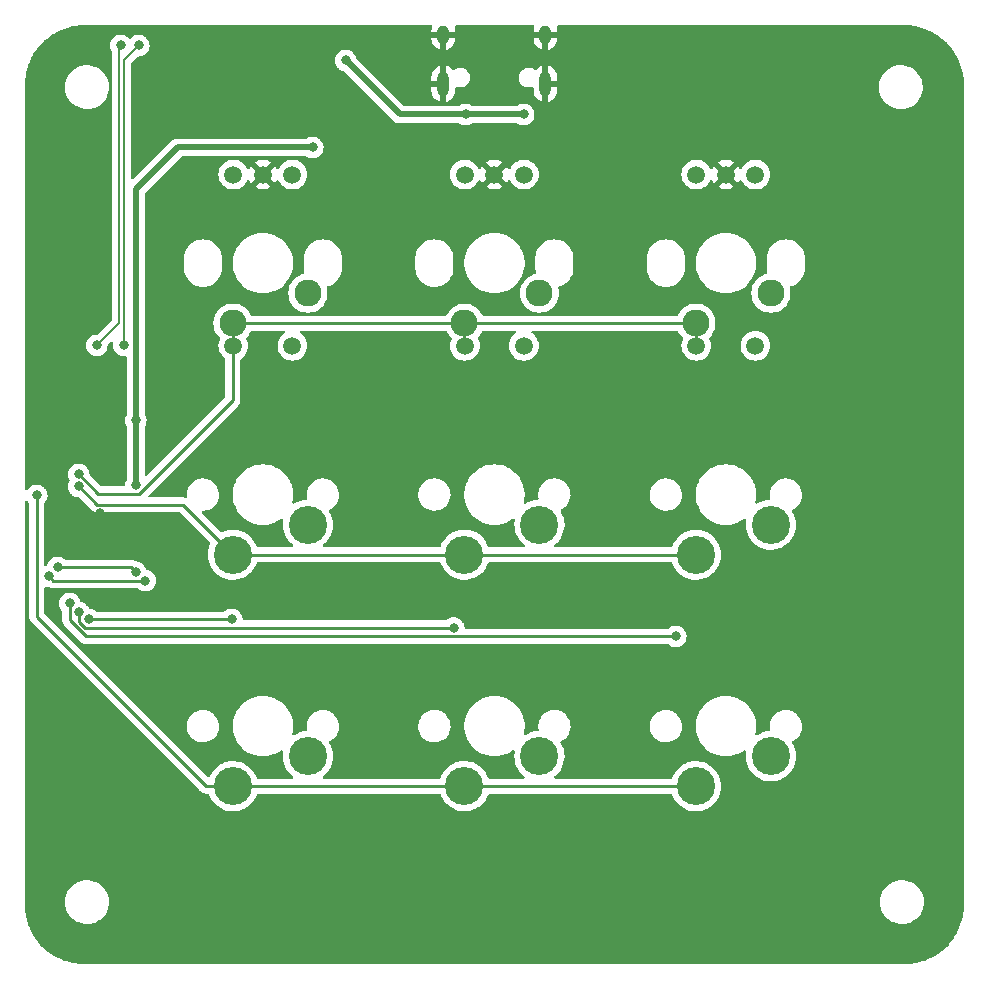
<source format=gtl>
G04 #@! TF.GenerationSoftware,KiCad,Pcbnew,(6.0.1)*
G04 #@! TF.CreationDate,2022-06-28T21:47:16+02:00*
G04 #@! TF.ProjectId,RecyclingPad_embedded,52656379-636c-4696-9e67-5061645f656d,rev?*
G04 #@! TF.SameCoordinates,Original*
G04 #@! TF.FileFunction,Copper,L1,Top*
G04 #@! TF.FilePolarity,Positive*
%FSLAX46Y46*%
G04 Gerber Fmt 4.6, Leading zero omitted, Abs format (unit mm)*
G04 Created by KiCad (PCBNEW (6.0.1)) date 2022-06-28 21:47:16*
%MOMM*%
%LPD*%
G01*
G04 APERTURE LIST*
G04 #@! TA.AperFunction,ComponentPad*
%ADD10C,1.500000*%
G04 #@! TD*
G04 #@! TA.AperFunction,ComponentPad*
%ADD11C,2.286000*%
G04 #@! TD*
G04 #@! TA.AperFunction,ComponentPad*
%ADD12C,3.225800*%
G04 #@! TD*
G04 #@! TA.AperFunction,ComponentPad*
%ADD13O,1.000000X1.600000*%
G04 #@! TD*
G04 #@! TA.AperFunction,ComponentPad*
%ADD14O,1.000000X2.100000*%
G04 #@! TD*
G04 #@! TA.AperFunction,ViaPad*
%ADD15C,0.800000*%
G04 #@! TD*
G04 #@! TA.AperFunction,Conductor*
%ADD16C,0.250000*%
G04 #@! TD*
G04 #@! TA.AperFunction,Conductor*
%ADD17C,0.500000*%
G04 #@! TD*
G04 #@! TA.AperFunction,Conductor*
%ADD18C,0.200000*%
G04 #@! TD*
G04 APERTURE END LIST*
D10*
X172100000Y-72900000D03*
X167100000Y-72900000D03*
X169600000Y-72900000D03*
X172100000Y-87400000D03*
X167100000Y-87400000D03*
D11*
X173410000Y-82940000D03*
X167060000Y-85480000D03*
D10*
X132900000Y-72900000D03*
X127900000Y-72900000D03*
X130400000Y-72900000D03*
X132900000Y-87400000D03*
X127900000Y-87400000D03*
D11*
X134210000Y-82940000D03*
X127860000Y-85480000D03*
D10*
X152500000Y-72900000D03*
X147500000Y-72900000D03*
X150000000Y-72900000D03*
X152500000Y-87400000D03*
X147500000Y-87400000D03*
D11*
X153810000Y-82940000D03*
X147460000Y-85480000D03*
D12*
X134210000Y-102540000D03*
X127860000Y-105080000D03*
X134210000Y-122140000D03*
X127860000Y-124680000D03*
X173410000Y-122140000D03*
X167060000Y-124680000D03*
X173410000Y-102540000D03*
X167060000Y-105080000D03*
X153810000Y-102540000D03*
X147460000Y-105080000D03*
X153810000Y-122140000D03*
X147460000Y-124680000D03*
D13*
X154320000Y-61050000D03*
D14*
X154320000Y-65230000D03*
D13*
X145680000Y-61050000D03*
D14*
X145680000Y-65230000D03*
D15*
X146558000Y-111289500D03*
X114808000Y-109982000D03*
X127762000Y-110565000D03*
X115645000Y-110565000D03*
X116586000Y-101600000D03*
X142240000Y-63246000D03*
X137414000Y-63246000D03*
X147574000Y-67818000D03*
X152474500Y-67818000D03*
X119634000Y-99217500D03*
X119634000Y-93726000D03*
X134620000Y-70612000D03*
X165354000Y-112014000D03*
X114046000Y-109220000D03*
X119888000Y-61976000D03*
X118618000Y-87376000D03*
X118364000Y-61976000D03*
X116332000Y-87376000D03*
X114808000Y-98298000D03*
X112268000Y-106934000D03*
X120429958Y-107290551D03*
X119634000Y-106566051D03*
X113030000Y-106172000D03*
X114808000Y-99297503D03*
X111252000Y-100076000D03*
D16*
X146558000Y-111289500D02*
X115344886Y-111289500D01*
X115344886Y-111289500D02*
X114808000Y-110752614D01*
X114808000Y-110752614D02*
X114808000Y-109982000D01*
X127762000Y-110565000D02*
X115645000Y-110565000D01*
D17*
X137414000Y-63246000D02*
X141986000Y-67818000D01*
X147574000Y-67818000D02*
X152474500Y-67818000D01*
X141986000Y-67818000D02*
X147574000Y-67818000D01*
X123190000Y-70612000D02*
X134620000Y-70612000D01*
X119634000Y-93726000D02*
X119634000Y-74168000D01*
X119634000Y-99217500D02*
X119634000Y-93726000D01*
X119634000Y-74168000D02*
X123190000Y-70612000D01*
D16*
X114046000Y-110626332D02*
X114046000Y-109220000D01*
X115433668Y-112014000D02*
X114046000Y-110626332D01*
X165354000Y-112014000D02*
X115433668Y-112014000D01*
D18*
X119888000Y-61976000D02*
X118618000Y-63246000D01*
X118618000Y-63246000D02*
X118618000Y-87376000D01*
X118218480Y-62121520D02*
X118364000Y-61976000D01*
X118218480Y-85489520D02*
X118218480Y-62121520D01*
X116332000Y-87376000D02*
X118218480Y-85489520D01*
D16*
X116477122Y-99942011D02*
X114833111Y-98298000D01*
X119934103Y-99942011D02*
X116477122Y-99942011D01*
X127860000Y-92016114D02*
X119934103Y-99942011D01*
X167060000Y-85480000D02*
X167060000Y-87360000D01*
X127860000Y-85480000D02*
X147460000Y-85480000D01*
X114833111Y-98298000D02*
X114808000Y-98298000D01*
X147482000Y-85480000D02*
X167060000Y-85480000D01*
X147460000Y-85480000D02*
X147460000Y-87360000D01*
X127860000Y-85480000D02*
X127860000Y-92016114D01*
X112268000Y-106934000D02*
X112624562Y-107290562D01*
X120429947Y-107290562D02*
X120429958Y-107290551D01*
X112624562Y-107290562D02*
X120429947Y-107290562D01*
X113030000Y-106172000D02*
X119126000Y-106172000D01*
X119126000Y-106172000D02*
X119239949Y-106172000D01*
X119239949Y-106172000D02*
X119634000Y-106566051D01*
X116385986Y-100875489D02*
X114808000Y-99297503D01*
X167060000Y-105080000D02*
X147460000Y-105080000D01*
X123655489Y-100875489D02*
X116385986Y-100875489D01*
X147460000Y-105080000D02*
X127860000Y-105080000D01*
X127860000Y-105080000D02*
X123655489Y-100875489D01*
X167060000Y-124680000D02*
X147460000Y-124680000D01*
X111252000Y-110352985D02*
X125579015Y-124680000D01*
X111252000Y-100076000D02*
X111252000Y-110352985D01*
X147460000Y-124680000D02*
X127860000Y-124680000D01*
X125579015Y-124680000D02*
X127860000Y-124680000D01*
G04 #@! TA.AperFunction,Conductor*
G36*
X144674488Y-60278006D02*
G01*
X144720981Y-60331662D01*
X144731085Y-60401936D01*
X144726469Y-60422102D01*
X144691120Y-60533538D01*
X144688570Y-60545532D01*
X144672393Y-60689761D01*
X144672000Y-60696785D01*
X144672000Y-60777885D01*
X144676475Y-60793124D01*
X144677865Y-60794329D01*
X144685548Y-60796000D01*
X146669885Y-60796000D01*
X146685124Y-60791525D01*
X146686329Y-60790135D01*
X146688000Y-60782452D01*
X146688000Y-60703343D01*
X146687699Y-60697195D01*
X146674188Y-60559397D01*
X146671806Y-60547365D01*
X146633479Y-60420423D01*
X146632938Y-60349428D01*
X146670865Y-60289411D01*
X146735219Y-60259427D01*
X146754101Y-60258004D01*
X153246367Y-60258004D01*
X153314488Y-60278006D01*
X153360981Y-60331662D01*
X153371085Y-60401936D01*
X153366469Y-60422102D01*
X153331120Y-60533538D01*
X153328570Y-60545532D01*
X153312393Y-60689761D01*
X153312000Y-60696785D01*
X153312000Y-60777885D01*
X153316475Y-60793124D01*
X153317865Y-60794329D01*
X153325548Y-60796000D01*
X155309885Y-60796000D01*
X155325124Y-60791525D01*
X155326329Y-60790135D01*
X155328000Y-60782452D01*
X155328000Y-60703343D01*
X155327699Y-60697195D01*
X155314188Y-60559397D01*
X155311806Y-60547365D01*
X155273479Y-60420423D01*
X155272938Y-60349428D01*
X155310865Y-60289411D01*
X155375219Y-60259427D01*
X155394101Y-60258004D01*
X184742164Y-60258004D01*
X184745287Y-60258043D01*
X184994451Y-60264219D01*
X185000644Y-60264525D01*
X185216756Y-60280604D01*
X185240318Y-60282357D01*
X185246503Y-60282971D01*
X185484101Y-60312485D01*
X185490203Y-60313395D01*
X185594894Y-60331662D01*
X185725364Y-60354427D01*
X185731421Y-60355638D01*
X185963754Y-60408026D01*
X185969724Y-60409526D01*
X186198843Y-60473107D01*
X186204701Y-60474888D01*
X186430199Y-60549497D01*
X186435944Y-60551554D01*
X186657443Y-60637037D01*
X186663100Y-60639380D01*
X186880132Y-60735541D01*
X186885690Y-60738168D01*
X187097861Y-60844844D01*
X187103289Y-60847741D01*
X187310254Y-60964791D01*
X187315542Y-60967955D01*
X187341392Y-60984292D01*
X187516856Y-61095186D01*
X187521977Y-61098600D01*
X187691062Y-61217445D01*
X187717286Y-61235877D01*
X187722264Y-61239562D01*
X187911160Y-61386714D01*
X187915944Y-61390635D01*
X187999657Y-61462754D01*
X188098003Y-61547479D01*
X188102624Y-61551663D01*
X188237439Y-61679956D01*
X188244145Y-61687044D01*
X188248248Y-61693547D01*
X188282514Y-61723810D01*
X188290370Y-61731379D01*
X188448344Y-61897383D01*
X188452529Y-61902004D01*
X188609364Y-62084054D01*
X188613300Y-62088858D01*
X188648742Y-62134354D01*
X188760441Y-62277739D01*
X188764126Y-62282717D01*
X188766623Y-62286269D01*
X188901407Y-62478032D01*
X188904813Y-62483140D01*
X188923649Y-62512944D01*
X189032050Y-62684464D01*
X189035214Y-62689752D01*
X189152253Y-62896697D01*
X189155151Y-62902125D01*
X189261840Y-63114325D01*
X189264466Y-63119882D01*
X189326080Y-63258940D01*
X189360625Y-63336907D01*
X189362969Y-63342567D01*
X189398999Y-63435928D01*
X189448431Y-63564016D01*
X189450503Y-63569801D01*
X189522650Y-63787852D01*
X189525104Y-63795269D01*
X189526892Y-63801152D01*
X189590474Y-64030268D01*
X189590475Y-64030273D01*
X189591977Y-64036250D01*
X189644360Y-64268561D01*
X189645571Y-64274618D01*
X189686606Y-64509795D01*
X189687520Y-64515921D01*
X189716199Y-64746802D01*
X189717029Y-64753486D01*
X189717642Y-64759662D01*
X189733966Y-64979051D01*
X189735474Y-64999324D01*
X189735781Y-65005534D01*
X189739628Y-65160713D01*
X189741877Y-65251451D01*
X189741914Y-65255343D01*
X189741834Y-65268428D01*
X189741521Y-65319656D01*
X189741905Y-65321000D01*
X189741997Y-65322345D01*
X189741997Y-134742164D01*
X189741958Y-134745286D01*
X189735850Y-134991720D01*
X189735782Y-134994445D01*
X189735475Y-135000655D01*
X189717643Y-135240327D01*
X189717030Y-135246497D01*
X189707561Y-135322733D01*
X189687519Y-135484084D01*
X189686605Y-135490210D01*
X189645574Y-135725364D01*
X189644363Y-135731421D01*
X189591975Y-135963755D01*
X189590475Y-135969725D01*
X189565621Y-136059286D01*
X189526893Y-136198845D01*
X189525103Y-136204732D01*
X189450508Y-136430183D01*
X189448436Y-136435969D01*
X189362972Y-136657426D01*
X189360628Y-136663086D01*
X189264463Y-136880126D01*
X189261836Y-136885683D01*
X189155156Y-137097863D01*
X189152262Y-137103286D01*
X189043468Y-137295655D01*
X189035221Y-137310237D01*
X189032057Y-137315525D01*
X188904812Y-137516863D01*
X188901394Y-137521990D01*
X188838821Y-137611015D01*
X188764118Y-137717297D01*
X188760433Y-137722275D01*
X188613305Y-137911139D01*
X188609367Y-137915944D01*
X188452524Y-138098005D01*
X188448348Y-138102617D01*
X188293008Y-138265854D01*
X188283995Y-138274432D01*
X188252341Y-138301707D01*
X188247458Y-138309241D01*
X188244771Y-138312321D01*
X188236681Y-138320769D01*
X188102605Y-138448359D01*
X188097983Y-138452544D01*
X187915959Y-138609355D01*
X187911154Y-138613293D01*
X187722264Y-138760441D01*
X187717286Y-138764126D01*
X187521990Y-138901394D01*
X187516850Y-138904821D01*
X187315549Y-139032043D01*
X187310261Y-139035207D01*
X187103286Y-139152262D01*
X187097858Y-139155159D01*
X187036121Y-139186199D01*
X186949589Y-139229706D01*
X186885692Y-139261832D01*
X186880140Y-139264457D01*
X186663073Y-139360634D01*
X186657430Y-139362971D01*
X186567953Y-139397502D01*
X186435977Y-139448434D01*
X186430191Y-139450506D01*
X186204698Y-139525114D01*
X186198847Y-139526893D01*
X185969725Y-139590475D01*
X185963755Y-139591975D01*
X185731421Y-139644363D01*
X185725364Y-139645574D01*
X185617776Y-139664346D01*
X185490197Y-139686607D01*
X185484095Y-139687517D01*
X185280588Y-139712796D01*
X185246510Y-139717029D01*
X185240327Y-139717643D01*
X185214487Y-139719566D01*
X185000659Y-139735475D01*
X184994466Y-139735781D01*
X184750297Y-139741834D01*
X184745279Y-139741958D01*
X184742157Y-139741997D01*
X115257837Y-139741997D01*
X115254715Y-139741958D01*
X115250472Y-139741853D01*
X115005537Y-139735781D01*
X114999344Y-139735475D01*
X114759665Y-139717642D01*
X114753502Y-139717030D01*
X114559740Y-139692963D01*
X114515915Y-139687519D01*
X114509789Y-139686605D01*
X114274635Y-139645574D01*
X114268578Y-139644363D01*
X114036244Y-139591975D01*
X114030274Y-139590475D01*
X113801137Y-139526888D01*
X113795282Y-139525108D01*
X113569807Y-139450506D01*
X113564021Y-139448434D01*
X113432047Y-139397502D01*
X113342575Y-139362973D01*
X113336901Y-139360622D01*
X113119891Y-139264469D01*
X113114334Y-139261844D01*
X112902116Y-139155146D01*
X112896688Y-139152248D01*
X112689747Y-139035211D01*
X112684459Y-139032047D01*
X112646108Y-139007809D01*
X112483137Y-138904811D01*
X112478027Y-138901404D01*
X112282718Y-138764127D01*
X112277740Y-138760442D01*
X112241800Y-138732445D01*
X112088847Y-138613293D01*
X112084086Y-138609392D01*
X111902001Y-138452525D01*
X111897381Y-138448341D01*
X111762561Y-138320044D01*
X111755859Y-138312960D01*
X111751756Y-138306457D01*
X111717489Y-138276193D01*
X111709637Y-138268628D01*
X111551650Y-138102610D01*
X111547475Y-138098000D01*
X111515720Y-138061139D01*
X111390635Y-137915944D01*
X111386700Y-137911142D01*
X111239562Y-137722264D01*
X111235877Y-137717286D01*
X111153915Y-137600676D01*
X111098598Y-137521975D01*
X111095190Y-137516863D01*
X110967960Y-137315551D01*
X110964796Y-137310263D01*
X110847740Y-137103286D01*
X110844843Y-137097858D01*
X110738170Y-136885692D01*
X110735543Y-136880135D01*
X110705698Y-136812775D01*
X110639380Y-136663099D01*
X110637031Y-136657428D01*
X110575266Y-136497384D01*
X110551561Y-136435962D01*
X110549495Y-136430190D01*
X110474887Y-136204698D01*
X110473102Y-136198827D01*
X110446058Y-136101369D01*
X110409526Y-135969725D01*
X110408026Y-135963755D01*
X110355638Y-135731421D01*
X110354427Y-135725364D01*
X110313396Y-135490211D01*
X110312482Y-135484085D01*
X110282971Y-135246504D01*
X110282357Y-135240320D01*
X110270982Y-135087421D01*
X110264526Y-135000646D01*
X110264220Y-134994457D01*
X110258124Y-134748549D01*
X110258087Y-134744657D01*
X110258456Y-134684281D01*
X110258456Y-134684280D01*
X110258480Y-134680345D01*
X110258096Y-134679001D01*
X110258004Y-134677656D01*
X110258004Y-134542277D01*
X113637009Y-134542277D01*
X113662625Y-134810769D01*
X113663710Y-134815203D01*
X113663711Y-134815209D01*
X113708334Y-134997567D01*
X113726731Y-135072750D01*
X113827985Y-135322733D01*
X113964265Y-135555482D01*
X114060848Y-135676253D01*
X114084686Y-135706060D01*
X114132716Y-135766119D01*
X114329809Y-135950234D01*
X114551416Y-136103968D01*
X114555499Y-136105999D01*
X114555502Y-136106001D01*
X114671013Y-136163466D01*
X114792894Y-136224101D01*
X114797228Y-136225522D01*
X114797231Y-136225523D01*
X115044853Y-136306698D01*
X115044859Y-136306699D01*
X115049186Y-136308118D01*
X115053677Y-136308898D01*
X115053678Y-136308898D01*
X115311140Y-136353601D01*
X115311148Y-136353602D01*
X115314921Y-136354257D01*
X115318758Y-136354448D01*
X115398578Y-136358422D01*
X115398586Y-136358422D01*
X115400149Y-136358500D01*
X115568512Y-136358500D01*
X115570780Y-136358335D01*
X115570792Y-136358335D01*
X115701884Y-136348823D01*
X115769004Y-136343953D01*
X115773459Y-136342969D01*
X115773462Y-136342969D01*
X116027912Y-136286791D01*
X116027916Y-136286790D01*
X116032372Y-136285806D01*
X116158694Y-136237947D01*
X116280318Y-136191868D01*
X116280321Y-136191867D01*
X116284588Y-136190250D01*
X116520368Y-136059286D01*
X116734773Y-135895657D01*
X116923312Y-135702792D01*
X117082034Y-135484730D01*
X117156184Y-135343794D01*
X117205490Y-135250079D01*
X117205493Y-135250073D01*
X117207615Y-135246039D01*
X117270378Y-135068312D01*
X117295902Y-134996033D01*
X117295902Y-134996032D01*
X117297425Y-134991720D01*
X117344393Y-134753422D01*
X117348700Y-134731572D01*
X117348701Y-134731566D01*
X117349581Y-134727100D01*
X117349808Y-134722544D01*
X117358782Y-134542277D01*
X182637009Y-134542277D01*
X182662625Y-134810769D01*
X182663710Y-134815203D01*
X182663711Y-134815209D01*
X182708334Y-134997567D01*
X182726731Y-135072750D01*
X182827985Y-135322733D01*
X182964265Y-135555482D01*
X183060848Y-135676253D01*
X183084686Y-135706060D01*
X183132716Y-135766119D01*
X183329809Y-135950234D01*
X183551416Y-136103968D01*
X183555499Y-136105999D01*
X183555502Y-136106001D01*
X183671013Y-136163466D01*
X183792894Y-136224101D01*
X183797228Y-136225522D01*
X183797231Y-136225523D01*
X184044853Y-136306698D01*
X184044859Y-136306699D01*
X184049186Y-136308118D01*
X184053677Y-136308898D01*
X184053678Y-136308898D01*
X184311140Y-136353601D01*
X184311148Y-136353602D01*
X184314921Y-136354257D01*
X184318758Y-136354448D01*
X184398578Y-136358422D01*
X184398586Y-136358422D01*
X184400149Y-136358500D01*
X184568512Y-136358500D01*
X184570780Y-136358335D01*
X184570792Y-136358335D01*
X184701884Y-136348823D01*
X184769004Y-136343953D01*
X184773459Y-136342969D01*
X184773462Y-136342969D01*
X185027912Y-136286791D01*
X185027916Y-136286790D01*
X185032372Y-136285806D01*
X185158694Y-136237947D01*
X185280318Y-136191868D01*
X185280321Y-136191867D01*
X185284588Y-136190250D01*
X185520368Y-136059286D01*
X185734773Y-135895657D01*
X185923312Y-135702792D01*
X186082034Y-135484730D01*
X186156184Y-135343794D01*
X186205490Y-135250079D01*
X186205493Y-135250073D01*
X186207615Y-135246039D01*
X186270378Y-135068312D01*
X186295902Y-134996033D01*
X186295902Y-134996032D01*
X186297425Y-134991720D01*
X186344393Y-134753422D01*
X186348700Y-134731572D01*
X186348701Y-134731566D01*
X186349581Y-134727100D01*
X186349808Y-134722544D01*
X186362764Y-134462292D01*
X186362764Y-134462286D01*
X186362991Y-134457723D01*
X186337375Y-134189231D01*
X186292042Y-134003967D01*
X186274355Y-133931688D01*
X186273269Y-133927250D01*
X186172015Y-133677267D01*
X186035735Y-133444518D01*
X185917928Y-133297208D01*
X185870136Y-133237447D01*
X185870135Y-133237445D01*
X185867284Y-133233881D01*
X185670191Y-133049766D01*
X185448584Y-132896032D01*
X185444501Y-132894001D01*
X185444498Y-132893999D01*
X185279606Y-132811967D01*
X185207106Y-132775899D01*
X185202772Y-132774478D01*
X185202769Y-132774477D01*
X184955147Y-132693302D01*
X184955141Y-132693301D01*
X184950814Y-132691882D01*
X184946322Y-132691102D01*
X184688860Y-132646399D01*
X184688852Y-132646398D01*
X184685079Y-132645743D01*
X184673817Y-132645182D01*
X184601422Y-132641578D01*
X184601414Y-132641578D01*
X184599851Y-132641500D01*
X184431488Y-132641500D01*
X184429220Y-132641665D01*
X184429208Y-132641665D01*
X184298116Y-132651177D01*
X184230996Y-132656047D01*
X184226541Y-132657031D01*
X184226538Y-132657031D01*
X183972088Y-132713209D01*
X183972084Y-132713210D01*
X183967628Y-132714194D01*
X183841520Y-132761972D01*
X183719682Y-132808132D01*
X183719679Y-132808133D01*
X183715412Y-132809750D01*
X183479632Y-132940714D01*
X183265227Y-133104343D01*
X183076688Y-133297208D01*
X182917966Y-133515270D01*
X182915844Y-133519304D01*
X182794510Y-133749921D01*
X182794507Y-133749927D01*
X182792385Y-133753961D01*
X182790865Y-133758266D01*
X182790863Y-133758270D01*
X182704098Y-134003967D01*
X182702575Y-134008280D01*
X182650419Y-134272900D01*
X182650192Y-134277453D01*
X182650192Y-134277456D01*
X182640991Y-134462292D01*
X182637009Y-134542277D01*
X117358782Y-134542277D01*
X117362764Y-134462292D01*
X117362764Y-134462286D01*
X117362991Y-134457723D01*
X117337375Y-134189231D01*
X117292042Y-134003967D01*
X117274355Y-133931688D01*
X117273269Y-133927250D01*
X117172015Y-133677267D01*
X117035735Y-133444518D01*
X116917928Y-133297208D01*
X116870136Y-133237447D01*
X116870135Y-133237445D01*
X116867284Y-133233881D01*
X116670191Y-133049766D01*
X116448584Y-132896032D01*
X116444501Y-132894001D01*
X116444498Y-132893999D01*
X116279606Y-132811967D01*
X116207106Y-132775899D01*
X116202772Y-132774478D01*
X116202769Y-132774477D01*
X115955147Y-132693302D01*
X115955141Y-132693301D01*
X115950814Y-132691882D01*
X115946322Y-132691102D01*
X115688860Y-132646399D01*
X115688852Y-132646398D01*
X115685079Y-132645743D01*
X115673817Y-132645182D01*
X115601422Y-132641578D01*
X115601414Y-132641578D01*
X115599851Y-132641500D01*
X115431488Y-132641500D01*
X115429220Y-132641665D01*
X115429208Y-132641665D01*
X115298116Y-132651177D01*
X115230996Y-132656047D01*
X115226541Y-132657031D01*
X115226538Y-132657031D01*
X114972088Y-132713209D01*
X114972084Y-132713210D01*
X114967628Y-132714194D01*
X114841520Y-132761972D01*
X114719682Y-132808132D01*
X114719679Y-132808133D01*
X114715412Y-132809750D01*
X114479632Y-132940714D01*
X114265227Y-133104343D01*
X114076688Y-133297208D01*
X113917966Y-133515270D01*
X113915844Y-133519304D01*
X113794510Y-133749921D01*
X113794507Y-133749927D01*
X113792385Y-133753961D01*
X113790865Y-133758266D01*
X113790863Y-133758270D01*
X113704098Y-134003967D01*
X113702575Y-134008280D01*
X113650419Y-134272900D01*
X113650192Y-134277453D01*
X113650192Y-134277456D01*
X113640991Y-134462292D01*
X113637009Y-134542277D01*
X110258004Y-134542277D01*
X110258004Y-100641585D01*
X110278006Y-100573464D01*
X110331662Y-100526971D01*
X110401936Y-100516867D01*
X110466516Y-100546361D01*
X110493122Y-100578584D01*
X110512960Y-100612944D01*
X110586137Y-100694215D01*
X110616853Y-100758221D01*
X110618500Y-100778524D01*
X110618500Y-110274218D01*
X110617973Y-110285401D01*
X110616298Y-110292894D01*
X110616547Y-110300820D01*
X110616547Y-110300821D01*
X110618438Y-110360971D01*
X110618500Y-110364930D01*
X110618500Y-110392841D01*
X110618997Y-110396775D01*
X110618997Y-110396776D01*
X110619005Y-110396841D01*
X110619938Y-110408678D01*
X110621327Y-110452874D01*
X110626978Y-110472324D01*
X110630987Y-110491685D01*
X110633526Y-110511782D01*
X110636445Y-110519153D01*
X110636445Y-110519155D01*
X110649804Y-110552897D01*
X110653649Y-110564127D01*
X110665982Y-110606578D01*
X110670015Y-110613397D01*
X110670017Y-110613402D01*
X110676293Y-110624013D01*
X110684988Y-110641761D01*
X110692448Y-110660602D01*
X110697110Y-110667018D01*
X110697110Y-110667019D01*
X110718436Y-110696372D01*
X110724952Y-110706292D01*
X110741238Y-110733829D01*
X110747458Y-110744347D01*
X110761779Y-110758668D01*
X110774619Y-110773701D01*
X110786528Y-110790092D01*
X110792634Y-110795143D01*
X110820605Y-110818283D01*
X110829384Y-110826273D01*
X125075363Y-125072253D01*
X125082903Y-125080539D01*
X125087015Y-125087018D01*
X125092792Y-125092443D01*
X125136666Y-125133643D01*
X125139508Y-125136398D01*
X125159245Y-125156135D01*
X125162442Y-125158615D01*
X125171462Y-125166318D01*
X125203694Y-125196586D01*
X125210640Y-125200405D01*
X125210643Y-125200407D01*
X125221449Y-125206348D01*
X125237968Y-125217199D01*
X125253974Y-125229614D01*
X125261243Y-125232759D01*
X125261247Y-125232762D01*
X125294552Y-125247174D01*
X125305202Y-125252391D01*
X125343955Y-125273695D01*
X125351630Y-125275666D01*
X125351631Y-125275666D01*
X125363577Y-125278733D01*
X125382282Y-125285137D01*
X125400870Y-125293181D01*
X125408693Y-125294420D01*
X125408703Y-125294423D01*
X125444539Y-125300099D01*
X125456159Y-125302505D01*
X125491304Y-125311528D01*
X125498985Y-125313500D01*
X125519239Y-125313500D01*
X125538949Y-125315051D01*
X125558958Y-125318220D01*
X125566850Y-125317474D01*
X125602976Y-125314059D01*
X125614834Y-125313500D01*
X125744527Y-125313500D01*
X125812648Y-125333502D01*
X125859141Y-125387158D01*
X125863734Y-125398686D01*
X125899790Y-125503996D01*
X126029755Y-125762404D01*
X126032181Y-125765933D01*
X126032184Y-125765939D01*
X126143797Y-125928336D01*
X126193588Y-126000782D01*
X126388257Y-126214720D01*
X126391546Y-126217470D01*
X126606867Y-126397507D01*
X126606872Y-126397511D01*
X126610159Y-126400259D01*
X126732673Y-126477112D01*
X126851548Y-126551683D01*
X126851552Y-126551685D01*
X126855188Y-126553966D01*
X127118811Y-126672996D01*
X127122931Y-126674216D01*
X127122930Y-126674216D01*
X127392037Y-126753929D01*
X127392041Y-126753930D01*
X127396150Y-126755147D01*
X127400388Y-126755795D01*
X127400390Y-126755796D01*
X127646982Y-126793531D01*
X127682071Y-126798900D01*
X127829358Y-126801214D01*
X127966994Y-126803376D01*
X127967000Y-126803376D01*
X127971285Y-126803443D01*
X128258440Y-126768693D01*
X128538221Y-126695294D01*
X128542181Y-126693654D01*
X128542186Y-126693652D01*
X128686260Y-126633974D01*
X128805453Y-126584603D01*
X128857883Y-126553966D01*
X129051492Y-126440830D01*
X129051493Y-126440829D01*
X129055190Y-126438669D01*
X129282811Y-126260191D01*
X129324211Y-126217470D01*
X129481120Y-126055551D01*
X129484103Y-126052473D01*
X129655343Y-125819359D01*
X129793361Y-125565162D01*
X129857674Y-125394962D01*
X129900464Y-125338309D01*
X129967090Y-125313784D01*
X129975540Y-125313500D01*
X145344527Y-125313500D01*
X145412648Y-125333502D01*
X145459141Y-125387158D01*
X145463734Y-125398686D01*
X145499790Y-125503996D01*
X145629755Y-125762404D01*
X145632181Y-125765933D01*
X145632184Y-125765939D01*
X145743797Y-125928336D01*
X145793588Y-126000782D01*
X145988257Y-126214720D01*
X145991546Y-126217470D01*
X146206867Y-126397507D01*
X146206872Y-126397511D01*
X146210159Y-126400259D01*
X146332673Y-126477112D01*
X146451548Y-126551683D01*
X146451552Y-126551685D01*
X146455188Y-126553966D01*
X146718811Y-126672996D01*
X146722931Y-126674216D01*
X146722930Y-126674216D01*
X146992037Y-126753929D01*
X146992041Y-126753930D01*
X146996150Y-126755147D01*
X147000388Y-126755795D01*
X147000390Y-126755796D01*
X147246982Y-126793531D01*
X147282071Y-126798900D01*
X147429358Y-126801214D01*
X147566994Y-126803376D01*
X147567000Y-126803376D01*
X147571285Y-126803443D01*
X147858440Y-126768693D01*
X148138221Y-126695294D01*
X148142181Y-126693654D01*
X148142186Y-126693652D01*
X148286260Y-126633974D01*
X148405453Y-126584603D01*
X148457883Y-126553966D01*
X148651492Y-126440830D01*
X148651493Y-126440829D01*
X148655190Y-126438669D01*
X148882811Y-126260191D01*
X148924211Y-126217470D01*
X149081120Y-126055551D01*
X149084103Y-126052473D01*
X149255343Y-125819359D01*
X149393361Y-125565162D01*
X149457674Y-125394962D01*
X149500464Y-125338309D01*
X149567090Y-125313784D01*
X149575540Y-125313500D01*
X164944527Y-125313500D01*
X165012648Y-125333502D01*
X165059141Y-125387158D01*
X165063734Y-125398686D01*
X165099790Y-125503996D01*
X165229755Y-125762404D01*
X165232181Y-125765933D01*
X165232184Y-125765939D01*
X165343797Y-125928336D01*
X165393588Y-126000782D01*
X165588257Y-126214720D01*
X165591546Y-126217470D01*
X165806867Y-126397507D01*
X165806872Y-126397511D01*
X165810159Y-126400259D01*
X165932673Y-126477112D01*
X166051548Y-126551683D01*
X166051552Y-126551685D01*
X166055188Y-126553966D01*
X166318811Y-126672996D01*
X166322931Y-126674216D01*
X166322930Y-126674216D01*
X166592037Y-126753929D01*
X166592041Y-126753930D01*
X166596150Y-126755147D01*
X166600388Y-126755795D01*
X166600390Y-126755796D01*
X166846982Y-126793531D01*
X166882071Y-126798900D01*
X167029358Y-126801214D01*
X167166994Y-126803376D01*
X167167000Y-126803376D01*
X167171285Y-126803443D01*
X167458440Y-126768693D01*
X167738221Y-126695294D01*
X167742181Y-126693654D01*
X167742186Y-126693652D01*
X167886260Y-126633974D01*
X168005453Y-126584603D01*
X168057883Y-126553966D01*
X168251492Y-126440830D01*
X168251493Y-126440829D01*
X168255190Y-126438669D01*
X168482811Y-126260191D01*
X168524211Y-126217470D01*
X168681120Y-126055551D01*
X168684103Y-126052473D01*
X168855343Y-125819359D01*
X168993361Y-125565162D01*
X169095603Y-125294585D01*
X169160178Y-125012636D01*
X169185891Y-124724531D01*
X169186357Y-124680000D01*
X169166684Y-124391420D01*
X169165817Y-124387234D01*
X169165816Y-124387226D01*
X169124369Y-124187093D01*
X169108027Y-124108180D01*
X169011474Y-123835522D01*
X168878810Y-123578490D01*
X168865467Y-123559504D01*
X168714957Y-123345350D01*
X168714956Y-123345349D01*
X168712490Y-123341840D01*
X168515592Y-123129952D01*
X168291759Y-122946747D01*
X168045133Y-122795615D01*
X168041216Y-122793896D01*
X168041213Y-122793894D01*
X167924519Y-122742669D01*
X167780278Y-122679352D01*
X167776150Y-122678176D01*
X167776147Y-122678175D01*
X167690084Y-122653660D01*
X167502094Y-122600109D01*
X167497852Y-122599505D01*
X167497846Y-122599504D01*
X167219982Y-122559958D01*
X167215731Y-122559353D01*
X167063964Y-122558559D01*
X166930772Y-122557861D01*
X166930766Y-122557861D01*
X166926485Y-122557839D01*
X166922241Y-122558398D01*
X166922237Y-122558398D01*
X166795797Y-122575045D01*
X166639710Y-122595594D01*
X166635570Y-122596727D01*
X166635568Y-122596727D01*
X166618903Y-122601286D01*
X166360712Y-122671919D01*
X166094654Y-122785402D01*
X166073852Y-122797852D01*
X165850141Y-122931740D01*
X165850137Y-122931743D01*
X165846459Y-122933944D01*
X165620720Y-123114795D01*
X165617773Y-123117901D01*
X165464555Y-123279359D01*
X165421614Y-123324609D01*
X165252825Y-123559504D01*
X165117476Y-123815133D01*
X165103611Y-123853022D01*
X165063071Y-123963801D01*
X165020877Y-124020899D01*
X164954511Y-124046121D01*
X164944745Y-124046500D01*
X155181550Y-124046500D01*
X155113429Y-124026498D01*
X155066936Y-123972842D01*
X155056832Y-123902568D01*
X155086326Y-123837988D01*
X155103804Y-123821346D01*
X155229432Y-123722841D01*
X155229439Y-123722835D01*
X155232811Y-123720191D01*
X155274211Y-123677470D01*
X155431120Y-123515551D01*
X155434103Y-123512473D01*
X155605343Y-123279359D01*
X155743361Y-123025162D01*
X155845603Y-122754585D01*
X155910178Y-122472636D01*
X155935891Y-122184531D01*
X155936357Y-122140000D01*
X155916684Y-121851420D01*
X155915817Y-121847234D01*
X155915816Y-121847226D01*
X155858897Y-121572382D01*
X155858027Y-121568180D01*
X155761474Y-121295522D01*
X155628810Y-121038490D01*
X155626349Y-121034989D01*
X155626344Y-121034980D01*
X155614009Y-121017429D01*
X155591205Y-120950194D01*
X155608371Y-120881304D01*
X155665347Y-120830098D01*
X155739881Y-120796523D01*
X155744754Y-120794328D01*
X155936482Y-120665249D01*
X156103721Y-120505711D01*
X156241688Y-120320277D01*
X156278637Y-120247605D01*
X156344021Y-120119003D01*
X156344021Y-120119002D01*
X156346439Y-120114247D01*
X156414978Y-119893514D01*
X156445347Y-119664388D01*
X156440512Y-119535612D01*
X163154653Y-119535612D01*
X163163324Y-119766579D01*
X163210787Y-119992783D01*
X163295684Y-120207756D01*
X163415588Y-120405351D01*
X163419085Y-120409381D01*
X163562624Y-120574795D01*
X163567070Y-120579919D01*
X163571196Y-120583302D01*
X163571200Y-120583306D01*
X163666648Y-120661568D01*
X163745800Y-120726468D01*
X163750436Y-120729107D01*
X163750439Y-120729109D01*
X163920175Y-120825729D01*
X163946666Y-120840808D01*
X163951682Y-120842629D01*
X163951687Y-120842631D01*
X164158911Y-120917850D01*
X164158915Y-120917851D01*
X164163926Y-120919670D01*
X164169175Y-120920619D01*
X164169178Y-120920620D01*
X164248968Y-120935048D01*
X164391367Y-120960798D01*
X164395506Y-120960993D01*
X164395513Y-120960994D01*
X164414095Y-120961870D01*
X164414104Y-120961870D01*
X164415584Y-120961940D01*
X164578032Y-120961940D01*
X164750302Y-120947323D01*
X164755466Y-120945983D01*
X164755470Y-120945982D01*
X164968856Y-120890597D01*
X164968855Y-120890597D01*
X164974019Y-120889257D01*
X165184754Y-120794328D01*
X165376482Y-120665249D01*
X165543721Y-120505711D01*
X165681688Y-120320277D01*
X165718637Y-120247605D01*
X165784021Y-120119003D01*
X165784021Y-120119002D01*
X165786439Y-120114247D01*
X165854978Y-119893514D01*
X165872590Y-119760634D01*
X167046800Y-119760634D01*
X167060873Y-119872032D01*
X167084063Y-120055594D01*
X167087066Y-120079368D01*
X167116508Y-120194038D01*
X167165975Y-120386700D01*
X167165978Y-120386708D01*
X167166962Y-120390542D01*
X167285228Y-120689249D01*
X167287130Y-120692708D01*
X167287131Y-120692711D01*
X167435103Y-120961870D01*
X167440000Y-120970778D01*
X167628836Y-121230689D01*
X167848759Y-121464883D01*
X168096300Y-121669666D01*
X168367555Y-121841810D01*
X168371134Y-121843494D01*
X168371141Y-121843498D01*
X168654656Y-121976910D01*
X168654660Y-121976912D01*
X168658246Y-121978599D01*
X168963790Y-122077876D01*
X169279367Y-122138075D01*
X169375754Y-122144139D01*
X169517771Y-122153075D01*
X169517787Y-122153076D01*
X169519766Y-122153200D01*
X169680234Y-122153200D01*
X169682213Y-122153076D01*
X169682229Y-122153075D01*
X169824246Y-122144139D01*
X169920633Y-122138075D01*
X170236210Y-122077876D01*
X170541754Y-121978599D01*
X170545340Y-121976912D01*
X170545344Y-121976910D01*
X170828859Y-121843498D01*
X170828866Y-121843494D01*
X170832445Y-121841810D01*
X171103700Y-121669666D01*
X171112401Y-121662468D01*
X171177639Y-121634457D01*
X171247663Y-121646164D01*
X171300243Y-121693870D01*
X171318684Y-121762430D01*
X171315825Y-121786393D01*
X171307367Y-121825186D01*
X171306454Y-121829375D01*
X171283760Y-122117733D01*
X171300410Y-122406503D01*
X171301235Y-122410708D01*
X171301236Y-122410716D01*
X171314205Y-122476816D01*
X171356097Y-122690342D01*
X171357484Y-122694392D01*
X171357485Y-122694397D01*
X171443884Y-122946747D01*
X171449790Y-122963996D01*
X171579755Y-123222404D01*
X171582181Y-123225933D01*
X171582184Y-123225939D01*
X171693797Y-123388336D01*
X171743588Y-123460782D01*
X171938257Y-123674720D01*
X171941546Y-123677470D01*
X172156867Y-123857507D01*
X172156872Y-123857511D01*
X172160159Y-123860259D01*
X172227605Y-123902568D01*
X172401548Y-124011683D01*
X172401552Y-124011685D01*
X172405188Y-124013966D01*
X172668811Y-124132996D01*
X172672931Y-124134216D01*
X172672930Y-124134216D01*
X172942037Y-124213929D01*
X172942041Y-124213930D01*
X172946150Y-124215147D01*
X172950388Y-124215795D01*
X172950390Y-124215796D01*
X173196982Y-124253531D01*
X173232071Y-124258900D01*
X173379358Y-124261214D01*
X173516994Y-124263376D01*
X173517000Y-124263376D01*
X173521285Y-124263443D01*
X173808440Y-124228693D01*
X174088221Y-124155294D01*
X174092181Y-124153654D01*
X174092186Y-124153652D01*
X174350873Y-124046500D01*
X174355453Y-124044603D01*
X174386437Y-124026498D01*
X174601492Y-123900830D01*
X174601493Y-123900829D01*
X174605190Y-123898669D01*
X174703804Y-123821346D01*
X174829439Y-123722835D01*
X174832811Y-123720191D01*
X174874211Y-123677470D01*
X175031120Y-123515551D01*
X175034103Y-123512473D01*
X175205343Y-123279359D01*
X175343361Y-123025162D01*
X175445603Y-122754585D01*
X175510178Y-122472636D01*
X175535891Y-122184531D01*
X175536357Y-122140000D01*
X175516684Y-121851420D01*
X175515817Y-121847234D01*
X175515816Y-121847226D01*
X175458897Y-121572382D01*
X175458027Y-121568180D01*
X175361474Y-121295522D01*
X175228810Y-121038490D01*
X175226349Y-121034989D01*
X175226344Y-121034980D01*
X175214009Y-121017429D01*
X175191205Y-120950194D01*
X175208371Y-120881304D01*
X175265347Y-120830098D01*
X175339881Y-120796523D01*
X175344754Y-120794328D01*
X175536482Y-120665249D01*
X175703721Y-120505711D01*
X175841688Y-120320277D01*
X175878637Y-120247605D01*
X175944021Y-120119003D01*
X175944021Y-120119002D01*
X175946439Y-120114247D01*
X176014978Y-119893514D01*
X176045347Y-119664388D01*
X176036676Y-119433421D01*
X175989213Y-119207217D01*
X175904316Y-118992244D01*
X175784412Y-118794649D01*
X175632930Y-118620081D01*
X175628804Y-118616698D01*
X175628800Y-118616694D01*
X175458328Y-118476917D01*
X175454200Y-118473532D01*
X175449564Y-118470893D01*
X175449561Y-118470891D01*
X175257977Y-118361835D01*
X175253334Y-118359192D01*
X175248318Y-118357371D01*
X175248313Y-118357369D01*
X175041089Y-118282150D01*
X175041085Y-118282149D01*
X175036074Y-118280330D01*
X175030825Y-118279381D01*
X175030822Y-118279380D01*
X174951032Y-118264952D01*
X174808633Y-118239202D01*
X174804494Y-118239007D01*
X174804487Y-118239006D01*
X174785905Y-118238130D01*
X174785896Y-118238130D01*
X174784416Y-118238060D01*
X174621968Y-118238060D01*
X174449698Y-118252677D01*
X174444534Y-118254017D01*
X174444530Y-118254018D01*
X174343156Y-118280330D01*
X174225981Y-118310743D01*
X174015246Y-118405672D01*
X173823518Y-118534751D01*
X173656279Y-118694289D01*
X173518312Y-118879723D01*
X173413561Y-119085753D01*
X173345022Y-119306486D01*
X173314653Y-119535612D01*
X173323324Y-119766579D01*
X173324419Y-119771797D01*
X173345451Y-119872032D01*
X173339864Y-119942809D01*
X173296899Y-119999329D01*
X173238582Y-120022829D01*
X173193694Y-120028739D01*
X172989710Y-120055594D01*
X172985570Y-120056727D01*
X172985568Y-120056727D01*
X172793934Y-120109152D01*
X172710712Y-120131919D01*
X172444654Y-120245402D01*
X172312393Y-120324559D01*
X172265294Y-120352747D01*
X172196570Y-120370567D01*
X172129122Y-120348403D01*
X172084364Y-120293292D01*
X172076506Y-120222732D01*
X172078547Y-120213296D01*
X172078798Y-120212319D01*
X172112934Y-120079368D01*
X172115938Y-120055594D01*
X172139127Y-119872032D01*
X172153200Y-119760634D01*
X172153200Y-119439366D01*
X172112934Y-119120632D01*
X172049980Y-118875441D01*
X172034025Y-118813300D01*
X172034022Y-118813292D01*
X172033038Y-118809458D01*
X171914772Y-118510751D01*
X171858646Y-118408657D01*
X171761909Y-118232694D01*
X171761907Y-118232691D01*
X171760000Y-118229222D01*
X171571164Y-117969311D01*
X171351241Y-117735117D01*
X171103700Y-117530334D01*
X170832445Y-117358190D01*
X170828866Y-117356506D01*
X170828859Y-117356502D01*
X170545344Y-117223090D01*
X170545340Y-117223088D01*
X170541754Y-117221401D01*
X170236210Y-117122124D01*
X169920633Y-117061925D01*
X169824246Y-117055861D01*
X169682229Y-117046925D01*
X169682213Y-117046924D01*
X169680234Y-117046800D01*
X169519766Y-117046800D01*
X169517787Y-117046924D01*
X169517771Y-117046925D01*
X169375754Y-117055861D01*
X169279367Y-117061925D01*
X168963790Y-117122124D01*
X168658246Y-117221401D01*
X168654660Y-117223088D01*
X168654656Y-117223090D01*
X168371141Y-117356502D01*
X168371134Y-117356506D01*
X168367555Y-117358190D01*
X168096300Y-117530334D01*
X167848759Y-117735117D01*
X167628836Y-117969311D01*
X167440000Y-118229222D01*
X167438093Y-118232691D01*
X167438091Y-118232694D01*
X167341355Y-118408657D01*
X167285228Y-118510751D01*
X167166962Y-118809458D01*
X167165978Y-118813292D01*
X167165975Y-118813300D01*
X167150020Y-118875441D01*
X167087066Y-119120632D01*
X167046800Y-119439366D01*
X167046800Y-119760634D01*
X165872590Y-119760634D01*
X165885347Y-119664388D01*
X165876676Y-119433421D01*
X165829213Y-119207217D01*
X165744316Y-118992244D01*
X165624412Y-118794649D01*
X165472930Y-118620081D01*
X165468804Y-118616698D01*
X165468800Y-118616694D01*
X165298328Y-118476917D01*
X165294200Y-118473532D01*
X165289564Y-118470893D01*
X165289561Y-118470891D01*
X165097977Y-118361835D01*
X165093334Y-118359192D01*
X165088318Y-118357371D01*
X165088313Y-118357369D01*
X164881089Y-118282150D01*
X164881085Y-118282149D01*
X164876074Y-118280330D01*
X164870825Y-118279381D01*
X164870822Y-118279380D01*
X164791032Y-118264952D01*
X164648633Y-118239202D01*
X164644494Y-118239007D01*
X164644487Y-118239006D01*
X164625905Y-118238130D01*
X164625896Y-118238130D01*
X164624416Y-118238060D01*
X164461968Y-118238060D01*
X164289698Y-118252677D01*
X164284534Y-118254017D01*
X164284530Y-118254018D01*
X164183156Y-118280330D01*
X164065981Y-118310743D01*
X163855246Y-118405672D01*
X163663518Y-118534751D01*
X163496279Y-118694289D01*
X163358312Y-118879723D01*
X163253561Y-119085753D01*
X163185022Y-119306486D01*
X163154653Y-119535612D01*
X156440512Y-119535612D01*
X156436676Y-119433421D01*
X156389213Y-119207217D01*
X156304316Y-118992244D01*
X156184412Y-118794649D01*
X156032930Y-118620081D01*
X156028804Y-118616698D01*
X156028800Y-118616694D01*
X155858328Y-118476917D01*
X155854200Y-118473532D01*
X155849564Y-118470893D01*
X155849561Y-118470891D01*
X155657977Y-118361835D01*
X155653334Y-118359192D01*
X155648318Y-118357371D01*
X155648313Y-118357369D01*
X155441089Y-118282150D01*
X155441085Y-118282149D01*
X155436074Y-118280330D01*
X155430825Y-118279381D01*
X155430822Y-118279380D01*
X155351032Y-118264952D01*
X155208633Y-118239202D01*
X155204494Y-118239007D01*
X155204487Y-118239006D01*
X155185905Y-118238130D01*
X155185896Y-118238130D01*
X155184416Y-118238060D01*
X155021968Y-118238060D01*
X154849698Y-118252677D01*
X154844534Y-118254017D01*
X154844530Y-118254018D01*
X154743156Y-118280330D01*
X154625981Y-118310743D01*
X154415246Y-118405672D01*
X154223518Y-118534751D01*
X154056279Y-118694289D01*
X153918312Y-118879723D01*
X153813561Y-119085753D01*
X153745022Y-119306486D01*
X153714653Y-119535612D01*
X153723324Y-119766579D01*
X153724419Y-119771797D01*
X153745451Y-119872032D01*
X153739864Y-119942809D01*
X153696899Y-119999329D01*
X153638582Y-120022829D01*
X153593694Y-120028739D01*
X153389710Y-120055594D01*
X153385570Y-120056727D01*
X153385568Y-120056727D01*
X153193934Y-120109152D01*
X153110712Y-120131919D01*
X152844654Y-120245402D01*
X152712393Y-120324559D01*
X152665294Y-120352747D01*
X152596570Y-120370567D01*
X152529122Y-120348403D01*
X152484364Y-120293292D01*
X152476506Y-120222732D01*
X152478547Y-120213296D01*
X152478798Y-120212319D01*
X152512934Y-120079368D01*
X152515938Y-120055594D01*
X152539127Y-119872032D01*
X152553200Y-119760634D01*
X152553200Y-119439366D01*
X152512934Y-119120632D01*
X152449980Y-118875441D01*
X152434025Y-118813300D01*
X152434022Y-118813292D01*
X152433038Y-118809458D01*
X152314772Y-118510751D01*
X152258646Y-118408657D01*
X152161909Y-118232694D01*
X152161907Y-118232691D01*
X152160000Y-118229222D01*
X151971164Y-117969311D01*
X151751241Y-117735117D01*
X151503700Y-117530334D01*
X151232445Y-117358190D01*
X151228866Y-117356506D01*
X151228859Y-117356502D01*
X150945344Y-117223090D01*
X150945340Y-117223088D01*
X150941754Y-117221401D01*
X150636210Y-117122124D01*
X150320633Y-117061925D01*
X150224246Y-117055861D01*
X150082229Y-117046925D01*
X150082213Y-117046924D01*
X150080234Y-117046800D01*
X149919766Y-117046800D01*
X149917787Y-117046924D01*
X149917771Y-117046925D01*
X149775754Y-117055861D01*
X149679367Y-117061925D01*
X149363790Y-117122124D01*
X149058246Y-117221401D01*
X149054660Y-117223088D01*
X149054656Y-117223090D01*
X148771141Y-117356502D01*
X148771134Y-117356506D01*
X148767555Y-117358190D01*
X148496300Y-117530334D01*
X148248759Y-117735117D01*
X148028836Y-117969311D01*
X147840000Y-118229222D01*
X147838093Y-118232691D01*
X147838091Y-118232694D01*
X147741355Y-118408657D01*
X147685228Y-118510751D01*
X147566962Y-118809458D01*
X147565978Y-118813292D01*
X147565975Y-118813300D01*
X147550020Y-118875441D01*
X147487066Y-119120632D01*
X147446800Y-119439366D01*
X147446800Y-119760634D01*
X147460873Y-119872032D01*
X147484063Y-120055594D01*
X147487066Y-120079368D01*
X147516508Y-120194038D01*
X147565975Y-120386700D01*
X147565978Y-120386708D01*
X147566962Y-120390542D01*
X147685228Y-120689249D01*
X147687130Y-120692708D01*
X147687131Y-120692711D01*
X147835103Y-120961870D01*
X147840000Y-120970778D01*
X148028836Y-121230689D01*
X148248759Y-121464883D01*
X148496300Y-121669666D01*
X148767555Y-121841810D01*
X148771134Y-121843494D01*
X148771141Y-121843498D01*
X149054656Y-121976910D01*
X149054660Y-121976912D01*
X149058246Y-121978599D01*
X149363790Y-122077876D01*
X149679367Y-122138075D01*
X149775754Y-122144139D01*
X149917771Y-122153075D01*
X149917787Y-122153076D01*
X149919766Y-122153200D01*
X150080234Y-122153200D01*
X150082213Y-122153076D01*
X150082229Y-122153075D01*
X150224246Y-122144139D01*
X150320633Y-122138075D01*
X150636210Y-122077876D01*
X150941754Y-121978599D01*
X150945340Y-121976912D01*
X150945344Y-121976910D01*
X151228859Y-121843498D01*
X151228866Y-121843494D01*
X151232445Y-121841810D01*
X151503700Y-121669666D01*
X151512401Y-121662468D01*
X151577639Y-121634457D01*
X151647663Y-121646164D01*
X151700243Y-121693870D01*
X151718684Y-121762430D01*
X151715825Y-121786393D01*
X151707367Y-121825186D01*
X151706454Y-121829375D01*
X151683760Y-122117733D01*
X151700410Y-122406503D01*
X151701235Y-122410708D01*
X151701236Y-122410716D01*
X151714205Y-122476816D01*
X151756097Y-122690342D01*
X151757484Y-122694392D01*
X151757485Y-122694397D01*
X151843884Y-122946747D01*
X151849790Y-122963996D01*
X151979755Y-123222404D01*
X151982181Y-123225933D01*
X151982184Y-123225939D01*
X152093797Y-123388336D01*
X152143588Y-123460782D01*
X152338257Y-123674720D01*
X152341546Y-123677470D01*
X152516599Y-123823837D01*
X152556028Y-123882878D01*
X152557279Y-123953864D01*
X152519953Y-124014257D01*
X152455901Y-124044882D01*
X152435776Y-124046500D01*
X149575233Y-124046500D01*
X149507112Y-124026498D01*
X149460619Y-123972842D01*
X149456460Y-123962559D01*
X149412907Y-123839567D01*
X149412904Y-123839559D01*
X149411474Y-123835522D01*
X149278810Y-123578490D01*
X149265467Y-123559504D01*
X149114957Y-123345350D01*
X149114956Y-123345349D01*
X149112490Y-123341840D01*
X148915592Y-123129952D01*
X148691759Y-122946747D01*
X148445133Y-122795615D01*
X148441216Y-122793896D01*
X148441213Y-122793894D01*
X148324519Y-122742669D01*
X148180278Y-122679352D01*
X148176150Y-122678176D01*
X148176147Y-122678175D01*
X148090084Y-122653660D01*
X147902094Y-122600109D01*
X147897852Y-122599505D01*
X147897846Y-122599504D01*
X147619982Y-122559958D01*
X147615731Y-122559353D01*
X147463964Y-122558559D01*
X147330772Y-122557861D01*
X147330766Y-122557861D01*
X147326485Y-122557839D01*
X147322241Y-122558398D01*
X147322237Y-122558398D01*
X147195797Y-122575045D01*
X147039710Y-122595594D01*
X147035570Y-122596727D01*
X147035568Y-122596727D01*
X147018903Y-122601286D01*
X146760712Y-122671919D01*
X146494654Y-122785402D01*
X146473852Y-122797852D01*
X146250141Y-122931740D01*
X146250137Y-122931743D01*
X146246459Y-122933944D01*
X146020720Y-123114795D01*
X146017773Y-123117901D01*
X145864555Y-123279359D01*
X145821614Y-123324609D01*
X145652825Y-123559504D01*
X145517476Y-123815133D01*
X145503611Y-123853022D01*
X145463071Y-123963801D01*
X145420877Y-124020899D01*
X145354511Y-124046121D01*
X145344745Y-124046500D01*
X135581550Y-124046500D01*
X135513429Y-124026498D01*
X135466936Y-123972842D01*
X135456832Y-123902568D01*
X135486326Y-123837988D01*
X135503804Y-123821346D01*
X135629432Y-123722841D01*
X135629439Y-123722835D01*
X135632811Y-123720191D01*
X135674211Y-123677470D01*
X135831120Y-123515551D01*
X135834103Y-123512473D01*
X136005343Y-123279359D01*
X136143361Y-123025162D01*
X136245603Y-122754585D01*
X136310178Y-122472636D01*
X136335891Y-122184531D01*
X136336357Y-122140000D01*
X136316684Y-121851420D01*
X136315817Y-121847234D01*
X136315816Y-121847226D01*
X136258897Y-121572382D01*
X136258027Y-121568180D01*
X136161474Y-121295522D01*
X136028810Y-121038490D01*
X136026349Y-121034989D01*
X136026344Y-121034980D01*
X136014009Y-121017429D01*
X135991205Y-120950194D01*
X136008371Y-120881304D01*
X136065347Y-120830098D01*
X136139881Y-120796523D01*
X136144754Y-120794328D01*
X136336482Y-120665249D01*
X136503721Y-120505711D01*
X136641688Y-120320277D01*
X136678637Y-120247605D01*
X136744021Y-120119003D01*
X136744021Y-120119002D01*
X136746439Y-120114247D01*
X136814978Y-119893514D01*
X136845347Y-119664388D01*
X136840512Y-119535612D01*
X143554653Y-119535612D01*
X143563324Y-119766579D01*
X143610787Y-119992783D01*
X143695684Y-120207756D01*
X143815588Y-120405351D01*
X143819085Y-120409381D01*
X143962624Y-120574795D01*
X143967070Y-120579919D01*
X143971196Y-120583302D01*
X143971200Y-120583306D01*
X144066648Y-120661568D01*
X144145800Y-120726468D01*
X144150436Y-120729107D01*
X144150439Y-120729109D01*
X144320175Y-120825729D01*
X144346666Y-120840808D01*
X144351682Y-120842629D01*
X144351687Y-120842631D01*
X144558911Y-120917850D01*
X144558915Y-120917851D01*
X144563926Y-120919670D01*
X144569175Y-120920619D01*
X144569178Y-120920620D01*
X144648968Y-120935048D01*
X144791367Y-120960798D01*
X144795506Y-120960993D01*
X144795513Y-120960994D01*
X144814095Y-120961870D01*
X144814104Y-120961870D01*
X144815584Y-120961940D01*
X144978032Y-120961940D01*
X145150302Y-120947323D01*
X145155466Y-120945983D01*
X145155470Y-120945982D01*
X145368856Y-120890597D01*
X145368855Y-120890597D01*
X145374019Y-120889257D01*
X145584754Y-120794328D01*
X145776482Y-120665249D01*
X145943721Y-120505711D01*
X146081688Y-120320277D01*
X146118637Y-120247605D01*
X146184021Y-120119003D01*
X146184021Y-120119002D01*
X146186439Y-120114247D01*
X146254978Y-119893514D01*
X146285347Y-119664388D01*
X146276676Y-119433421D01*
X146229213Y-119207217D01*
X146144316Y-118992244D01*
X146024412Y-118794649D01*
X145872930Y-118620081D01*
X145868804Y-118616698D01*
X145868800Y-118616694D01*
X145698328Y-118476917D01*
X145694200Y-118473532D01*
X145689564Y-118470893D01*
X145689561Y-118470891D01*
X145497977Y-118361835D01*
X145493334Y-118359192D01*
X145488318Y-118357371D01*
X145488313Y-118357369D01*
X145281089Y-118282150D01*
X145281085Y-118282149D01*
X145276074Y-118280330D01*
X145270825Y-118279381D01*
X145270822Y-118279380D01*
X145191032Y-118264952D01*
X145048633Y-118239202D01*
X145044494Y-118239007D01*
X145044487Y-118239006D01*
X145025905Y-118238130D01*
X145025896Y-118238130D01*
X145024416Y-118238060D01*
X144861968Y-118238060D01*
X144689698Y-118252677D01*
X144684534Y-118254017D01*
X144684530Y-118254018D01*
X144583156Y-118280330D01*
X144465981Y-118310743D01*
X144255246Y-118405672D01*
X144063518Y-118534751D01*
X143896279Y-118694289D01*
X143758312Y-118879723D01*
X143653561Y-119085753D01*
X143585022Y-119306486D01*
X143554653Y-119535612D01*
X136840512Y-119535612D01*
X136836676Y-119433421D01*
X136789213Y-119207217D01*
X136704316Y-118992244D01*
X136584412Y-118794649D01*
X136432930Y-118620081D01*
X136428804Y-118616698D01*
X136428800Y-118616694D01*
X136258328Y-118476917D01*
X136254200Y-118473532D01*
X136249564Y-118470893D01*
X136249561Y-118470891D01*
X136057977Y-118361835D01*
X136053334Y-118359192D01*
X136048318Y-118357371D01*
X136048313Y-118357369D01*
X135841089Y-118282150D01*
X135841085Y-118282149D01*
X135836074Y-118280330D01*
X135830825Y-118279381D01*
X135830822Y-118279380D01*
X135751032Y-118264952D01*
X135608633Y-118239202D01*
X135604494Y-118239007D01*
X135604487Y-118239006D01*
X135585905Y-118238130D01*
X135585896Y-118238130D01*
X135584416Y-118238060D01*
X135421968Y-118238060D01*
X135249698Y-118252677D01*
X135244534Y-118254017D01*
X135244530Y-118254018D01*
X135143156Y-118280330D01*
X135025981Y-118310743D01*
X134815246Y-118405672D01*
X134623518Y-118534751D01*
X134456279Y-118694289D01*
X134318312Y-118879723D01*
X134213561Y-119085753D01*
X134145022Y-119306486D01*
X134114653Y-119535612D01*
X134123324Y-119766579D01*
X134124419Y-119771797D01*
X134145451Y-119872032D01*
X134139864Y-119942809D01*
X134096899Y-119999329D01*
X134038582Y-120022829D01*
X133993694Y-120028739D01*
X133789710Y-120055594D01*
X133785570Y-120056727D01*
X133785568Y-120056727D01*
X133593934Y-120109152D01*
X133510712Y-120131919D01*
X133244654Y-120245402D01*
X133112393Y-120324559D01*
X133065294Y-120352747D01*
X132996570Y-120370567D01*
X132929122Y-120348403D01*
X132884364Y-120293292D01*
X132876506Y-120222732D01*
X132878547Y-120213296D01*
X132878798Y-120212319D01*
X132912934Y-120079368D01*
X132915938Y-120055594D01*
X132939127Y-119872032D01*
X132953200Y-119760634D01*
X132953200Y-119439366D01*
X132912934Y-119120632D01*
X132849980Y-118875441D01*
X132834025Y-118813300D01*
X132834022Y-118813292D01*
X132833038Y-118809458D01*
X132714772Y-118510751D01*
X132658646Y-118408657D01*
X132561909Y-118232694D01*
X132561907Y-118232691D01*
X132560000Y-118229222D01*
X132371164Y-117969311D01*
X132151241Y-117735117D01*
X131903700Y-117530334D01*
X131632445Y-117358190D01*
X131628866Y-117356506D01*
X131628859Y-117356502D01*
X131345344Y-117223090D01*
X131345340Y-117223088D01*
X131341754Y-117221401D01*
X131036210Y-117122124D01*
X130720633Y-117061925D01*
X130624246Y-117055861D01*
X130482229Y-117046925D01*
X130482213Y-117046924D01*
X130480234Y-117046800D01*
X130319766Y-117046800D01*
X130317787Y-117046924D01*
X130317771Y-117046925D01*
X130175754Y-117055861D01*
X130079367Y-117061925D01*
X129763790Y-117122124D01*
X129458246Y-117221401D01*
X129454660Y-117223088D01*
X129454656Y-117223090D01*
X129171141Y-117356502D01*
X129171134Y-117356506D01*
X129167555Y-117358190D01*
X128896300Y-117530334D01*
X128648759Y-117735117D01*
X128428836Y-117969311D01*
X128240000Y-118229222D01*
X128238093Y-118232691D01*
X128238091Y-118232694D01*
X128141355Y-118408657D01*
X128085228Y-118510751D01*
X127966962Y-118809458D01*
X127965978Y-118813292D01*
X127965975Y-118813300D01*
X127950020Y-118875441D01*
X127887066Y-119120632D01*
X127846800Y-119439366D01*
X127846800Y-119760634D01*
X127860873Y-119872032D01*
X127884063Y-120055594D01*
X127887066Y-120079368D01*
X127916508Y-120194038D01*
X127965975Y-120386700D01*
X127965978Y-120386708D01*
X127966962Y-120390542D01*
X128085228Y-120689249D01*
X128087130Y-120692708D01*
X128087131Y-120692711D01*
X128235103Y-120961870D01*
X128240000Y-120970778D01*
X128428836Y-121230689D01*
X128648759Y-121464883D01*
X128896300Y-121669666D01*
X129167555Y-121841810D01*
X129171134Y-121843494D01*
X129171141Y-121843498D01*
X129454656Y-121976910D01*
X129454660Y-121976912D01*
X129458246Y-121978599D01*
X129763790Y-122077876D01*
X130079367Y-122138075D01*
X130175754Y-122144139D01*
X130317771Y-122153075D01*
X130317787Y-122153076D01*
X130319766Y-122153200D01*
X130480234Y-122153200D01*
X130482213Y-122153076D01*
X130482229Y-122153075D01*
X130624246Y-122144139D01*
X130720633Y-122138075D01*
X131036210Y-122077876D01*
X131341754Y-121978599D01*
X131345340Y-121976912D01*
X131345344Y-121976910D01*
X131628859Y-121843498D01*
X131628866Y-121843494D01*
X131632445Y-121841810D01*
X131903700Y-121669666D01*
X131912401Y-121662468D01*
X131977639Y-121634457D01*
X132047663Y-121646164D01*
X132100243Y-121693870D01*
X132118684Y-121762430D01*
X132115825Y-121786393D01*
X132107367Y-121825186D01*
X132106454Y-121829375D01*
X132083760Y-122117733D01*
X132100410Y-122406503D01*
X132101235Y-122410708D01*
X132101236Y-122410716D01*
X132114205Y-122476816D01*
X132156097Y-122690342D01*
X132157484Y-122694392D01*
X132157485Y-122694397D01*
X132243884Y-122946747D01*
X132249790Y-122963996D01*
X132379755Y-123222404D01*
X132382181Y-123225933D01*
X132382184Y-123225939D01*
X132493797Y-123388336D01*
X132543588Y-123460782D01*
X132738257Y-123674720D01*
X132741546Y-123677470D01*
X132916599Y-123823837D01*
X132956028Y-123882878D01*
X132957279Y-123953864D01*
X132919953Y-124014257D01*
X132855901Y-124044882D01*
X132835776Y-124046500D01*
X129975233Y-124046500D01*
X129907112Y-124026498D01*
X129860619Y-123972842D01*
X129856460Y-123962559D01*
X129812907Y-123839567D01*
X129812904Y-123839559D01*
X129811474Y-123835522D01*
X129678810Y-123578490D01*
X129665467Y-123559504D01*
X129514957Y-123345350D01*
X129514956Y-123345349D01*
X129512490Y-123341840D01*
X129315592Y-123129952D01*
X129091759Y-122946747D01*
X128845133Y-122795615D01*
X128841216Y-122793896D01*
X128841213Y-122793894D01*
X128724519Y-122742669D01*
X128580278Y-122679352D01*
X128576150Y-122678176D01*
X128576147Y-122678175D01*
X128490084Y-122653660D01*
X128302094Y-122600109D01*
X128297852Y-122599505D01*
X128297846Y-122599504D01*
X128019982Y-122559958D01*
X128015731Y-122559353D01*
X127863964Y-122558559D01*
X127730772Y-122557861D01*
X127730766Y-122557861D01*
X127726485Y-122557839D01*
X127722241Y-122558398D01*
X127722237Y-122558398D01*
X127595797Y-122575045D01*
X127439710Y-122595594D01*
X127435570Y-122596727D01*
X127435568Y-122596727D01*
X127418903Y-122601286D01*
X127160712Y-122671919D01*
X126894654Y-122785402D01*
X126873852Y-122797852D01*
X126650141Y-122931740D01*
X126650137Y-122931743D01*
X126646459Y-122933944D01*
X126420720Y-123114795D01*
X126417773Y-123117901D01*
X126264555Y-123279359D01*
X126221614Y-123324609D01*
X126052825Y-123559504D01*
X125917476Y-123815133D01*
X125916001Y-123819164D01*
X125902953Y-123854819D01*
X125860759Y-123911917D01*
X125794393Y-123937139D01*
X125724927Y-123922477D01*
X125695532Y-123900613D01*
X121330532Y-119535612D01*
X123954653Y-119535612D01*
X123963324Y-119766579D01*
X124010787Y-119992783D01*
X124095684Y-120207756D01*
X124215588Y-120405351D01*
X124219085Y-120409381D01*
X124362624Y-120574795D01*
X124367070Y-120579919D01*
X124371196Y-120583302D01*
X124371200Y-120583306D01*
X124466648Y-120661568D01*
X124545800Y-120726468D01*
X124550436Y-120729107D01*
X124550439Y-120729109D01*
X124720175Y-120825729D01*
X124746666Y-120840808D01*
X124751682Y-120842629D01*
X124751687Y-120842631D01*
X124958911Y-120917850D01*
X124958915Y-120917851D01*
X124963926Y-120919670D01*
X124969175Y-120920619D01*
X124969178Y-120920620D01*
X125048968Y-120935048D01*
X125191367Y-120960798D01*
X125195506Y-120960993D01*
X125195513Y-120960994D01*
X125214095Y-120961870D01*
X125214104Y-120961870D01*
X125215584Y-120961940D01*
X125378032Y-120961940D01*
X125550302Y-120947323D01*
X125555466Y-120945983D01*
X125555470Y-120945982D01*
X125768856Y-120890597D01*
X125768855Y-120890597D01*
X125774019Y-120889257D01*
X125984754Y-120794328D01*
X126176482Y-120665249D01*
X126343721Y-120505711D01*
X126481688Y-120320277D01*
X126518637Y-120247605D01*
X126584021Y-120119003D01*
X126584021Y-120119002D01*
X126586439Y-120114247D01*
X126654978Y-119893514D01*
X126685347Y-119664388D01*
X126676676Y-119433421D01*
X126629213Y-119207217D01*
X126544316Y-118992244D01*
X126424412Y-118794649D01*
X126272930Y-118620081D01*
X126268804Y-118616698D01*
X126268800Y-118616694D01*
X126098328Y-118476917D01*
X126094200Y-118473532D01*
X126089564Y-118470893D01*
X126089561Y-118470891D01*
X125897977Y-118361835D01*
X125893334Y-118359192D01*
X125888318Y-118357371D01*
X125888313Y-118357369D01*
X125681089Y-118282150D01*
X125681085Y-118282149D01*
X125676074Y-118280330D01*
X125670825Y-118279381D01*
X125670822Y-118279380D01*
X125591032Y-118264952D01*
X125448633Y-118239202D01*
X125444494Y-118239007D01*
X125444487Y-118239006D01*
X125425905Y-118238130D01*
X125425896Y-118238130D01*
X125424416Y-118238060D01*
X125261968Y-118238060D01*
X125089698Y-118252677D01*
X125084534Y-118254017D01*
X125084530Y-118254018D01*
X124983156Y-118280330D01*
X124865981Y-118310743D01*
X124655246Y-118405672D01*
X124463518Y-118534751D01*
X124296279Y-118694289D01*
X124158312Y-118879723D01*
X124053561Y-119085753D01*
X123985022Y-119306486D01*
X123954653Y-119535612D01*
X121330532Y-119535612D01*
X118857589Y-117062669D01*
X111922405Y-110127485D01*
X111888379Y-110065173D01*
X111885500Y-110038390D01*
X111885500Y-109220000D01*
X113132496Y-109220000D01*
X113133186Y-109226565D01*
X113140826Y-109299251D01*
X113152458Y-109409928D01*
X113211473Y-109591556D01*
X113306960Y-109756944D01*
X113380137Y-109838215D01*
X113410853Y-109902221D01*
X113412500Y-109922524D01*
X113412500Y-110547565D01*
X113411973Y-110558748D01*
X113410298Y-110566241D01*
X113410547Y-110574167D01*
X113410547Y-110574168D01*
X113412438Y-110634318D01*
X113412500Y-110638277D01*
X113412500Y-110666188D01*
X113412997Y-110670122D01*
X113412997Y-110670123D01*
X113413005Y-110670188D01*
X113413938Y-110682025D01*
X113415327Y-110726221D01*
X113418610Y-110737520D01*
X113420978Y-110745671D01*
X113424987Y-110765032D01*
X113427526Y-110785129D01*
X113430445Y-110792500D01*
X113430445Y-110792502D01*
X113443804Y-110826244D01*
X113447649Y-110837474D01*
X113459982Y-110879925D01*
X113464015Y-110886744D01*
X113464017Y-110886749D01*
X113470293Y-110897360D01*
X113478988Y-110915108D01*
X113486448Y-110933949D01*
X113491110Y-110940365D01*
X113491110Y-110940366D01*
X113512436Y-110969719D01*
X113518952Y-110979639D01*
X113541458Y-111017694D01*
X113555779Y-111032015D01*
X113568619Y-111047048D01*
X113580528Y-111063439D01*
X113586634Y-111068490D01*
X113614605Y-111091630D01*
X113623384Y-111099620D01*
X114930016Y-112406253D01*
X114937556Y-112414539D01*
X114941668Y-112421018D01*
X114947445Y-112426443D01*
X114991319Y-112467643D01*
X114994161Y-112470398D01*
X115013898Y-112490135D01*
X115017095Y-112492615D01*
X115026115Y-112500318D01*
X115058347Y-112530586D01*
X115065293Y-112534405D01*
X115065296Y-112534407D01*
X115076102Y-112540348D01*
X115092621Y-112551199D01*
X115108627Y-112563614D01*
X115115896Y-112566759D01*
X115115900Y-112566762D01*
X115149205Y-112581174D01*
X115159855Y-112586391D01*
X115198608Y-112607695D01*
X115206283Y-112609666D01*
X115206284Y-112609666D01*
X115218230Y-112612733D01*
X115236935Y-112619137D01*
X115255523Y-112627181D01*
X115263346Y-112628420D01*
X115263356Y-112628423D01*
X115299192Y-112634099D01*
X115310812Y-112636505D01*
X115345957Y-112645528D01*
X115353638Y-112647500D01*
X115373892Y-112647500D01*
X115393602Y-112649051D01*
X115413611Y-112652220D01*
X115421503Y-112651474D01*
X115457629Y-112648059D01*
X115469487Y-112647500D01*
X164645800Y-112647500D01*
X164713921Y-112667502D01*
X164733147Y-112683843D01*
X164733420Y-112683540D01*
X164738332Y-112687963D01*
X164742747Y-112692866D01*
X164897248Y-112805118D01*
X164903276Y-112807802D01*
X164903278Y-112807803D01*
X165065681Y-112880109D01*
X165071712Y-112882794D01*
X165165112Y-112902647D01*
X165252056Y-112921128D01*
X165252061Y-112921128D01*
X165258513Y-112922500D01*
X165449487Y-112922500D01*
X165455939Y-112921128D01*
X165455944Y-112921128D01*
X165542888Y-112902647D01*
X165636288Y-112882794D01*
X165642319Y-112880109D01*
X165804722Y-112807803D01*
X165804724Y-112807802D01*
X165810752Y-112805118D01*
X165965253Y-112692866D01*
X166001851Y-112652220D01*
X166088621Y-112555852D01*
X166088622Y-112555851D01*
X166093040Y-112550944D01*
X166188527Y-112385556D01*
X166247542Y-112203928D01*
X166267504Y-112014000D01*
X166247542Y-111824072D01*
X166188527Y-111642444D01*
X166093040Y-111477056D01*
X165965253Y-111335134D01*
X165810752Y-111222882D01*
X165804724Y-111220198D01*
X165804722Y-111220197D01*
X165642319Y-111147891D01*
X165642318Y-111147891D01*
X165636288Y-111145206D01*
X165542888Y-111125353D01*
X165455944Y-111106872D01*
X165455939Y-111106872D01*
X165449487Y-111105500D01*
X165258513Y-111105500D01*
X165252061Y-111106872D01*
X165252056Y-111106872D01*
X165165112Y-111125353D01*
X165071712Y-111145206D01*
X165065682Y-111147891D01*
X165065681Y-111147891D01*
X164903278Y-111220197D01*
X164903276Y-111220198D01*
X164897248Y-111222882D01*
X164891907Y-111226762D01*
X164891906Y-111226763D01*
X164781687Y-111306842D01*
X164742747Y-111335134D01*
X164738332Y-111340037D01*
X164733420Y-111344460D01*
X164732295Y-111343211D01*
X164678986Y-111376051D01*
X164645800Y-111380500D01*
X147594520Y-111380500D01*
X147526399Y-111360498D01*
X147479906Y-111306842D01*
X147469210Y-111267671D01*
X147452232Y-111106135D01*
X147452232Y-111106133D01*
X147451542Y-111099572D01*
X147392527Y-110917944D01*
X147385571Y-110905895D01*
X147355314Y-110853490D01*
X147297040Y-110752556D01*
X147207608Y-110653231D01*
X147173675Y-110615545D01*
X147173674Y-110615544D01*
X147169253Y-110610634D01*
X147070157Y-110538636D01*
X147020094Y-110502263D01*
X147020093Y-110502262D01*
X147014752Y-110498382D01*
X147008724Y-110495698D01*
X147008722Y-110495697D01*
X146846319Y-110423391D01*
X146846318Y-110423391D01*
X146840288Y-110420706D01*
X146727707Y-110396776D01*
X146659944Y-110382372D01*
X146659939Y-110382372D01*
X146653487Y-110381000D01*
X146462513Y-110381000D01*
X146456061Y-110382372D01*
X146456056Y-110382372D01*
X146388293Y-110396776D01*
X146275712Y-110420706D01*
X146269682Y-110423391D01*
X146269681Y-110423391D01*
X146107278Y-110495697D01*
X146107276Y-110495698D01*
X146101248Y-110498382D01*
X146095907Y-110502262D01*
X146095906Y-110502263D01*
X146007848Y-110566241D01*
X145946747Y-110610634D01*
X145942332Y-110615537D01*
X145937420Y-110619960D01*
X145936295Y-110618711D01*
X145882986Y-110651551D01*
X145849800Y-110656000D01*
X128798520Y-110656000D01*
X128730399Y-110635998D01*
X128683906Y-110582342D01*
X128673210Y-110543171D01*
X128656232Y-110381635D01*
X128656232Y-110381633D01*
X128655542Y-110375072D01*
X128596527Y-110193444D01*
X128501040Y-110028056D01*
X128373253Y-109886134D01*
X128218752Y-109773882D01*
X128212724Y-109771198D01*
X128212722Y-109771197D01*
X128050319Y-109698891D01*
X128050318Y-109698891D01*
X128044288Y-109696206D01*
X127950887Y-109676353D01*
X127863944Y-109657872D01*
X127863939Y-109657872D01*
X127857487Y-109656500D01*
X127666513Y-109656500D01*
X127660061Y-109657872D01*
X127660056Y-109657872D01*
X127573112Y-109676353D01*
X127479712Y-109696206D01*
X127473682Y-109698891D01*
X127473681Y-109698891D01*
X127311278Y-109771197D01*
X127311276Y-109771198D01*
X127305248Y-109773882D01*
X127150747Y-109886134D01*
X127146332Y-109891037D01*
X127141420Y-109895460D01*
X127140295Y-109894211D01*
X127086986Y-109927051D01*
X127053800Y-109931500D01*
X116353200Y-109931500D01*
X116285079Y-109911498D01*
X116265853Y-109895157D01*
X116265580Y-109895460D01*
X116260668Y-109891037D01*
X116256253Y-109886134D01*
X116101752Y-109773882D01*
X116095724Y-109771198D01*
X116095722Y-109771197D01*
X115933319Y-109698891D01*
X115933318Y-109698891D01*
X115927288Y-109696206D01*
X115809513Y-109671172D01*
X115746943Y-109657872D01*
X115746940Y-109657872D01*
X115740487Y-109656500D01*
X115733885Y-109656500D01*
X115728784Y-109655964D01*
X115663126Y-109628952D01*
X115632833Y-109593654D01*
X115550341Y-109450774D01*
X115547040Y-109445056D01*
X115521064Y-109416206D01*
X115423675Y-109308045D01*
X115423674Y-109308044D01*
X115419253Y-109303134D01*
X115304829Y-109220000D01*
X115270094Y-109194763D01*
X115270093Y-109194762D01*
X115264752Y-109190882D01*
X115258724Y-109188198D01*
X115258722Y-109188197D01*
X115096319Y-109115891D01*
X115096318Y-109115891D01*
X115090288Y-109113206D01*
X115028529Y-109100079D01*
X114966057Y-109066351D01*
X114934894Y-109015768D01*
X114882569Y-108854729D01*
X114880527Y-108848444D01*
X114785040Y-108683056D01*
X114657253Y-108541134D01*
X114502752Y-108428882D01*
X114496724Y-108426198D01*
X114496722Y-108426197D01*
X114334319Y-108353891D01*
X114334318Y-108353891D01*
X114328288Y-108351206D01*
X114234888Y-108331353D01*
X114147944Y-108312872D01*
X114147939Y-108312872D01*
X114141487Y-108311500D01*
X113950513Y-108311500D01*
X113944061Y-108312872D01*
X113944056Y-108312872D01*
X113857112Y-108331353D01*
X113763712Y-108351206D01*
X113757682Y-108353891D01*
X113757681Y-108353891D01*
X113595278Y-108426197D01*
X113595276Y-108426198D01*
X113589248Y-108428882D01*
X113434747Y-108541134D01*
X113306960Y-108683056D01*
X113211473Y-108848444D01*
X113152458Y-109030072D01*
X113151768Y-109036633D01*
X113151768Y-109036635D01*
X113143720Y-109113206D01*
X113132496Y-109220000D01*
X111885500Y-109220000D01*
X111885500Y-107937091D01*
X111905502Y-107868970D01*
X111959158Y-107822477D01*
X112029432Y-107812373D01*
X112037697Y-107813844D01*
X112166056Y-107841128D01*
X112166061Y-107841128D01*
X112172513Y-107842500D01*
X112278799Y-107842500D01*
X112328836Y-107852862D01*
X112340104Y-107857738D01*
X112350757Y-107862957D01*
X112389502Y-107884257D01*
X112397177Y-107886228D01*
X112397178Y-107886228D01*
X112409124Y-107889295D01*
X112427829Y-107895699D01*
X112446417Y-107903743D01*
X112454240Y-107904982D01*
X112454250Y-107904985D01*
X112490086Y-107910661D01*
X112501706Y-107913067D01*
X112536851Y-107922090D01*
X112544532Y-107924062D01*
X112564786Y-107924062D01*
X112584496Y-107925613D01*
X112604505Y-107928782D01*
X112612397Y-107928036D01*
X112648523Y-107924621D01*
X112660381Y-107924062D01*
X119721768Y-107924062D01*
X119789889Y-107944064D01*
X119809104Y-107960396D01*
X119809378Y-107960091D01*
X119814290Y-107964514D01*
X119818705Y-107969417D01*
X119973206Y-108081669D01*
X119979234Y-108084353D01*
X119979236Y-108084354D01*
X120141639Y-108156660D01*
X120147670Y-108159345D01*
X120241070Y-108179198D01*
X120328014Y-108197679D01*
X120328019Y-108197679D01*
X120334471Y-108199051D01*
X120525445Y-108199051D01*
X120531897Y-108197679D01*
X120531902Y-108197679D01*
X120618846Y-108179198D01*
X120712246Y-108159345D01*
X120718277Y-108156660D01*
X120880680Y-108084354D01*
X120880682Y-108084353D01*
X120886710Y-108081669D01*
X121041211Y-107969417D01*
X121064039Y-107944064D01*
X121164579Y-107832403D01*
X121164580Y-107832402D01*
X121168998Y-107827495D01*
X121264485Y-107662107D01*
X121323500Y-107480479D01*
X121343462Y-107290551D01*
X121334300Y-107203376D01*
X121324190Y-107107186D01*
X121324190Y-107107184D01*
X121323500Y-107100623D01*
X121264485Y-106918995D01*
X121168998Y-106753607D01*
X121041211Y-106611685D01*
X120886710Y-106499433D01*
X120880682Y-106496749D01*
X120880680Y-106496748D01*
X120718277Y-106424442D01*
X120718276Y-106424442D01*
X120712246Y-106421757D01*
X120600922Y-106398094D01*
X120538448Y-106364365D01*
X120507286Y-106313783D01*
X120475382Y-106215591D01*
X120468527Y-106194495D01*
X120373040Y-106029107D01*
X120245253Y-105887185D01*
X120123445Y-105798686D01*
X120096094Y-105778814D01*
X120096093Y-105778813D01*
X120090752Y-105774933D01*
X120084724Y-105772249D01*
X120084722Y-105772248D01*
X119922319Y-105699942D01*
X119922318Y-105699942D01*
X119916288Y-105697257D01*
X119822887Y-105677404D01*
X119735944Y-105658923D01*
X119735939Y-105658923D01*
X119729487Y-105657551D01*
X119653464Y-105657551D01*
X119585343Y-105637549D01*
X119576240Y-105631112D01*
X119571251Y-105627242D01*
X119571249Y-105627241D01*
X119564990Y-105622386D01*
X119557721Y-105619241D01*
X119557717Y-105619238D01*
X119524412Y-105604826D01*
X119513762Y-105599609D01*
X119475009Y-105578305D01*
X119455386Y-105573267D01*
X119436683Y-105566863D01*
X119425369Y-105561967D01*
X119425368Y-105561967D01*
X119418094Y-105558819D01*
X119410271Y-105557580D01*
X119410261Y-105557577D01*
X119374425Y-105551901D01*
X119362805Y-105549495D01*
X119327660Y-105540472D01*
X119327659Y-105540472D01*
X119319979Y-105538500D01*
X119299725Y-105538500D01*
X119280014Y-105536949D01*
X119267835Y-105535020D01*
X119260006Y-105533780D01*
X119252114Y-105534526D01*
X119215988Y-105537941D01*
X119204130Y-105538500D01*
X113738200Y-105538500D01*
X113670079Y-105518498D01*
X113650853Y-105502157D01*
X113650580Y-105502460D01*
X113645668Y-105498037D01*
X113641253Y-105493134D01*
X113536211Y-105416816D01*
X113492094Y-105384763D01*
X113492093Y-105384762D01*
X113486752Y-105380882D01*
X113480724Y-105378198D01*
X113480722Y-105378197D01*
X113318319Y-105305891D01*
X113318318Y-105305891D01*
X113312288Y-105303206D01*
X113218888Y-105283353D01*
X113131944Y-105264872D01*
X113131939Y-105264872D01*
X113125487Y-105263500D01*
X112934513Y-105263500D01*
X112928061Y-105264872D01*
X112928056Y-105264872D01*
X112841113Y-105283353D01*
X112747712Y-105303206D01*
X112741682Y-105305891D01*
X112741681Y-105305891D01*
X112579278Y-105378197D01*
X112579276Y-105378198D01*
X112573248Y-105380882D01*
X112567907Y-105384762D01*
X112567906Y-105384763D01*
X112523789Y-105416816D01*
X112418747Y-105493134D01*
X112414326Y-105498044D01*
X112414325Y-105498045D01*
X112305203Y-105619238D01*
X112290960Y-105635056D01*
X112195473Y-105800444D01*
X112141953Y-105965162D01*
X112141106Y-105967768D01*
X112101032Y-106026374D01*
X112047466Y-106052079D01*
X112037693Y-106054156D01*
X111966902Y-106048752D01*
X111910271Y-106005934D01*
X111885779Y-105939296D01*
X111885500Y-105930909D01*
X111885500Y-100778524D01*
X111905502Y-100710403D01*
X111917858Y-100694221D01*
X111991040Y-100612944D01*
X112068160Y-100479368D01*
X112083223Y-100453279D01*
X112083224Y-100453278D01*
X112086527Y-100447556D01*
X112145542Y-100265928D01*
X112146650Y-100255391D01*
X112164814Y-100082565D01*
X112165504Y-100076000D01*
X112155441Y-99980252D01*
X112146232Y-99892635D01*
X112146232Y-99892633D01*
X112145542Y-99886072D01*
X112086527Y-99704444D01*
X112066098Y-99669059D01*
X111994341Y-99544774D01*
X111991040Y-99539056D01*
X111977992Y-99524564D01*
X111867675Y-99402045D01*
X111867674Y-99402044D01*
X111863253Y-99397134D01*
X111764157Y-99325136D01*
X111726124Y-99297503D01*
X113894496Y-99297503D01*
X113895186Y-99304068D01*
X113904968Y-99397134D01*
X113914458Y-99487431D01*
X113973473Y-99669059D01*
X113976776Y-99674781D01*
X113976777Y-99674782D01*
X113997531Y-99710729D01*
X114068960Y-99834447D01*
X114073378Y-99839354D01*
X114073379Y-99839355D01*
X114155292Y-99930329D01*
X114196747Y-99976369D01*
X114275349Y-100033477D01*
X114342913Y-100082565D01*
X114351248Y-100088621D01*
X114357276Y-100091305D01*
X114357278Y-100091306D01*
X114519681Y-100163612D01*
X114525712Y-100166297D01*
X114619112Y-100186150D01*
X114706056Y-100204631D01*
X114706061Y-100204631D01*
X114712513Y-100206003D01*
X114768406Y-100206003D01*
X114836527Y-100226005D01*
X114857501Y-100242908D01*
X115882329Y-101267736D01*
X115889873Y-101276026D01*
X115893986Y-101282507D01*
X115899763Y-101287932D01*
X115943653Y-101329147D01*
X115946495Y-101331902D01*
X115966216Y-101351623D01*
X115969411Y-101354101D01*
X115978433Y-101361807D01*
X116010665Y-101392075D01*
X116017614Y-101395895D01*
X116028418Y-101401835D01*
X116044942Y-101412688D01*
X116060945Y-101425102D01*
X116101529Y-101442665D01*
X116112159Y-101447872D01*
X116150926Y-101469184D01*
X116158603Y-101471155D01*
X116158608Y-101471157D01*
X116170544Y-101474221D01*
X116189252Y-101480626D01*
X116207841Y-101488670D01*
X116215669Y-101489910D01*
X116215676Y-101489912D01*
X116251510Y-101495588D01*
X116263130Y-101497994D01*
X116298275Y-101507017D01*
X116305956Y-101508989D01*
X116326210Y-101508989D01*
X116345920Y-101510540D01*
X116365929Y-101513709D01*
X116373821Y-101512963D01*
X116409947Y-101509548D01*
X116421805Y-101508989D01*
X123340895Y-101508989D01*
X123409016Y-101528991D01*
X123429990Y-101545894D01*
X125914588Y-104030492D01*
X125948614Y-104092804D01*
X125943549Y-104163619D01*
X125936847Y-104178547D01*
X125917476Y-104215133D01*
X125916004Y-104219156D01*
X125916002Y-104219160D01*
X125832902Y-104446243D01*
X125818073Y-104486765D01*
X125756454Y-104769375D01*
X125733760Y-105057733D01*
X125750410Y-105346503D01*
X125751235Y-105350708D01*
X125751236Y-105350716D01*
X125764205Y-105416816D01*
X125806097Y-105630342D01*
X125807484Y-105634392D01*
X125807485Y-105634397D01*
X125898401Y-105899940D01*
X125899790Y-105903996D01*
X126029755Y-106162404D01*
X126032181Y-106165933D01*
X126032184Y-106165939D01*
X126133795Y-106313783D01*
X126193588Y-106400782D01*
X126388257Y-106614720D01*
X126391546Y-106617470D01*
X126606867Y-106797507D01*
X126606872Y-106797511D01*
X126610159Y-106800259D01*
X126732673Y-106877112D01*
X126851548Y-106951683D01*
X126851552Y-106951685D01*
X126855188Y-106953966D01*
X127118811Y-107072996D01*
X127122931Y-107074216D01*
X127122930Y-107074216D01*
X127392037Y-107153929D01*
X127392041Y-107153930D01*
X127396150Y-107155147D01*
X127400388Y-107155795D01*
X127400390Y-107155796D01*
X127646982Y-107193531D01*
X127682071Y-107198900D01*
X127829358Y-107201214D01*
X127966994Y-107203376D01*
X127967000Y-107203376D01*
X127971285Y-107203443D01*
X128258440Y-107168693D01*
X128538221Y-107095294D01*
X128542181Y-107093654D01*
X128542186Y-107093652D01*
X128686260Y-107033974D01*
X128805453Y-106984603D01*
X128857883Y-106953966D01*
X129051492Y-106840830D01*
X129051493Y-106840829D01*
X129055190Y-106838669D01*
X129282811Y-106660191D01*
X129324211Y-106617470D01*
X129481120Y-106455551D01*
X129484103Y-106452473D01*
X129655343Y-106219359D01*
X129668843Y-106194495D01*
X129791311Y-105968938D01*
X129791312Y-105968936D01*
X129793361Y-105965162D01*
X129857674Y-105794962D01*
X129900464Y-105738309D01*
X129967090Y-105713784D01*
X129975540Y-105713500D01*
X145344527Y-105713500D01*
X145412648Y-105733502D01*
X145459141Y-105787158D01*
X145463734Y-105798686D01*
X145495716Y-105892096D01*
X145499790Y-105903996D01*
X145629755Y-106162404D01*
X145632181Y-106165933D01*
X145632184Y-106165939D01*
X145733795Y-106313783D01*
X145793588Y-106400782D01*
X145988257Y-106614720D01*
X145991546Y-106617470D01*
X146206867Y-106797507D01*
X146206872Y-106797511D01*
X146210159Y-106800259D01*
X146332673Y-106877112D01*
X146451548Y-106951683D01*
X146451552Y-106951685D01*
X146455188Y-106953966D01*
X146718811Y-107072996D01*
X146722931Y-107074216D01*
X146722930Y-107074216D01*
X146992037Y-107153929D01*
X146992041Y-107153930D01*
X146996150Y-107155147D01*
X147000388Y-107155795D01*
X147000390Y-107155796D01*
X147246982Y-107193531D01*
X147282071Y-107198900D01*
X147429358Y-107201214D01*
X147566994Y-107203376D01*
X147567000Y-107203376D01*
X147571285Y-107203443D01*
X147858440Y-107168693D01*
X148138221Y-107095294D01*
X148142181Y-107093654D01*
X148142186Y-107093652D01*
X148286260Y-107033974D01*
X148405453Y-106984603D01*
X148457883Y-106953966D01*
X148651492Y-106840830D01*
X148651493Y-106840829D01*
X148655190Y-106838669D01*
X148882811Y-106660191D01*
X148924211Y-106617470D01*
X149081120Y-106455551D01*
X149084103Y-106452473D01*
X149255343Y-106219359D01*
X149268843Y-106194495D01*
X149391311Y-105968938D01*
X149391312Y-105968936D01*
X149393361Y-105965162D01*
X149457674Y-105794962D01*
X149500464Y-105738309D01*
X149567090Y-105713784D01*
X149575540Y-105713500D01*
X164944527Y-105713500D01*
X165012648Y-105733502D01*
X165059141Y-105787158D01*
X165063734Y-105798686D01*
X165095716Y-105892096D01*
X165099790Y-105903996D01*
X165229755Y-106162404D01*
X165232181Y-106165933D01*
X165232184Y-106165939D01*
X165333795Y-106313783D01*
X165393588Y-106400782D01*
X165588257Y-106614720D01*
X165591546Y-106617470D01*
X165806867Y-106797507D01*
X165806872Y-106797511D01*
X165810159Y-106800259D01*
X165932673Y-106877112D01*
X166051548Y-106951683D01*
X166051552Y-106951685D01*
X166055188Y-106953966D01*
X166318811Y-107072996D01*
X166322931Y-107074216D01*
X166322930Y-107074216D01*
X166592037Y-107153929D01*
X166592041Y-107153930D01*
X166596150Y-107155147D01*
X166600388Y-107155795D01*
X166600390Y-107155796D01*
X166846982Y-107193531D01*
X166882071Y-107198900D01*
X167029358Y-107201214D01*
X167166994Y-107203376D01*
X167167000Y-107203376D01*
X167171285Y-107203443D01*
X167458440Y-107168693D01*
X167738221Y-107095294D01*
X167742181Y-107093654D01*
X167742186Y-107093652D01*
X167886260Y-107033974D01*
X168005453Y-106984603D01*
X168057883Y-106953966D01*
X168251492Y-106840830D01*
X168251493Y-106840829D01*
X168255190Y-106838669D01*
X168482811Y-106660191D01*
X168524211Y-106617470D01*
X168681120Y-106455551D01*
X168684103Y-106452473D01*
X168855343Y-106219359D01*
X168868843Y-106194495D01*
X168991311Y-105968938D01*
X168991312Y-105968936D01*
X168993361Y-105965162D01*
X169095603Y-105694585D01*
X169131479Y-105537941D01*
X169159221Y-105416816D01*
X169159222Y-105416811D01*
X169160178Y-105412636D01*
X169185891Y-105124531D01*
X169186357Y-105080000D01*
X169166684Y-104791420D01*
X169165817Y-104787234D01*
X169165816Y-104787226D01*
X169124369Y-104587093D01*
X169108027Y-104508180D01*
X169011474Y-104235522D01*
X168878810Y-103978490D01*
X168865467Y-103959504D01*
X168714957Y-103745350D01*
X168714956Y-103745349D01*
X168712490Y-103741840D01*
X168515592Y-103529952D01*
X168291759Y-103346747D01*
X168045133Y-103195615D01*
X168041216Y-103193896D01*
X168041213Y-103193894D01*
X167924519Y-103142669D01*
X167780278Y-103079352D01*
X167776150Y-103078176D01*
X167776147Y-103078175D01*
X167690084Y-103053660D01*
X167502094Y-103000109D01*
X167497852Y-102999505D01*
X167497846Y-102999504D01*
X167219982Y-102959958D01*
X167215731Y-102959353D01*
X167063964Y-102958559D01*
X166930772Y-102957861D01*
X166930766Y-102957861D01*
X166926485Y-102957839D01*
X166922241Y-102958398D01*
X166922237Y-102958398D01*
X166795797Y-102975045D01*
X166639710Y-102995594D01*
X166635570Y-102996727D01*
X166635568Y-102996727D01*
X166618903Y-103001286D01*
X166360712Y-103071919D01*
X166094654Y-103185402D01*
X165944868Y-103275047D01*
X165850141Y-103331740D01*
X165850137Y-103331743D01*
X165846459Y-103333944D01*
X165620720Y-103514795D01*
X165617773Y-103517901D01*
X165464555Y-103679359D01*
X165421614Y-103724609D01*
X165252825Y-103959504D01*
X165117476Y-104215133D01*
X165103611Y-104253022D01*
X165063071Y-104363801D01*
X165020877Y-104420899D01*
X164954511Y-104446121D01*
X164944745Y-104446500D01*
X155181550Y-104446500D01*
X155113429Y-104426498D01*
X155066936Y-104372842D01*
X155056832Y-104302568D01*
X155086326Y-104237988D01*
X155103804Y-104221346D01*
X155229432Y-104122841D01*
X155229439Y-104122835D01*
X155232811Y-104120191D01*
X155274211Y-104077470D01*
X155431120Y-103915551D01*
X155434103Y-103912473D01*
X155605343Y-103679359D01*
X155743361Y-103425162D01*
X155845603Y-103154585D01*
X155910178Y-102872636D01*
X155935891Y-102584531D01*
X155936357Y-102540000D01*
X155916684Y-102251420D01*
X155915817Y-102247234D01*
X155915816Y-102247226D01*
X155858897Y-101972382D01*
X155858027Y-101968180D01*
X155761474Y-101695522D01*
X155628810Y-101438490D01*
X155626349Y-101434989D01*
X155626344Y-101434980D01*
X155614009Y-101417429D01*
X155591205Y-101350194D01*
X155608371Y-101281304D01*
X155665347Y-101230098D01*
X155739881Y-101196523D01*
X155744754Y-101194328D01*
X155936482Y-101065249D01*
X156103721Y-100905711D01*
X156241688Y-100720277D01*
X156246709Y-100710403D01*
X156344021Y-100519003D01*
X156344021Y-100519002D01*
X156346439Y-100514247D01*
X156414978Y-100293514D01*
X156436599Y-100130393D01*
X156444647Y-100069671D01*
X156444647Y-100069668D01*
X156445347Y-100064388D01*
X156440512Y-99935612D01*
X163154653Y-99935612D01*
X163163324Y-100166579D01*
X163210787Y-100392783D01*
X163295684Y-100607756D01*
X163415588Y-100805351D01*
X163419085Y-100809381D01*
X163562624Y-100974795D01*
X163567070Y-100979919D01*
X163571196Y-100983302D01*
X163571200Y-100983306D01*
X163666648Y-101061568D01*
X163745800Y-101126468D01*
X163750436Y-101129107D01*
X163750439Y-101129109D01*
X163920175Y-101225729D01*
X163946666Y-101240808D01*
X163951682Y-101242629D01*
X163951687Y-101242631D01*
X164158911Y-101317850D01*
X164158915Y-101317851D01*
X164163926Y-101319670D01*
X164169175Y-101320619D01*
X164169178Y-101320620D01*
X164223750Y-101330488D01*
X164391367Y-101360798D01*
X164395506Y-101360993D01*
X164395513Y-101360994D01*
X164414095Y-101361870D01*
X164414104Y-101361870D01*
X164415584Y-101361940D01*
X164578032Y-101361940D01*
X164750302Y-101347323D01*
X164755466Y-101345983D01*
X164755470Y-101345982D01*
X164968856Y-101290597D01*
X164968855Y-101290597D01*
X164974019Y-101289257D01*
X165184754Y-101194328D01*
X165376482Y-101065249D01*
X165543721Y-100905711D01*
X165681688Y-100720277D01*
X165686709Y-100710403D01*
X165784021Y-100519003D01*
X165784021Y-100519002D01*
X165786439Y-100514247D01*
X165854978Y-100293514D01*
X165872591Y-100160634D01*
X167046800Y-100160634D01*
X167058771Y-100255391D01*
X167084063Y-100455594D01*
X167087066Y-100479368D01*
X167104267Y-100546361D01*
X167165975Y-100786700D01*
X167165978Y-100786708D01*
X167166962Y-100790542D01*
X167285228Y-101089249D01*
X167287130Y-101092708D01*
X167287131Y-101092711D01*
X167438091Y-101367306D01*
X167440000Y-101370778D01*
X167628836Y-101630689D01*
X167848759Y-101864883D01*
X168096300Y-102069666D01*
X168367555Y-102241810D01*
X168371134Y-102243494D01*
X168371141Y-102243498D01*
X168654656Y-102376910D01*
X168654660Y-102376912D01*
X168658246Y-102378599D01*
X168963790Y-102477876D01*
X169279367Y-102538075D01*
X169375754Y-102544139D01*
X169517771Y-102553075D01*
X169517787Y-102553076D01*
X169519766Y-102553200D01*
X169680234Y-102553200D01*
X169682213Y-102553076D01*
X169682229Y-102553075D01*
X169824246Y-102544139D01*
X169920633Y-102538075D01*
X170236210Y-102477876D01*
X170541754Y-102378599D01*
X170545340Y-102376912D01*
X170545344Y-102376910D01*
X170828859Y-102243498D01*
X170828866Y-102243494D01*
X170832445Y-102241810D01*
X171103700Y-102069666D01*
X171112401Y-102062468D01*
X171177639Y-102034457D01*
X171247663Y-102046164D01*
X171300243Y-102093870D01*
X171318684Y-102162430D01*
X171315825Y-102186393D01*
X171307367Y-102225186D01*
X171306454Y-102229375D01*
X171283760Y-102517733D01*
X171300410Y-102806503D01*
X171301235Y-102810708D01*
X171301236Y-102810716D01*
X171314205Y-102876816D01*
X171356097Y-103090342D01*
X171357484Y-103094392D01*
X171357485Y-103094397D01*
X171443884Y-103346747D01*
X171449790Y-103363996D01*
X171579755Y-103622404D01*
X171582181Y-103625933D01*
X171582184Y-103625939D01*
X171693797Y-103788336D01*
X171743588Y-103860782D01*
X171938257Y-104074720D01*
X171941546Y-104077470D01*
X172156867Y-104257507D01*
X172156872Y-104257511D01*
X172160159Y-104260259D01*
X172227605Y-104302568D01*
X172401548Y-104411683D01*
X172401552Y-104411685D01*
X172405188Y-104413966D01*
X172668811Y-104532996D01*
X172672931Y-104534216D01*
X172672930Y-104534216D01*
X172942037Y-104613929D01*
X172942041Y-104613930D01*
X172946150Y-104615147D01*
X172950388Y-104615795D01*
X172950390Y-104615796D01*
X173196982Y-104653531D01*
X173232071Y-104658900D01*
X173379358Y-104661214D01*
X173516994Y-104663376D01*
X173517000Y-104663376D01*
X173521285Y-104663443D01*
X173808440Y-104628693D01*
X174088221Y-104555294D01*
X174092181Y-104553654D01*
X174092186Y-104553652D01*
X174253665Y-104486765D01*
X174355453Y-104444603D01*
X174386437Y-104426498D01*
X174601492Y-104300830D01*
X174601493Y-104300829D01*
X174605190Y-104298669D01*
X174703804Y-104221346D01*
X174829439Y-104122835D01*
X174832811Y-104120191D01*
X174874211Y-104077470D01*
X175031120Y-103915551D01*
X175034103Y-103912473D01*
X175205343Y-103679359D01*
X175343361Y-103425162D01*
X175445603Y-103154585D01*
X175510178Y-102872636D01*
X175535891Y-102584531D01*
X175536357Y-102540000D01*
X175516684Y-102251420D01*
X175515817Y-102247234D01*
X175515816Y-102247226D01*
X175458897Y-101972382D01*
X175458027Y-101968180D01*
X175361474Y-101695522D01*
X175228810Y-101438490D01*
X175226349Y-101434989D01*
X175226344Y-101434980D01*
X175214009Y-101417429D01*
X175191205Y-101350194D01*
X175208371Y-101281304D01*
X175265347Y-101230098D01*
X175339881Y-101196523D01*
X175344754Y-101194328D01*
X175536482Y-101065249D01*
X175703721Y-100905711D01*
X175841688Y-100720277D01*
X175846709Y-100710403D01*
X175944021Y-100519003D01*
X175944021Y-100519002D01*
X175946439Y-100514247D01*
X176014978Y-100293514D01*
X176036599Y-100130393D01*
X176044647Y-100069671D01*
X176044647Y-100069668D01*
X176045347Y-100064388D01*
X176036676Y-99833421D01*
X175995220Y-99635845D01*
X175990310Y-99612444D01*
X175990309Y-99612441D01*
X175989213Y-99607217D01*
X175904316Y-99392244D01*
X175784412Y-99194649D01*
X175708853Y-99107575D01*
X175636430Y-99024114D01*
X175636428Y-99024112D01*
X175632930Y-99020081D01*
X175628804Y-99016698D01*
X175628800Y-99016694D01*
X175458328Y-98876917D01*
X175454200Y-98873532D01*
X175449564Y-98870893D01*
X175449561Y-98870891D01*
X175257977Y-98761835D01*
X175253334Y-98759192D01*
X175248318Y-98757371D01*
X175248313Y-98757369D01*
X175041089Y-98682150D01*
X175041085Y-98682149D01*
X175036074Y-98680330D01*
X175030825Y-98679381D01*
X175030822Y-98679380D01*
X174941736Y-98663271D01*
X174808633Y-98639202D01*
X174804494Y-98639007D01*
X174804487Y-98639006D01*
X174785905Y-98638130D01*
X174785896Y-98638130D01*
X174784416Y-98638060D01*
X174621968Y-98638060D01*
X174449698Y-98652677D01*
X174444534Y-98654017D01*
X174444530Y-98654018D01*
X174336144Y-98682150D01*
X174225981Y-98710743D01*
X174015246Y-98805672D01*
X173823518Y-98934751D01*
X173656279Y-99094289D01*
X173518312Y-99279723D01*
X173515896Y-99284474D01*
X173515894Y-99284478D01*
X173512610Y-99290938D01*
X173413561Y-99485753D01*
X173345022Y-99706486D01*
X173344321Y-99711775D01*
X173328820Y-99828729D01*
X173314653Y-99935612D01*
X173323324Y-100166579D01*
X173344170Y-100265928D01*
X173345451Y-100272032D01*
X173339864Y-100342809D01*
X173296899Y-100399329D01*
X173238582Y-100422829D01*
X173193694Y-100428739D01*
X172989710Y-100455594D01*
X172985570Y-100456727D01*
X172985568Y-100456727D01*
X172793934Y-100509152D01*
X172710712Y-100531919D01*
X172444654Y-100645402D01*
X172272552Y-100748403D01*
X172265294Y-100752747D01*
X172196570Y-100770567D01*
X172129122Y-100748403D01*
X172084364Y-100693292D01*
X172076506Y-100622732D01*
X172078547Y-100613296D01*
X172078798Y-100612319D01*
X172112934Y-100479368D01*
X172115938Y-100455594D01*
X172141229Y-100255391D01*
X172153200Y-100160634D01*
X172153200Y-99839366D01*
X172127489Y-99635845D01*
X172113431Y-99524564D01*
X172113430Y-99524560D01*
X172112934Y-99520632D01*
X172052300Y-99284478D01*
X172034025Y-99213300D01*
X172034022Y-99213292D01*
X172033038Y-99209458D01*
X171914772Y-98910751D01*
X171858646Y-98808657D01*
X171761909Y-98632694D01*
X171761907Y-98632691D01*
X171760000Y-98629222D01*
X171571164Y-98369311D01*
X171351241Y-98135117D01*
X171103700Y-97930334D01*
X170832445Y-97758190D01*
X170828866Y-97756506D01*
X170828859Y-97756502D01*
X170545344Y-97623090D01*
X170545340Y-97623088D01*
X170541754Y-97621401D01*
X170236210Y-97522124D01*
X169920633Y-97461925D01*
X169824246Y-97455861D01*
X169682229Y-97446925D01*
X169682213Y-97446924D01*
X169680234Y-97446800D01*
X169519766Y-97446800D01*
X169517787Y-97446924D01*
X169517771Y-97446925D01*
X169375754Y-97455861D01*
X169279367Y-97461925D01*
X168963790Y-97522124D01*
X168658246Y-97621401D01*
X168654660Y-97623088D01*
X168654656Y-97623090D01*
X168371141Y-97756502D01*
X168371134Y-97756506D01*
X168367555Y-97758190D01*
X168096300Y-97930334D01*
X167848759Y-98135117D01*
X167628836Y-98369311D01*
X167440000Y-98629222D01*
X167438093Y-98632691D01*
X167438091Y-98632694D01*
X167341355Y-98808657D01*
X167285228Y-98910751D01*
X167166962Y-99209458D01*
X167165978Y-99213292D01*
X167165975Y-99213300D01*
X167147700Y-99284478D01*
X167087066Y-99520632D01*
X167086570Y-99524560D01*
X167086569Y-99524564D01*
X167072511Y-99635845D01*
X167046800Y-99839366D01*
X167046800Y-100160634D01*
X165872591Y-100160634D01*
X165876599Y-100130393D01*
X165884647Y-100069671D01*
X165884647Y-100069668D01*
X165885347Y-100064388D01*
X165876676Y-99833421D01*
X165835220Y-99635845D01*
X165830310Y-99612444D01*
X165830309Y-99612441D01*
X165829213Y-99607217D01*
X165744316Y-99392244D01*
X165624412Y-99194649D01*
X165548853Y-99107575D01*
X165476430Y-99024114D01*
X165476428Y-99024112D01*
X165472930Y-99020081D01*
X165468804Y-99016698D01*
X165468800Y-99016694D01*
X165298328Y-98876917D01*
X165294200Y-98873532D01*
X165289564Y-98870893D01*
X165289561Y-98870891D01*
X165097977Y-98761835D01*
X165093334Y-98759192D01*
X165088318Y-98757371D01*
X165088313Y-98757369D01*
X164881089Y-98682150D01*
X164881085Y-98682149D01*
X164876074Y-98680330D01*
X164870825Y-98679381D01*
X164870822Y-98679380D01*
X164781736Y-98663271D01*
X164648633Y-98639202D01*
X164644494Y-98639007D01*
X164644487Y-98639006D01*
X164625905Y-98638130D01*
X164625896Y-98638130D01*
X164624416Y-98638060D01*
X164461968Y-98638060D01*
X164289698Y-98652677D01*
X164284534Y-98654017D01*
X164284530Y-98654018D01*
X164176144Y-98682150D01*
X164065981Y-98710743D01*
X163855246Y-98805672D01*
X163663518Y-98934751D01*
X163496279Y-99094289D01*
X163358312Y-99279723D01*
X163355896Y-99284474D01*
X163355894Y-99284478D01*
X163352610Y-99290938D01*
X163253561Y-99485753D01*
X163185022Y-99706486D01*
X163184321Y-99711775D01*
X163168820Y-99828729D01*
X163154653Y-99935612D01*
X156440512Y-99935612D01*
X156436676Y-99833421D01*
X156395220Y-99635845D01*
X156390310Y-99612444D01*
X156390309Y-99612441D01*
X156389213Y-99607217D01*
X156304316Y-99392244D01*
X156184412Y-99194649D01*
X156108853Y-99107575D01*
X156036430Y-99024114D01*
X156036428Y-99024112D01*
X156032930Y-99020081D01*
X156028804Y-99016698D01*
X156028800Y-99016694D01*
X155858328Y-98876917D01*
X155854200Y-98873532D01*
X155849564Y-98870893D01*
X155849561Y-98870891D01*
X155657977Y-98761835D01*
X155653334Y-98759192D01*
X155648318Y-98757371D01*
X155648313Y-98757369D01*
X155441089Y-98682150D01*
X155441085Y-98682149D01*
X155436074Y-98680330D01*
X155430825Y-98679381D01*
X155430822Y-98679380D01*
X155341736Y-98663271D01*
X155208633Y-98639202D01*
X155204494Y-98639007D01*
X155204487Y-98639006D01*
X155185905Y-98638130D01*
X155185896Y-98638130D01*
X155184416Y-98638060D01*
X155021968Y-98638060D01*
X154849698Y-98652677D01*
X154844534Y-98654017D01*
X154844530Y-98654018D01*
X154736144Y-98682150D01*
X154625981Y-98710743D01*
X154415246Y-98805672D01*
X154223518Y-98934751D01*
X154056279Y-99094289D01*
X153918312Y-99279723D01*
X153915896Y-99284474D01*
X153915894Y-99284478D01*
X153912610Y-99290938D01*
X153813561Y-99485753D01*
X153745022Y-99706486D01*
X153744321Y-99711775D01*
X153728820Y-99828729D01*
X153714653Y-99935612D01*
X153723324Y-100166579D01*
X153744170Y-100265928D01*
X153745451Y-100272032D01*
X153739864Y-100342809D01*
X153696899Y-100399329D01*
X153638582Y-100422829D01*
X153593694Y-100428739D01*
X153389710Y-100455594D01*
X153385570Y-100456727D01*
X153385568Y-100456727D01*
X153193934Y-100509152D01*
X153110712Y-100531919D01*
X152844654Y-100645402D01*
X152672552Y-100748403D01*
X152665294Y-100752747D01*
X152596570Y-100770567D01*
X152529122Y-100748403D01*
X152484364Y-100693292D01*
X152476506Y-100622732D01*
X152478547Y-100613296D01*
X152478798Y-100612319D01*
X152512934Y-100479368D01*
X152515938Y-100455594D01*
X152541229Y-100255391D01*
X152553200Y-100160634D01*
X152553200Y-99839366D01*
X152527489Y-99635845D01*
X152513431Y-99524564D01*
X152513430Y-99524560D01*
X152512934Y-99520632D01*
X152452300Y-99284478D01*
X152434025Y-99213300D01*
X152434022Y-99213292D01*
X152433038Y-99209458D01*
X152314772Y-98910751D01*
X152258646Y-98808657D01*
X152161909Y-98632694D01*
X152161907Y-98632691D01*
X152160000Y-98629222D01*
X151971164Y-98369311D01*
X151751241Y-98135117D01*
X151503700Y-97930334D01*
X151232445Y-97758190D01*
X151228866Y-97756506D01*
X151228859Y-97756502D01*
X150945344Y-97623090D01*
X150945340Y-97623088D01*
X150941754Y-97621401D01*
X150636210Y-97522124D01*
X150320633Y-97461925D01*
X150224246Y-97455861D01*
X150082229Y-97446925D01*
X150082213Y-97446924D01*
X150080234Y-97446800D01*
X149919766Y-97446800D01*
X149917787Y-97446924D01*
X149917771Y-97446925D01*
X149775754Y-97455861D01*
X149679367Y-97461925D01*
X149363790Y-97522124D01*
X149058246Y-97621401D01*
X149054660Y-97623088D01*
X149054656Y-97623090D01*
X148771141Y-97756502D01*
X148771134Y-97756506D01*
X148767555Y-97758190D01*
X148496300Y-97930334D01*
X148248759Y-98135117D01*
X148028836Y-98369311D01*
X147840000Y-98629222D01*
X147838093Y-98632691D01*
X147838091Y-98632694D01*
X147741355Y-98808657D01*
X147685228Y-98910751D01*
X147566962Y-99209458D01*
X147565978Y-99213292D01*
X147565975Y-99213300D01*
X147547700Y-99284478D01*
X147487066Y-99520632D01*
X147486570Y-99524560D01*
X147486569Y-99524564D01*
X147472511Y-99635845D01*
X147446800Y-99839366D01*
X147446800Y-100160634D01*
X147458771Y-100255391D01*
X147484063Y-100455594D01*
X147487066Y-100479368D01*
X147504267Y-100546361D01*
X147565975Y-100786700D01*
X147565978Y-100786708D01*
X147566962Y-100790542D01*
X147685228Y-101089249D01*
X147687130Y-101092708D01*
X147687131Y-101092711D01*
X147838091Y-101367306D01*
X147840000Y-101370778D01*
X148028836Y-101630689D01*
X148248759Y-101864883D01*
X148496300Y-102069666D01*
X148767555Y-102241810D01*
X148771134Y-102243494D01*
X148771141Y-102243498D01*
X149054656Y-102376910D01*
X149054660Y-102376912D01*
X149058246Y-102378599D01*
X149363790Y-102477876D01*
X149679367Y-102538075D01*
X149775754Y-102544139D01*
X149917771Y-102553075D01*
X149917787Y-102553076D01*
X149919766Y-102553200D01*
X150080234Y-102553200D01*
X150082213Y-102553076D01*
X150082229Y-102553075D01*
X150224246Y-102544139D01*
X150320633Y-102538075D01*
X150636210Y-102477876D01*
X150941754Y-102378599D01*
X150945340Y-102376912D01*
X150945344Y-102376910D01*
X151228859Y-102243498D01*
X151228866Y-102243494D01*
X151232445Y-102241810D01*
X151503700Y-102069666D01*
X151512401Y-102062468D01*
X151577639Y-102034457D01*
X151647663Y-102046164D01*
X151700243Y-102093870D01*
X151718684Y-102162430D01*
X151715825Y-102186393D01*
X151707367Y-102225186D01*
X151706454Y-102229375D01*
X151683760Y-102517733D01*
X151700410Y-102806503D01*
X151701235Y-102810708D01*
X151701236Y-102810716D01*
X151714205Y-102876816D01*
X151756097Y-103090342D01*
X151757484Y-103094392D01*
X151757485Y-103094397D01*
X151843884Y-103346747D01*
X151849790Y-103363996D01*
X151979755Y-103622404D01*
X151982181Y-103625933D01*
X151982184Y-103625939D01*
X152093797Y-103788336D01*
X152143588Y-103860782D01*
X152338257Y-104074720D01*
X152341546Y-104077470D01*
X152516599Y-104223837D01*
X152556028Y-104282878D01*
X152557279Y-104353864D01*
X152519953Y-104414257D01*
X152455901Y-104444882D01*
X152435776Y-104446500D01*
X149575233Y-104446500D01*
X149507112Y-104426498D01*
X149460619Y-104372842D01*
X149456460Y-104362559D01*
X149412907Y-104239567D01*
X149412904Y-104239559D01*
X149411474Y-104235522D01*
X149278810Y-103978490D01*
X149265467Y-103959504D01*
X149114957Y-103745350D01*
X149114956Y-103745349D01*
X149112490Y-103741840D01*
X148915592Y-103529952D01*
X148691759Y-103346747D01*
X148445133Y-103195615D01*
X148441216Y-103193896D01*
X148441213Y-103193894D01*
X148324519Y-103142669D01*
X148180278Y-103079352D01*
X148176150Y-103078176D01*
X148176147Y-103078175D01*
X148090084Y-103053660D01*
X147902094Y-103000109D01*
X147897852Y-102999505D01*
X147897846Y-102999504D01*
X147619982Y-102959958D01*
X147615731Y-102959353D01*
X147463964Y-102958559D01*
X147330772Y-102957861D01*
X147330766Y-102957861D01*
X147326485Y-102957839D01*
X147322241Y-102958398D01*
X147322237Y-102958398D01*
X147195797Y-102975045D01*
X147039710Y-102995594D01*
X147035570Y-102996727D01*
X147035568Y-102996727D01*
X147018903Y-103001286D01*
X146760712Y-103071919D01*
X146494654Y-103185402D01*
X146344868Y-103275047D01*
X146250141Y-103331740D01*
X146250137Y-103331743D01*
X146246459Y-103333944D01*
X146020720Y-103514795D01*
X146017773Y-103517901D01*
X145864555Y-103679359D01*
X145821614Y-103724609D01*
X145652825Y-103959504D01*
X145517476Y-104215133D01*
X145503611Y-104253022D01*
X145463071Y-104363801D01*
X145420877Y-104420899D01*
X145354511Y-104446121D01*
X145344745Y-104446500D01*
X135581550Y-104446500D01*
X135513429Y-104426498D01*
X135466936Y-104372842D01*
X135456832Y-104302568D01*
X135486326Y-104237988D01*
X135503804Y-104221346D01*
X135629432Y-104122841D01*
X135629439Y-104122835D01*
X135632811Y-104120191D01*
X135674211Y-104077470D01*
X135831120Y-103915551D01*
X135834103Y-103912473D01*
X136005343Y-103679359D01*
X136143361Y-103425162D01*
X136245603Y-103154585D01*
X136310178Y-102872636D01*
X136335891Y-102584531D01*
X136336357Y-102540000D01*
X136316684Y-102251420D01*
X136315817Y-102247234D01*
X136315816Y-102247226D01*
X136258897Y-101972382D01*
X136258027Y-101968180D01*
X136161474Y-101695522D01*
X136028810Y-101438490D01*
X136026349Y-101434989D01*
X136026344Y-101434980D01*
X136014009Y-101417429D01*
X135991205Y-101350194D01*
X136008371Y-101281304D01*
X136065347Y-101230098D01*
X136139881Y-101196523D01*
X136144754Y-101194328D01*
X136336482Y-101065249D01*
X136503721Y-100905711D01*
X136641688Y-100720277D01*
X136646709Y-100710403D01*
X136744021Y-100519003D01*
X136744021Y-100519002D01*
X136746439Y-100514247D01*
X136814978Y-100293514D01*
X136836599Y-100130393D01*
X136844647Y-100069671D01*
X136844647Y-100069668D01*
X136845347Y-100064388D01*
X136840512Y-99935612D01*
X143554653Y-99935612D01*
X143563324Y-100166579D01*
X143610787Y-100392783D01*
X143695684Y-100607756D01*
X143815588Y-100805351D01*
X143819085Y-100809381D01*
X143962624Y-100974795D01*
X143967070Y-100979919D01*
X143971196Y-100983302D01*
X143971200Y-100983306D01*
X144066648Y-101061568D01*
X144145800Y-101126468D01*
X144150436Y-101129107D01*
X144150439Y-101129109D01*
X144320175Y-101225729D01*
X144346666Y-101240808D01*
X144351682Y-101242629D01*
X144351687Y-101242631D01*
X144558911Y-101317850D01*
X144558915Y-101317851D01*
X144563926Y-101319670D01*
X144569175Y-101320619D01*
X144569178Y-101320620D01*
X144623750Y-101330488D01*
X144791367Y-101360798D01*
X144795506Y-101360993D01*
X144795513Y-101360994D01*
X144814095Y-101361870D01*
X144814104Y-101361870D01*
X144815584Y-101361940D01*
X144978032Y-101361940D01*
X145150302Y-101347323D01*
X145155466Y-101345983D01*
X145155470Y-101345982D01*
X145368856Y-101290597D01*
X145368855Y-101290597D01*
X145374019Y-101289257D01*
X145584754Y-101194328D01*
X145776482Y-101065249D01*
X145943721Y-100905711D01*
X146081688Y-100720277D01*
X146086709Y-100710403D01*
X146184021Y-100519003D01*
X146184021Y-100519002D01*
X146186439Y-100514247D01*
X146254978Y-100293514D01*
X146276599Y-100130393D01*
X146284647Y-100069671D01*
X146284647Y-100069668D01*
X146285347Y-100064388D01*
X146276676Y-99833421D01*
X146235220Y-99635845D01*
X146230310Y-99612444D01*
X146230309Y-99612441D01*
X146229213Y-99607217D01*
X146144316Y-99392244D01*
X146024412Y-99194649D01*
X145948853Y-99107575D01*
X145876430Y-99024114D01*
X145876428Y-99024112D01*
X145872930Y-99020081D01*
X145868804Y-99016698D01*
X145868800Y-99016694D01*
X145698328Y-98876917D01*
X145694200Y-98873532D01*
X145689564Y-98870893D01*
X145689561Y-98870891D01*
X145497977Y-98761835D01*
X145493334Y-98759192D01*
X145488318Y-98757371D01*
X145488313Y-98757369D01*
X145281089Y-98682150D01*
X145281085Y-98682149D01*
X145276074Y-98680330D01*
X145270825Y-98679381D01*
X145270822Y-98679380D01*
X145181736Y-98663271D01*
X145048633Y-98639202D01*
X145044494Y-98639007D01*
X145044487Y-98639006D01*
X145025905Y-98638130D01*
X145025896Y-98638130D01*
X145024416Y-98638060D01*
X144861968Y-98638060D01*
X144689698Y-98652677D01*
X144684534Y-98654017D01*
X144684530Y-98654018D01*
X144576144Y-98682150D01*
X144465981Y-98710743D01*
X144255246Y-98805672D01*
X144063518Y-98934751D01*
X143896279Y-99094289D01*
X143758312Y-99279723D01*
X143755896Y-99284474D01*
X143755894Y-99284478D01*
X143752610Y-99290938D01*
X143653561Y-99485753D01*
X143585022Y-99706486D01*
X143584321Y-99711775D01*
X143568820Y-99828729D01*
X143554653Y-99935612D01*
X136840512Y-99935612D01*
X136836676Y-99833421D01*
X136795220Y-99635845D01*
X136790310Y-99612444D01*
X136790309Y-99612441D01*
X136789213Y-99607217D01*
X136704316Y-99392244D01*
X136584412Y-99194649D01*
X136508853Y-99107575D01*
X136436430Y-99024114D01*
X136436428Y-99024112D01*
X136432930Y-99020081D01*
X136428804Y-99016698D01*
X136428800Y-99016694D01*
X136258328Y-98876917D01*
X136254200Y-98873532D01*
X136249564Y-98870893D01*
X136249561Y-98870891D01*
X136057977Y-98761835D01*
X136053334Y-98759192D01*
X136048318Y-98757371D01*
X136048313Y-98757369D01*
X135841089Y-98682150D01*
X135841085Y-98682149D01*
X135836074Y-98680330D01*
X135830825Y-98679381D01*
X135830822Y-98679380D01*
X135741736Y-98663271D01*
X135608633Y-98639202D01*
X135604494Y-98639007D01*
X135604487Y-98639006D01*
X135585905Y-98638130D01*
X135585896Y-98638130D01*
X135584416Y-98638060D01*
X135421968Y-98638060D01*
X135249698Y-98652677D01*
X135244534Y-98654017D01*
X135244530Y-98654018D01*
X135136144Y-98682150D01*
X135025981Y-98710743D01*
X134815246Y-98805672D01*
X134623518Y-98934751D01*
X134456279Y-99094289D01*
X134318312Y-99279723D01*
X134315896Y-99284474D01*
X134315894Y-99284478D01*
X134312610Y-99290938D01*
X134213561Y-99485753D01*
X134145022Y-99706486D01*
X134144321Y-99711775D01*
X134128820Y-99828729D01*
X134114653Y-99935612D01*
X134123324Y-100166579D01*
X134144170Y-100265928D01*
X134145451Y-100272032D01*
X134139864Y-100342809D01*
X134096899Y-100399329D01*
X134038582Y-100422829D01*
X133993694Y-100428739D01*
X133789710Y-100455594D01*
X133785570Y-100456727D01*
X133785568Y-100456727D01*
X133593934Y-100509152D01*
X133510712Y-100531919D01*
X133244654Y-100645402D01*
X133072552Y-100748403D01*
X133065294Y-100752747D01*
X132996570Y-100770567D01*
X132929122Y-100748403D01*
X132884364Y-100693292D01*
X132876506Y-100622732D01*
X132878547Y-100613296D01*
X132878798Y-100612319D01*
X132912934Y-100479368D01*
X132915938Y-100455594D01*
X132941229Y-100255391D01*
X132953200Y-100160634D01*
X132953200Y-99839366D01*
X132927489Y-99635845D01*
X132913431Y-99524564D01*
X132913430Y-99524560D01*
X132912934Y-99520632D01*
X132852300Y-99284478D01*
X132834025Y-99213300D01*
X132834022Y-99213292D01*
X132833038Y-99209458D01*
X132714772Y-98910751D01*
X132658646Y-98808657D01*
X132561909Y-98632694D01*
X132561907Y-98632691D01*
X132560000Y-98629222D01*
X132371164Y-98369311D01*
X132151241Y-98135117D01*
X131903700Y-97930334D01*
X131632445Y-97758190D01*
X131628866Y-97756506D01*
X131628859Y-97756502D01*
X131345344Y-97623090D01*
X131345340Y-97623088D01*
X131341754Y-97621401D01*
X131036210Y-97522124D01*
X130720633Y-97461925D01*
X130624246Y-97455861D01*
X130482229Y-97446925D01*
X130482213Y-97446924D01*
X130480234Y-97446800D01*
X130319766Y-97446800D01*
X130317787Y-97446924D01*
X130317771Y-97446925D01*
X130175754Y-97455861D01*
X130079367Y-97461925D01*
X129763790Y-97522124D01*
X129458246Y-97621401D01*
X129454660Y-97623088D01*
X129454656Y-97623090D01*
X129171141Y-97756502D01*
X129171134Y-97756506D01*
X129167555Y-97758190D01*
X128896300Y-97930334D01*
X128648759Y-98135117D01*
X128428836Y-98369311D01*
X128240000Y-98629222D01*
X128238093Y-98632691D01*
X128238091Y-98632694D01*
X128141355Y-98808657D01*
X128085228Y-98910751D01*
X127966962Y-99209458D01*
X127965978Y-99213292D01*
X127965975Y-99213300D01*
X127947700Y-99284478D01*
X127887066Y-99520632D01*
X127886570Y-99524560D01*
X127886569Y-99524564D01*
X127872511Y-99635845D01*
X127846800Y-99839366D01*
X127846800Y-100160634D01*
X127858771Y-100255391D01*
X127884063Y-100455594D01*
X127887066Y-100479368D01*
X127904267Y-100546361D01*
X127965975Y-100786700D01*
X127965978Y-100786708D01*
X127966962Y-100790542D01*
X128085228Y-101089249D01*
X128087130Y-101092708D01*
X128087131Y-101092711D01*
X128238091Y-101367306D01*
X128240000Y-101370778D01*
X128428836Y-101630689D01*
X128648759Y-101864883D01*
X128896300Y-102069666D01*
X129167555Y-102241810D01*
X129171134Y-102243494D01*
X129171141Y-102243498D01*
X129454656Y-102376910D01*
X129454660Y-102376912D01*
X129458246Y-102378599D01*
X129763790Y-102477876D01*
X130079367Y-102538075D01*
X130175754Y-102544139D01*
X130317771Y-102553075D01*
X130317787Y-102553076D01*
X130319766Y-102553200D01*
X130480234Y-102553200D01*
X130482213Y-102553076D01*
X130482229Y-102553075D01*
X130624246Y-102544139D01*
X130720633Y-102538075D01*
X131036210Y-102477876D01*
X131341754Y-102378599D01*
X131345340Y-102376912D01*
X131345344Y-102376910D01*
X131628859Y-102243498D01*
X131628866Y-102243494D01*
X131632445Y-102241810D01*
X131903700Y-102069666D01*
X131912401Y-102062468D01*
X131977639Y-102034457D01*
X132047663Y-102046164D01*
X132100243Y-102093870D01*
X132118684Y-102162430D01*
X132115825Y-102186393D01*
X132107367Y-102225186D01*
X132106454Y-102229375D01*
X132083760Y-102517733D01*
X132100410Y-102806503D01*
X132101235Y-102810708D01*
X132101236Y-102810716D01*
X132114205Y-102876816D01*
X132156097Y-103090342D01*
X132157484Y-103094392D01*
X132157485Y-103094397D01*
X132243884Y-103346747D01*
X132249790Y-103363996D01*
X132379755Y-103622404D01*
X132382181Y-103625933D01*
X132382184Y-103625939D01*
X132493797Y-103788336D01*
X132543588Y-103860782D01*
X132738257Y-104074720D01*
X132741546Y-104077470D01*
X132916599Y-104223837D01*
X132956028Y-104282878D01*
X132957279Y-104353864D01*
X132919953Y-104414257D01*
X132855901Y-104444882D01*
X132835776Y-104446500D01*
X129975233Y-104446500D01*
X129907112Y-104426498D01*
X129860619Y-104372842D01*
X129856460Y-104362559D01*
X129812907Y-104239567D01*
X129812904Y-104239559D01*
X129811474Y-104235522D01*
X129678810Y-103978490D01*
X129665467Y-103959504D01*
X129514957Y-103745350D01*
X129514956Y-103745349D01*
X129512490Y-103741840D01*
X129315592Y-103529952D01*
X129091759Y-103346747D01*
X128845133Y-103195615D01*
X128841216Y-103193896D01*
X128841213Y-103193894D01*
X128724519Y-103142669D01*
X128580278Y-103079352D01*
X128576150Y-103078176D01*
X128576147Y-103078175D01*
X128490084Y-103053660D01*
X128302094Y-103000109D01*
X128297852Y-102999505D01*
X128297846Y-102999504D01*
X128019982Y-102959958D01*
X128015731Y-102959353D01*
X127863964Y-102958559D01*
X127730772Y-102957861D01*
X127730766Y-102957861D01*
X127726485Y-102957839D01*
X127722241Y-102958398D01*
X127722237Y-102958398D01*
X127595797Y-102975045D01*
X127439710Y-102995594D01*
X127435570Y-102996727D01*
X127435568Y-102996727D01*
X127418903Y-103001286D01*
X127160712Y-103071919D01*
X127156765Y-103073602D01*
X127156755Y-103073606D01*
X126949599Y-103161966D01*
X126879092Y-103170295D01*
X126811069Y-103135164D01*
X125252940Y-101577035D01*
X125218914Y-101514723D01*
X125223979Y-101443908D01*
X125266526Y-101387072D01*
X125333046Y-101362261D01*
X125342035Y-101361940D01*
X125378032Y-101361940D01*
X125550302Y-101347323D01*
X125555466Y-101345983D01*
X125555470Y-101345982D01*
X125768856Y-101290597D01*
X125768855Y-101290597D01*
X125774019Y-101289257D01*
X125984754Y-101194328D01*
X126176482Y-101065249D01*
X126343721Y-100905711D01*
X126481688Y-100720277D01*
X126486709Y-100710403D01*
X126584021Y-100519003D01*
X126584021Y-100519002D01*
X126586439Y-100514247D01*
X126654978Y-100293514D01*
X126676599Y-100130393D01*
X126684647Y-100069671D01*
X126684647Y-100069668D01*
X126685347Y-100064388D01*
X126676676Y-99833421D01*
X126635220Y-99635845D01*
X126630310Y-99612444D01*
X126630309Y-99612441D01*
X126629213Y-99607217D01*
X126544316Y-99392244D01*
X126424412Y-99194649D01*
X126348853Y-99107575D01*
X126276430Y-99024114D01*
X126276428Y-99024112D01*
X126272930Y-99020081D01*
X126268804Y-99016698D01*
X126268800Y-99016694D01*
X126098328Y-98876917D01*
X126094200Y-98873532D01*
X126089564Y-98870893D01*
X126089561Y-98870891D01*
X125897977Y-98761835D01*
X125893334Y-98759192D01*
X125888318Y-98757371D01*
X125888313Y-98757369D01*
X125681089Y-98682150D01*
X125681085Y-98682149D01*
X125676074Y-98680330D01*
X125670825Y-98679381D01*
X125670822Y-98679380D01*
X125581736Y-98663271D01*
X125448633Y-98639202D01*
X125444494Y-98639007D01*
X125444487Y-98639006D01*
X125425905Y-98638130D01*
X125425896Y-98638130D01*
X125424416Y-98638060D01*
X125261968Y-98638060D01*
X125089698Y-98652677D01*
X125084534Y-98654017D01*
X125084530Y-98654018D01*
X124976144Y-98682150D01*
X124865981Y-98710743D01*
X124655246Y-98805672D01*
X124463518Y-98934751D01*
X124296279Y-99094289D01*
X124158312Y-99279723D01*
X124155896Y-99284474D01*
X124155894Y-99284478D01*
X124152610Y-99290938D01*
X124053561Y-99485753D01*
X123985022Y-99706486D01*
X123984321Y-99711775D01*
X123968820Y-99828729D01*
X123954653Y-99935612D01*
X123961966Y-100130395D01*
X123944534Y-100199216D01*
X123892661Y-100247689D01*
X123816343Y-100259569D01*
X123789966Y-100255391D01*
X123778345Y-100252984D01*
X123743200Y-100243961D01*
X123743199Y-100243961D01*
X123735519Y-100241989D01*
X123715265Y-100241989D01*
X123695554Y-100240438D01*
X123683375Y-100238509D01*
X123675546Y-100237269D01*
X123667654Y-100238015D01*
X123631528Y-100241430D01*
X123619670Y-100241989D01*
X120834219Y-100241989D01*
X120766098Y-100221987D01*
X120719605Y-100168331D01*
X120709501Y-100098057D01*
X120738995Y-100033477D01*
X120745124Y-100026894D01*
X128252253Y-92519766D01*
X128260539Y-92512226D01*
X128267018Y-92508114D01*
X128313644Y-92458462D01*
X128316398Y-92455621D01*
X128336135Y-92435884D01*
X128338615Y-92432687D01*
X128346320Y-92423665D01*
X128371159Y-92397214D01*
X128376586Y-92391435D01*
X128380405Y-92384489D01*
X128380407Y-92384486D01*
X128386348Y-92373680D01*
X128397199Y-92357161D01*
X128404758Y-92347415D01*
X128409614Y-92341155D01*
X128412759Y-92333886D01*
X128412762Y-92333882D01*
X128427174Y-92300577D01*
X128432391Y-92289927D01*
X128453695Y-92251174D01*
X128458733Y-92231551D01*
X128465137Y-92212848D01*
X128470033Y-92201534D01*
X128470033Y-92201533D01*
X128473181Y-92194259D01*
X128474420Y-92186436D01*
X128474423Y-92186426D01*
X128480099Y-92150590D01*
X128482505Y-92138970D01*
X128491528Y-92103825D01*
X128491528Y-92103824D01*
X128493500Y-92096144D01*
X128493500Y-92075890D01*
X128495051Y-92056179D01*
X128496980Y-92044000D01*
X128498220Y-92036171D01*
X128494059Y-91992152D01*
X128493500Y-91980295D01*
X128493500Y-88586363D01*
X128513502Y-88518242D01*
X128547229Y-88483150D01*
X128707527Y-88370908D01*
X128707529Y-88370906D01*
X128712038Y-88367749D01*
X128867749Y-88212038D01*
X128897323Y-88169803D01*
X128990899Y-88036162D01*
X128990900Y-88036160D01*
X128994056Y-88031653D01*
X128996379Y-88026671D01*
X128996382Y-88026666D01*
X129084795Y-87837061D01*
X129087120Y-87832076D01*
X129144115Y-87619371D01*
X129163307Y-87400000D01*
X129144115Y-87180629D01*
X129087120Y-86967924D01*
X129005851Y-86793641D01*
X128995190Y-86723450D01*
X129024170Y-86658638D01*
X129028833Y-86653588D01*
X129031398Y-86651398D01*
X129187290Y-86468872D01*
X129197005Y-86457497D01*
X129197006Y-86457496D01*
X129200223Y-86453729D01*
X129336048Y-86232084D01*
X129352949Y-86191281D01*
X129397498Y-86136001D01*
X129469358Y-86113500D01*
X132143564Y-86113500D01*
X132211685Y-86133502D01*
X132258178Y-86187158D01*
X132268282Y-86257432D01*
X132238788Y-86322012D01*
X132215835Y-86342713D01*
X132092473Y-86429092D01*
X132092470Y-86429094D01*
X132087962Y-86432251D01*
X131932251Y-86587962D01*
X131929094Y-86592470D01*
X131929092Y-86592473D01*
X131837381Y-86723450D01*
X131805944Y-86768347D01*
X131803621Y-86773329D01*
X131803618Y-86773334D01*
X131756415Y-86874562D01*
X131712880Y-86967924D01*
X131655885Y-87180629D01*
X131636693Y-87400000D01*
X131655885Y-87619371D01*
X131712880Y-87832076D01*
X131715205Y-87837061D01*
X131803618Y-88026666D01*
X131803621Y-88026671D01*
X131805944Y-88031653D01*
X131809100Y-88036160D01*
X131809101Y-88036162D01*
X131902678Y-88169803D01*
X131932251Y-88212038D01*
X132087962Y-88367749D01*
X132092471Y-88370906D01*
X132092473Y-88370908D01*
X132167241Y-88423261D01*
X132268346Y-88494056D01*
X132467924Y-88587120D01*
X132680629Y-88644115D01*
X132900000Y-88663307D01*
X133119371Y-88644115D01*
X133332076Y-88587120D01*
X133531654Y-88494056D01*
X133632759Y-88423261D01*
X133707527Y-88370908D01*
X133707529Y-88370906D01*
X133712038Y-88367749D01*
X133867749Y-88212038D01*
X133897323Y-88169803D01*
X133990899Y-88036162D01*
X133990900Y-88036160D01*
X133994056Y-88031653D01*
X133996379Y-88026671D01*
X133996382Y-88026666D01*
X134084795Y-87837061D01*
X134087120Y-87832076D01*
X134144115Y-87619371D01*
X134163307Y-87400000D01*
X134144115Y-87180629D01*
X134087120Y-86967924D01*
X134043585Y-86874562D01*
X133996382Y-86773334D01*
X133996379Y-86773329D01*
X133994056Y-86768347D01*
X133962619Y-86723450D01*
X133870908Y-86592473D01*
X133870906Y-86592470D01*
X133867749Y-86587962D01*
X133712038Y-86432251D01*
X133584165Y-86342713D01*
X133539837Y-86287256D01*
X133532528Y-86216636D01*
X133564559Y-86153276D01*
X133625760Y-86117291D01*
X133656436Y-86113500D01*
X145850642Y-86113500D01*
X145918763Y-86133502D01*
X145967051Y-86191281D01*
X145983952Y-86232084D01*
X146119777Y-86453729D01*
X146122994Y-86457496D01*
X146122995Y-86457497D01*
X146167744Y-86509891D01*
X146288602Y-86651398D01*
X146338668Y-86694158D01*
X146377476Y-86753608D01*
X146377982Y-86824603D01*
X146371031Y-86843218D01*
X146355061Y-86877466D01*
X146312880Y-86967924D01*
X146255885Y-87180629D01*
X146236693Y-87400000D01*
X146255885Y-87619371D01*
X146312880Y-87832076D01*
X146315205Y-87837061D01*
X146403618Y-88026666D01*
X146403621Y-88026671D01*
X146405944Y-88031653D01*
X146409100Y-88036160D01*
X146409101Y-88036162D01*
X146502678Y-88169803D01*
X146532251Y-88212038D01*
X146687962Y-88367749D01*
X146692471Y-88370906D01*
X146692473Y-88370908D01*
X146767241Y-88423261D01*
X146868346Y-88494056D01*
X147067924Y-88587120D01*
X147280629Y-88644115D01*
X147500000Y-88663307D01*
X147719371Y-88644115D01*
X147932076Y-88587120D01*
X148131654Y-88494056D01*
X148232759Y-88423261D01*
X148307527Y-88370908D01*
X148307529Y-88370906D01*
X148312038Y-88367749D01*
X148467749Y-88212038D01*
X148497323Y-88169803D01*
X148590899Y-88036162D01*
X148590900Y-88036160D01*
X148594056Y-88031653D01*
X148596379Y-88026671D01*
X148596382Y-88026666D01*
X148684795Y-87837061D01*
X148687120Y-87832076D01*
X148744115Y-87619371D01*
X148763307Y-87400000D01*
X148744115Y-87180629D01*
X148687120Y-86967924D01*
X148605851Y-86793641D01*
X148595190Y-86723450D01*
X148624170Y-86658638D01*
X148628833Y-86653588D01*
X148631398Y-86651398D01*
X148787290Y-86468872D01*
X148797005Y-86457497D01*
X148797006Y-86457496D01*
X148800223Y-86453729D01*
X148936048Y-86232084D01*
X148952949Y-86191281D01*
X148997498Y-86136001D01*
X149069358Y-86113500D01*
X151743564Y-86113500D01*
X151811685Y-86133502D01*
X151858178Y-86187158D01*
X151868282Y-86257432D01*
X151838788Y-86322012D01*
X151815835Y-86342713D01*
X151692473Y-86429092D01*
X151692470Y-86429094D01*
X151687962Y-86432251D01*
X151532251Y-86587962D01*
X151529094Y-86592470D01*
X151529092Y-86592473D01*
X151437381Y-86723450D01*
X151405944Y-86768347D01*
X151403621Y-86773329D01*
X151403618Y-86773334D01*
X151356415Y-86874562D01*
X151312880Y-86967924D01*
X151255885Y-87180629D01*
X151236693Y-87400000D01*
X151255885Y-87619371D01*
X151312880Y-87832076D01*
X151315205Y-87837061D01*
X151403618Y-88026666D01*
X151403621Y-88026671D01*
X151405944Y-88031653D01*
X151409100Y-88036160D01*
X151409101Y-88036162D01*
X151502678Y-88169803D01*
X151532251Y-88212038D01*
X151687962Y-88367749D01*
X151692471Y-88370906D01*
X151692473Y-88370908D01*
X151767241Y-88423261D01*
X151868346Y-88494056D01*
X152067924Y-88587120D01*
X152280629Y-88644115D01*
X152500000Y-88663307D01*
X152719371Y-88644115D01*
X152932076Y-88587120D01*
X153131654Y-88494056D01*
X153232759Y-88423261D01*
X153307527Y-88370908D01*
X153307529Y-88370906D01*
X153312038Y-88367749D01*
X153467749Y-88212038D01*
X153497323Y-88169803D01*
X153590899Y-88036162D01*
X153590900Y-88036160D01*
X153594056Y-88031653D01*
X153596379Y-88026671D01*
X153596382Y-88026666D01*
X153684795Y-87837061D01*
X153687120Y-87832076D01*
X153744115Y-87619371D01*
X153763307Y-87400000D01*
X153744115Y-87180629D01*
X153687120Y-86967924D01*
X153643585Y-86874562D01*
X153596382Y-86773334D01*
X153596379Y-86773329D01*
X153594056Y-86768347D01*
X153562619Y-86723450D01*
X153470908Y-86592473D01*
X153470906Y-86592470D01*
X153467749Y-86587962D01*
X153312038Y-86432251D01*
X153184165Y-86342713D01*
X153139837Y-86287256D01*
X153132528Y-86216636D01*
X153164559Y-86153276D01*
X153225760Y-86117291D01*
X153256436Y-86113500D01*
X165450642Y-86113500D01*
X165518763Y-86133502D01*
X165567051Y-86191281D01*
X165583952Y-86232084D01*
X165719777Y-86453729D01*
X165722994Y-86457496D01*
X165722995Y-86457497D01*
X165767744Y-86509891D01*
X165888602Y-86651398D01*
X165938668Y-86694158D01*
X165977476Y-86753608D01*
X165977982Y-86824603D01*
X165971031Y-86843218D01*
X165955061Y-86877466D01*
X165912880Y-86967924D01*
X165855885Y-87180629D01*
X165836693Y-87400000D01*
X165855885Y-87619371D01*
X165912880Y-87832076D01*
X165915205Y-87837061D01*
X166003618Y-88026666D01*
X166003621Y-88026671D01*
X166005944Y-88031653D01*
X166009100Y-88036160D01*
X166009101Y-88036162D01*
X166102678Y-88169803D01*
X166132251Y-88212038D01*
X166287962Y-88367749D01*
X166292471Y-88370906D01*
X166292473Y-88370908D01*
X166367241Y-88423261D01*
X166468346Y-88494056D01*
X166667924Y-88587120D01*
X166880629Y-88644115D01*
X167100000Y-88663307D01*
X167319371Y-88644115D01*
X167532076Y-88587120D01*
X167731654Y-88494056D01*
X167832759Y-88423261D01*
X167907527Y-88370908D01*
X167907529Y-88370906D01*
X167912038Y-88367749D01*
X168067749Y-88212038D01*
X168097323Y-88169803D01*
X168190899Y-88036162D01*
X168190900Y-88036160D01*
X168194056Y-88031653D01*
X168196379Y-88026671D01*
X168196382Y-88026666D01*
X168284795Y-87837061D01*
X168287120Y-87832076D01*
X168344115Y-87619371D01*
X168363307Y-87400000D01*
X170836693Y-87400000D01*
X170855885Y-87619371D01*
X170912880Y-87832076D01*
X170915205Y-87837061D01*
X171003618Y-88026666D01*
X171003621Y-88026671D01*
X171005944Y-88031653D01*
X171009100Y-88036160D01*
X171009101Y-88036162D01*
X171102678Y-88169803D01*
X171132251Y-88212038D01*
X171287962Y-88367749D01*
X171292471Y-88370906D01*
X171292473Y-88370908D01*
X171367241Y-88423261D01*
X171468346Y-88494056D01*
X171667924Y-88587120D01*
X171880629Y-88644115D01*
X172100000Y-88663307D01*
X172319371Y-88644115D01*
X172532076Y-88587120D01*
X172731654Y-88494056D01*
X172832759Y-88423261D01*
X172907527Y-88370908D01*
X172907529Y-88370906D01*
X172912038Y-88367749D01*
X173067749Y-88212038D01*
X173097323Y-88169803D01*
X173190899Y-88036162D01*
X173190900Y-88036160D01*
X173194056Y-88031653D01*
X173196379Y-88026671D01*
X173196382Y-88026666D01*
X173284795Y-87837061D01*
X173287120Y-87832076D01*
X173344115Y-87619371D01*
X173363307Y-87400000D01*
X173344115Y-87180629D01*
X173287120Y-86967924D01*
X173243585Y-86874562D01*
X173196382Y-86773334D01*
X173196379Y-86773329D01*
X173194056Y-86768347D01*
X173162619Y-86723450D01*
X173070908Y-86592473D01*
X173070906Y-86592470D01*
X173067749Y-86587962D01*
X172912038Y-86432251D01*
X172731654Y-86305944D01*
X172532076Y-86212880D01*
X172319371Y-86155885D01*
X172100000Y-86136693D01*
X171880629Y-86155885D01*
X171667924Y-86212880D01*
X171574562Y-86256415D01*
X171473334Y-86303618D01*
X171473329Y-86303621D01*
X171468347Y-86305944D01*
X171463840Y-86309100D01*
X171463838Y-86309101D01*
X171292473Y-86429092D01*
X171292470Y-86429094D01*
X171287962Y-86432251D01*
X171132251Y-86587962D01*
X171129094Y-86592470D01*
X171129092Y-86592473D01*
X171037381Y-86723450D01*
X171005944Y-86768347D01*
X171003621Y-86773329D01*
X171003618Y-86773334D01*
X170956415Y-86874562D01*
X170912880Y-86967924D01*
X170855885Y-87180629D01*
X170836693Y-87400000D01*
X168363307Y-87400000D01*
X168344115Y-87180629D01*
X168287120Y-86967924D01*
X168205851Y-86793641D01*
X168195190Y-86723450D01*
X168224170Y-86658638D01*
X168228833Y-86653588D01*
X168231398Y-86651398D01*
X168387290Y-86468872D01*
X168397005Y-86457497D01*
X168397006Y-86457496D01*
X168400223Y-86453729D01*
X168536048Y-86232084D01*
X168543040Y-86215205D01*
X168633633Y-85996493D01*
X168633634Y-85996491D01*
X168635527Y-85991920D01*
X168696211Y-85739150D01*
X168716607Y-85480000D01*
X168696211Y-85220850D01*
X168635527Y-84968080D01*
X168585167Y-84846500D01*
X168537942Y-84732488D01*
X168537940Y-84732484D01*
X168536048Y-84727916D01*
X168400223Y-84506271D01*
X168231398Y-84308602D01*
X168033729Y-84139777D01*
X167812084Y-84003952D01*
X167807514Y-84002059D01*
X167807512Y-84002058D01*
X167576493Y-83906367D01*
X167576491Y-83906366D01*
X167571920Y-83904473D01*
X167485457Y-83883715D01*
X167323963Y-83844944D01*
X167323957Y-83844943D01*
X167319150Y-83843789D01*
X167060000Y-83823393D01*
X166800850Y-83843789D01*
X166796043Y-83844943D01*
X166796037Y-83844944D01*
X166634543Y-83883715D01*
X166548080Y-83904473D01*
X166543509Y-83906366D01*
X166543507Y-83906367D01*
X166312488Y-84002058D01*
X166312486Y-84002059D01*
X166307916Y-84003952D01*
X166086271Y-84139777D01*
X165888602Y-84308602D01*
X165719777Y-84506271D01*
X165583952Y-84727916D01*
X165582060Y-84732484D01*
X165567051Y-84768719D01*
X165522502Y-84823999D01*
X165450642Y-84846500D01*
X153841727Y-84846500D01*
X153814213Y-84838421D01*
X153804176Y-84843809D01*
X153778273Y-84846500D01*
X149069358Y-84846500D01*
X149001237Y-84826498D01*
X148952949Y-84768719D01*
X148937940Y-84732484D01*
X148936048Y-84727916D01*
X148800223Y-84506271D01*
X148631398Y-84308602D01*
X148433729Y-84139777D01*
X148212084Y-84003952D01*
X148207514Y-84002059D01*
X148207512Y-84002058D01*
X147976493Y-83906367D01*
X147976491Y-83906366D01*
X147971920Y-83904473D01*
X147885457Y-83883715D01*
X147723963Y-83844944D01*
X147723957Y-83844943D01*
X147719150Y-83843789D01*
X147460000Y-83823393D01*
X147200850Y-83843789D01*
X147196043Y-83844943D01*
X147196037Y-83844944D01*
X147034543Y-83883715D01*
X146948080Y-83904473D01*
X146943509Y-83906366D01*
X146943507Y-83906367D01*
X146712488Y-84002058D01*
X146712486Y-84002059D01*
X146707916Y-84003952D01*
X146486271Y-84139777D01*
X146288602Y-84308602D01*
X146119777Y-84506271D01*
X145983952Y-84727916D01*
X145982060Y-84732484D01*
X145967051Y-84768719D01*
X145922502Y-84823999D01*
X145850642Y-84846500D01*
X134241727Y-84846500D01*
X134214213Y-84838421D01*
X134204176Y-84843809D01*
X134178273Y-84846500D01*
X129469358Y-84846500D01*
X129401237Y-84826498D01*
X129352949Y-84768719D01*
X129337940Y-84732484D01*
X129336048Y-84727916D01*
X129200223Y-84506271D01*
X129031398Y-84308602D01*
X128833729Y-84139777D01*
X128612084Y-84003952D01*
X128607514Y-84002059D01*
X128607512Y-84002058D01*
X128376493Y-83906367D01*
X128376491Y-83906366D01*
X128371920Y-83904473D01*
X128285457Y-83883715D01*
X128123963Y-83844944D01*
X128123957Y-83844943D01*
X128119150Y-83843789D01*
X127860000Y-83823393D01*
X127600850Y-83843789D01*
X127596043Y-83844943D01*
X127596037Y-83844944D01*
X127434543Y-83883715D01*
X127348080Y-83904473D01*
X127343509Y-83906366D01*
X127343507Y-83906367D01*
X127112488Y-84002058D01*
X127112486Y-84002059D01*
X127107916Y-84003952D01*
X126886271Y-84139777D01*
X126688602Y-84308602D01*
X126519777Y-84506271D01*
X126383952Y-84727916D01*
X126382060Y-84732484D01*
X126382058Y-84732488D01*
X126334833Y-84846500D01*
X126284473Y-84968080D01*
X126223789Y-85220850D01*
X126203393Y-85480000D01*
X126223789Y-85739150D01*
X126284473Y-85991920D01*
X126286366Y-85996491D01*
X126286367Y-85996493D01*
X126376961Y-86215205D01*
X126383952Y-86232084D01*
X126519777Y-86453729D01*
X126522994Y-86457496D01*
X126522995Y-86457497D01*
X126567744Y-86509891D01*
X126688602Y-86651398D01*
X126738668Y-86694158D01*
X126777476Y-86753608D01*
X126777982Y-86824603D01*
X126771031Y-86843218D01*
X126755061Y-86877466D01*
X126712880Y-86967924D01*
X126655885Y-87180629D01*
X126636693Y-87400000D01*
X126655885Y-87619371D01*
X126712880Y-87832076D01*
X126715205Y-87837061D01*
X126803618Y-88026666D01*
X126803621Y-88026671D01*
X126805944Y-88031653D01*
X126809100Y-88036160D01*
X126809101Y-88036162D01*
X126902678Y-88169803D01*
X126932251Y-88212038D01*
X127087962Y-88367749D01*
X127092471Y-88370906D01*
X127092473Y-88370908D01*
X127172771Y-88427133D01*
X127217099Y-88482590D01*
X127226500Y-88530346D01*
X127226500Y-91701520D01*
X127206498Y-91769641D01*
X127189595Y-91790615D01*
X120607595Y-98372614D01*
X120545283Y-98406640D01*
X120474468Y-98401575D01*
X120417632Y-98359028D01*
X120392821Y-98292508D01*
X120392500Y-98283519D01*
X120392500Y-94262999D01*
X120409381Y-94199999D01*
X120465223Y-94103279D01*
X120465224Y-94103278D01*
X120468527Y-94097556D01*
X120527542Y-93915928D01*
X120547504Y-93726000D01*
X120527542Y-93536072D01*
X120468527Y-93354444D01*
X120409381Y-93252000D01*
X120392500Y-93189001D01*
X120392500Y-80863199D01*
X123711500Y-80863199D01*
X123711693Y-80865648D01*
X123711693Y-80865655D01*
X123718535Y-80952584D01*
X123726391Y-81052403D01*
X123727545Y-81057210D01*
X123727546Y-81057216D01*
X123759555Y-81190542D01*
X123785495Y-81298591D01*
X123787388Y-81303162D01*
X123787389Y-81303164D01*
X123862947Y-81485576D01*
X123882384Y-81532502D01*
X124014672Y-81748376D01*
X124179102Y-81940898D01*
X124371624Y-82105328D01*
X124587498Y-82237616D01*
X124592068Y-82239509D01*
X124592072Y-82239511D01*
X124816836Y-82332611D01*
X124821409Y-82334505D01*
X124902675Y-82354015D01*
X125062784Y-82392454D01*
X125062790Y-82392455D01*
X125067597Y-82393609D01*
X125320000Y-82413474D01*
X125572403Y-82393609D01*
X125577210Y-82392455D01*
X125577216Y-82392454D01*
X125737325Y-82354015D01*
X125818591Y-82334505D01*
X125823164Y-82332611D01*
X126047928Y-82239511D01*
X126047932Y-82239509D01*
X126052502Y-82237616D01*
X126268376Y-82105328D01*
X126460898Y-81940898D01*
X126625328Y-81748376D01*
X126757616Y-81532502D01*
X126777054Y-81485576D01*
X126852611Y-81303164D01*
X126852612Y-81303162D01*
X126854505Y-81298591D01*
X126880445Y-81190542D01*
X126912454Y-81057216D01*
X126912455Y-81057210D01*
X126913609Y-81052403D01*
X126921465Y-80952584D01*
X126928307Y-80865655D01*
X126928307Y-80865648D01*
X126928500Y-80863199D01*
X126928500Y-80560634D01*
X127846800Y-80560634D01*
X127847297Y-80564565D01*
X127885334Y-80865655D01*
X127887066Y-80879368D01*
X127888052Y-80883207D01*
X127965975Y-81186700D01*
X127965978Y-81186708D01*
X127966962Y-81190542D01*
X128085228Y-81489249D01*
X128087130Y-81492708D01*
X128087131Y-81492711D01*
X128227684Y-81748376D01*
X128240000Y-81770778D01*
X128428836Y-82030689D01*
X128648759Y-82264883D01*
X128896300Y-82469666D01*
X129167555Y-82641810D01*
X129171134Y-82643494D01*
X129171141Y-82643498D01*
X129454656Y-82776910D01*
X129454660Y-82776912D01*
X129458246Y-82778599D01*
X129763790Y-82877876D01*
X130079367Y-82938075D01*
X130175754Y-82944139D01*
X130317771Y-82953075D01*
X130317787Y-82953076D01*
X130319766Y-82953200D01*
X130480234Y-82953200D01*
X130482213Y-82953076D01*
X130482229Y-82953075D01*
X130624246Y-82944139D01*
X130690035Y-82940000D01*
X132553393Y-82940000D01*
X132573789Y-83199150D01*
X132634473Y-83451920D01*
X132733952Y-83692084D01*
X132869777Y-83913729D01*
X133038602Y-84111398D01*
X133236271Y-84280223D01*
X133457916Y-84416048D01*
X133462486Y-84417941D01*
X133462488Y-84417942D01*
X133666637Y-84502503D01*
X133698080Y-84515527D01*
X133784543Y-84536285D01*
X133946037Y-84575056D01*
X133946043Y-84575057D01*
X133950850Y-84576211D01*
X134188159Y-84594888D01*
X134204108Y-84600967D01*
X134206229Y-84599604D01*
X134231841Y-84594888D01*
X134469150Y-84576211D01*
X134473957Y-84575057D01*
X134473963Y-84575056D01*
X134635457Y-84536285D01*
X134721920Y-84515527D01*
X134753363Y-84502503D01*
X134957512Y-84417942D01*
X134957514Y-84417941D01*
X134962084Y-84416048D01*
X135183729Y-84280223D01*
X135381398Y-84111398D01*
X135550223Y-83913729D01*
X135686048Y-83692084D01*
X135785527Y-83451920D01*
X135846211Y-83199150D01*
X135866607Y-82940000D01*
X135846211Y-82680850D01*
X135836839Y-82641810D01*
X135804221Y-82505948D01*
X135807768Y-82435040D01*
X135849088Y-82377306D01*
X135897326Y-82354015D01*
X135902233Y-82352837D01*
X135978591Y-82334505D01*
X135983164Y-82332611D01*
X136207928Y-82239511D01*
X136207932Y-82239509D01*
X136212502Y-82237616D01*
X136428376Y-82105328D01*
X136620898Y-81940898D01*
X136785328Y-81748376D01*
X136917616Y-81532502D01*
X136937054Y-81485576D01*
X137012611Y-81303164D01*
X137012612Y-81303162D01*
X137014505Y-81298591D01*
X137040445Y-81190542D01*
X137072454Y-81057216D01*
X137072455Y-81057210D01*
X137073609Y-81052403D01*
X137081465Y-80952584D01*
X137088307Y-80865655D01*
X137088307Y-80865648D01*
X137088500Y-80863199D01*
X143311500Y-80863199D01*
X143311693Y-80865648D01*
X143311693Y-80865655D01*
X143318535Y-80952584D01*
X143326391Y-81052403D01*
X143327545Y-81057210D01*
X143327546Y-81057216D01*
X143359555Y-81190542D01*
X143385495Y-81298591D01*
X143387388Y-81303162D01*
X143387389Y-81303164D01*
X143462947Y-81485576D01*
X143482384Y-81532502D01*
X143614672Y-81748376D01*
X143779102Y-81940898D01*
X143971624Y-82105328D01*
X144187498Y-82237616D01*
X144192068Y-82239509D01*
X144192072Y-82239511D01*
X144416836Y-82332611D01*
X144421409Y-82334505D01*
X144502675Y-82354015D01*
X144662784Y-82392454D01*
X144662790Y-82392455D01*
X144667597Y-82393609D01*
X144920000Y-82413474D01*
X145172403Y-82393609D01*
X145177210Y-82392455D01*
X145177216Y-82392454D01*
X145337325Y-82354015D01*
X145418591Y-82334505D01*
X145423164Y-82332611D01*
X145647928Y-82239511D01*
X145647932Y-82239509D01*
X145652502Y-82237616D01*
X145868376Y-82105328D01*
X146060898Y-81940898D01*
X146225328Y-81748376D01*
X146357616Y-81532502D01*
X146377054Y-81485576D01*
X146452611Y-81303164D01*
X146452612Y-81303162D01*
X146454505Y-81298591D01*
X146480445Y-81190542D01*
X146512454Y-81057216D01*
X146512455Y-81057210D01*
X146513609Y-81052403D01*
X146521465Y-80952584D01*
X146528307Y-80865655D01*
X146528307Y-80865648D01*
X146528500Y-80863199D01*
X146528500Y-80560634D01*
X147446800Y-80560634D01*
X147447297Y-80564565D01*
X147485334Y-80865655D01*
X147487066Y-80879368D01*
X147488052Y-80883207D01*
X147565975Y-81186700D01*
X147565978Y-81186708D01*
X147566962Y-81190542D01*
X147685228Y-81489249D01*
X147687130Y-81492708D01*
X147687131Y-81492711D01*
X147827684Y-81748376D01*
X147840000Y-81770778D01*
X148028836Y-82030689D01*
X148248759Y-82264883D01*
X148496300Y-82469666D01*
X148767555Y-82641810D01*
X148771134Y-82643494D01*
X148771141Y-82643498D01*
X149054656Y-82776910D01*
X149054660Y-82776912D01*
X149058246Y-82778599D01*
X149363790Y-82877876D01*
X149679367Y-82938075D01*
X149775754Y-82944139D01*
X149917771Y-82953075D01*
X149917787Y-82953076D01*
X149919766Y-82953200D01*
X150080234Y-82953200D01*
X150082213Y-82953076D01*
X150082229Y-82953075D01*
X150224246Y-82944139D01*
X150290035Y-82940000D01*
X152153393Y-82940000D01*
X152173789Y-83199150D01*
X152234473Y-83451920D01*
X152333952Y-83692084D01*
X152469777Y-83913729D01*
X152638602Y-84111398D01*
X152836271Y-84280223D01*
X153057916Y-84416048D01*
X153062486Y-84417941D01*
X153062488Y-84417942D01*
X153266637Y-84502503D01*
X153298080Y-84515527D01*
X153384543Y-84536285D01*
X153546037Y-84575056D01*
X153546043Y-84575057D01*
X153550850Y-84576211D01*
X153788159Y-84594888D01*
X153804108Y-84600967D01*
X153806229Y-84599604D01*
X153831841Y-84594888D01*
X154069150Y-84576211D01*
X154073957Y-84575057D01*
X154073963Y-84575056D01*
X154235457Y-84536285D01*
X154321920Y-84515527D01*
X154353363Y-84502503D01*
X154557512Y-84417942D01*
X154557514Y-84417941D01*
X154562084Y-84416048D01*
X154783729Y-84280223D01*
X154981398Y-84111398D01*
X155150223Y-83913729D01*
X155286048Y-83692084D01*
X155385527Y-83451920D01*
X155446211Y-83199150D01*
X155466607Y-82940000D01*
X155446211Y-82680850D01*
X155436839Y-82641810D01*
X155404221Y-82505948D01*
X155407768Y-82435040D01*
X155449088Y-82377306D01*
X155497326Y-82354015D01*
X155502233Y-82352837D01*
X155578591Y-82334505D01*
X155583164Y-82332611D01*
X155807928Y-82239511D01*
X155807932Y-82239509D01*
X155812502Y-82237616D01*
X156028376Y-82105328D01*
X156220898Y-81940898D01*
X156385328Y-81748376D01*
X156517616Y-81532502D01*
X156537054Y-81485576D01*
X156612611Y-81303164D01*
X156612612Y-81303162D01*
X156614505Y-81298591D01*
X156640445Y-81190542D01*
X156672454Y-81057216D01*
X156672455Y-81057210D01*
X156673609Y-81052403D01*
X156681465Y-80952584D01*
X156688307Y-80865655D01*
X156688307Y-80865648D01*
X156688500Y-80863199D01*
X162911500Y-80863199D01*
X162911693Y-80865648D01*
X162911693Y-80865655D01*
X162918535Y-80952584D01*
X162926391Y-81052403D01*
X162927545Y-81057210D01*
X162927546Y-81057216D01*
X162959555Y-81190542D01*
X162985495Y-81298591D01*
X162987388Y-81303162D01*
X162987389Y-81303164D01*
X163062947Y-81485576D01*
X163082384Y-81532502D01*
X163214672Y-81748376D01*
X163379102Y-81940898D01*
X163571624Y-82105328D01*
X163787498Y-82237616D01*
X163792068Y-82239509D01*
X163792072Y-82239511D01*
X164016836Y-82332611D01*
X164021409Y-82334505D01*
X164102675Y-82354015D01*
X164262784Y-82392454D01*
X164262790Y-82392455D01*
X164267597Y-82393609D01*
X164520000Y-82413474D01*
X164772403Y-82393609D01*
X164777210Y-82392455D01*
X164777216Y-82392454D01*
X164937325Y-82354015D01*
X165018591Y-82334505D01*
X165023164Y-82332611D01*
X165247928Y-82239511D01*
X165247932Y-82239509D01*
X165252502Y-82237616D01*
X165468376Y-82105328D01*
X165660898Y-81940898D01*
X165825328Y-81748376D01*
X165957616Y-81532502D01*
X165977054Y-81485576D01*
X166052611Y-81303164D01*
X166052612Y-81303162D01*
X166054505Y-81298591D01*
X166080445Y-81190542D01*
X166112454Y-81057216D01*
X166112455Y-81057210D01*
X166113609Y-81052403D01*
X166121465Y-80952584D01*
X166128307Y-80865655D01*
X166128307Y-80865648D01*
X166128500Y-80863199D01*
X166128500Y-80560634D01*
X167046800Y-80560634D01*
X167047297Y-80564565D01*
X167085334Y-80865655D01*
X167087066Y-80879368D01*
X167088052Y-80883207D01*
X167165975Y-81186700D01*
X167165978Y-81186708D01*
X167166962Y-81190542D01*
X167285228Y-81489249D01*
X167287130Y-81492708D01*
X167287131Y-81492711D01*
X167427684Y-81748376D01*
X167440000Y-81770778D01*
X167628836Y-82030689D01*
X167848759Y-82264883D01*
X168096300Y-82469666D01*
X168367555Y-82641810D01*
X168371134Y-82643494D01*
X168371141Y-82643498D01*
X168654656Y-82776910D01*
X168654660Y-82776912D01*
X168658246Y-82778599D01*
X168963790Y-82877876D01*
X169279367Y-82938075D01*
X169375754Y-82944139D01*
X169517771Y-82953075D01*
X169517787Y-82953076D01*
X169519766Y-82953200D01*
X169680234Y-82953200D01*
X169682213Y-82953076D01*
X169682229Y-82953075D01*
X169824246Y-82944139D01*
X169890035Y-82940000D01*
X171753393Y-82940000D01*
X171773789Y-83199150D01*
X171834473Y-83451920D01*
X171933952Y-83692084D01*
X172069777Y-83913729D01*
X172238602Y-84111398D01*
X172436271Y-84280223D01*
X172657916Y-84416048D01*
X172662486Y-84417941D01*
X172662488Y-84417942D01*
X172866637Y-84502503D01*
X172898080Y-84515527D01*
X172984543Y-84536285D01*
X173146037Y-84575056D01*
X173146043Y-84575057D01*
X173150850Y-84576211D01*
X173410000Y-84596607D01*
X173669150Y-84576211D01*
X173673957Y-84575057D01*
X173673963Y-84575056D01*
X173835457Y-84536285D01*
X173921920Y-84515527D01*
X173953363Y-84502503D01*
X174157512Y-84417942D01*
X174157514Y-84417941D01*
X174162084Y-84416048D01*
X174383729Y-84280223D01*
X174581398Y-84111398D01*
X174750223Y-83913729D01*
X174886048Y-83692084D01*
X174985527Y-83451920D01*
X175046211Y-83199150D01*
X175066607Y-82940000D01*
X175046211Y-82680850D01*
X175036839Y-82641810D01*
X175004221Y-82505948D01*
X175007768Y-82435040D01*
X175049088Y-82377306D01*
X175097326Y-82354015D01*
X175102233Y-82352837D01*
X175178591Y-82334505D01*
X175183164Y-82332611D01*
X175407928Y-82239511D01*
X175407932Y-82239509D01*
X175412502Y-82237616D01*
X175628376Y-82105328D01*
X175820898Y-81940898D01*
X175985328Y-81748376D01*
X176117616Y-81532502D01*
X176137054Y-81485576D01*
X176212611Y-81303164D01*
X176212612Y-81303162D01*
X176214505Y-81298591D01*
X176240445Y-81190542D01*
X176272454Y-81057216D01*
X176272455Y-81057210D01*
X176273609Y-81052403D01*
X176281465Y-80952584D01*
X176288307Y-80865655D01*
X176288307Y-80865648D01*
X176288500Y-80863199D01*
X176288500Y-79936801D01*
X176287228Y-79920632D01*
X176273997Y-79752531D01*
X176273609Y-79747597D01*
X176241368Y-79613300D01*
X176215660Y-79506221D01*
X176214505Y-79501409D01*
X176212611Y-79496836D01*
X176119511Y-79272072D01*
X176119509Y-79272068D01*
X176117616Y-79267498D01*
X175985328Y-79051624D01*
X175820898Y-78859102D01*
X175628376Y-78694672D01*
X175412502Y-78562384D01*
X175407932Y-78560491D01*
X175407928Y-78560489D01*
X175183164Y-78467389D01*
X175183162Y-78467388D01*
X175178591Y-78465495D01*
X175093968Y-78445179D01*
X174937216Y-78407546D01*
X174937210Y-78407545D01*
X174932403Y-78406391D01*
X174680000Y-78386526D01*
X174427597Y-78406391D01*
X174422790Y-78407545D01*
X174422784Y-78407546D01*
X174266032Y-78445179D01*
X174181409Y-78465495D01*
X174176838Y-78467388D01*
X174176836Y-78467389D01*
X173952072Y-78560489D01*
X173952068Y-78560491D01*
X173947498Y-78562384D01*
X173731624Y-78694672D01*
X173539102Y-78859102D01*
X173374672Y-79051624D01*
X173242384Y-79267498D01*
X173240491Y-79272068D01*
X173240489Y-79272072D01*
X173147389Y-79496836D01*
X173145495Y-79501409D01*
X173144340Y-79506221D01*
X173118633Y-79613300D01*
X173086391Y-79747597D01*
X173086003Y-79752531D01*
X173072773Y-79920632D01*
X173071500Y-79936801D01*
X173071500Y-80863199D01*
X173071693Y-80865648D01*
X173071693Y-80865655D01*
X173078535Y-80952584D01*
X173086391Y-81052403D01*
X173087545Y-81057210D01*
X173087546Y-81057216D01*
X173117553Y-81182202D01*
X173114006Y-81253110D01*
X173072686Y-81310844D01*
X173024448Y-81334135D01*
X172898080Y-81364473D01*
X172893509Y-81366366D01*
X172893507Y-81366367D01*
X172662488Y-81462058D01*
X172662486Y-81462059D01*
X172657916Y-81463952D01*
X172436271Y-81599777D01*
X172238602Y-81768602D01*
X172235389Y-81772364D01*
X172091448Y-81940898D01*
X172069777Y-81966271D01*
X171933952Y-82187916D01*
X171932059Y-82192486D01*
X171932058Y-82192488D01*
X171840684Y-82413086D01*
X171834473Y-82428080D01*
X171833318Y-82432892D01*
X171783162Y-82641810D01*
X171773789Y-82680850D01*
X171753393Y-82940000D01*
X169890035Y-82940000D01*
X169920633Y-82938075D01*
X170236210Y-82877876D01*
X170541754Y-82778599D01*
X170545340Y-82776912D01*
X170545344Y-82776910D01*
X170828859Y-82643498D01*
X170828866Y-82643494D01*
X170832445Y-82641810D01*
X171103700Y-82469666D01*
X171351241Y-82264883D01*
X171571164Y-82030689D01*
X171760000Y-81770778D01*
X171772316Y-81748376D01*
X171912869Y-81492711D01*
X171912870Y-81492708D01*
X171914772Y-81489249D01*
X172033038Y-81190542D01*
X172034022Y-81186708D01*
X172034025Y-81186700D01*
X172111948Y-80883207D01*
X172112934Y-80879368D01*
X172114667Y-80865655D01*
X172152703Y-80564565D01*
X172153200Y-80560634D01*
X172153200Y-80239366D01*
X172114977Y-79936801D01*
X172113431Y-79924564D01*
X172113430Y-79924560D01*
X172112934Y-79920632D01*
X172068506Y-79747597D01*
X172034025Y-79613300D01*
X172034022Y-79613292D01*
X172033038Y-79609458D01*
X171914772Y-79310751D01*
X171890994Y-79267498D01*
X171761909Y-79032694D01*
X171761907Y-79032691D01*
X171760000Y-79029222D01*
X171571164Y-78769311D01*
X171351241Y-78535117D01*
X171103700Y-78330334D01*
X170832445Y-78158190D01*
X170828866Y-78156506D01*
X170828859Y-78156502D01*
X170545344Y-78023090D01*
X170545340Y-78023088D01*
X170541754Y-78021401D01*
X170236210Y-77922124D01*
X169920633Y-77861925D01*
X169824246Y-77855861D01*
X169682229Y-77846925D01*
X169682213Y-77846924D01*
X169680234Y-77846800D01*
X169519766Y-77846800D01*
X169517787Y-77846924D01*
X169517771Y-77846925D01*
X169375754Y-77855861D01*
X169279367Y-77861925D01*
X168963790Y-77922124D01*
X168658246Y-78021401D01*
X168654660Y-78023088D01*
X168654656Y-78023090D01*
X168371141Y-78156502D01*
X168371134Y-78156506D01*
X168367555Y-78158190D01*
X168096300Y-78330334D01*
X167848759Y-78535117D01*
X167628836Y-78769311D01*
X167440000Y-79029222D01*
X167438093Y-79032691D01*
X167438091Y-79032694D01*
X167309007Y-79267498D01*
X167285228Y-79310751D01*
X167166962Y-79609458D01*
X167165978Y-79613292D01*
X167165975Y-79613300D01*
X167131494Y-79747597D01*
X167087066Y-79920632D01*
X167086570Y-79924560D01*
X167086569Y-79924564D01*
X167085023Y-79936801D01*
X167046800Y-80239366D01*
X167046800Y-80560634D01*
X166128500Y-80560634D01*
X166128500Y-79936801D01*
X166127228Y-79920632D01*
X166113997Y-79752531D01*
X166113609Y-79747597D01*
X166081368Y-79613300D01*
X166055660Y-79506221D01*
X166054505Y-79501409D01*
X166052611Y-79496836D01*
X165959511Y-79272072D01*
X165959509Y-79272068D01*
X165957616Y-79267498D01*
X165825328Y-79051624D01*
X165660898Y-78859102D01*
X165468376Y-78694672D01*
X165252502Y-78562384D01*
X165247932Y-78560491D01*
X165247928Y-78560489D01*
X165023164Y-78467389D01*
X165023162Y-78467388D01*
X165018591Y-78465495D01*
X164933968Y-78445179D01*
X164777216Y-78407546D01*
X164777210Y-78407545D01*
X164772403Y-78406391D01*
X164520000Y-78386526D01*
X164267597Y-78406391D01*
X164262790Y-78407545D01*
X164262784Y-78407546D01*
X164106032Y-78445179D01*
X164021409Y-78465495D01*
X164016838Y-78467388D01*
X164016836Y-78467389D01*
X163792072Y-78560489D01*
X163792068Y-78560491D01*
X163787498Y-78562384D01*
X163571624Y-78694672D01*
X163379102Y-78859102D01*
X163214672Y-79051624D01*
X163082384Y-79267498D01*
X163080491Y-79272068D01*
X163080489Y-79272072D01*
X162987389Y-79496836D01*
X162985495Y-79501409D01*
X162984340Y-79506221D01*
X162958633Y-79613300D01*
X162926391Y-79747597D01*
X162926003Y-79752531D01*
X162912773Y-79920632D01*
X162911500Y-79936801D01*
X162911500Y-80863199D01*
X156688500Y-80863199D01*
X156688500Y-79936801D01*
X156687228Y-79920632D01*
X156673997Y-79752531D01*
X156673609Y-79747597D01*
X156641368Y-79613300D01*
X156615660Y-79506221D01*
X156614505Y-79501409D01*
X156612611Y-79496836D01*
X156519511Y-79272072D01*
X156519509Y-79272068D01*
X156517616Y-79267498D01*
X156385328Y-79051624D01*
X156220898Y-78859102D01*
X156028376Y-78694672D01*
X155812502Y-78562384D01*
X155807932Y-78560491D01*
X155807928Y-78560489D01*
X155583164Y-78467389D01*
X155583162Y-78467388D01*
X155578591Y-78465495D01*
X155493968Y-78445179D01*
X155337216Y-78407546D01*
X155337210Y-78407545D01*
X155332403Y-78406391D01*
X155080000Y-78386526D01*
X154827597Y-78406391D01*
X154822790Y-78407545D01*
X154822784Y-78407546D01*
X154666032Y-78445179D01*
X154581409Y-78465495D01*
X154576838Y-78467388D01*
X154576836Y-78467389D01*
X154352072Y-78560489D01*
X154352068Y-78560491D01*
X154347498Y-78562384D01*
X154131624Y-78694672D01*
X153939102Y-78859102D01*
X153774672Y-79051624D01*
X153642384Y-79267498D01*
X153640491Y-79272068D01*
X153640489Y-79272072D01*
X153547389Y-79496836D01*
X153545495Y-79501409D01*
X153544340Y-79506221D01*
X153518633Y-79613300D01*
X153486391Y-79747597D01*
X153486003Y-79752531D01*
X153472773Y-79920632D01*
X153471500Y-79936801D01*
X153471500Y-80863199D01*
X153471693Y-80865648D01*
X153471693Y-80865655D01*
X153478535Y-80952584D01*
X153486391Y-81052403D01*
X153487545Y-81057210D01*
X153487546Y-81057216D01*
X153517553Y-81182202D01*
X153514006Y-81253110D01*
X153472686Y-81310844D01*
X153424448Y-81334135D01*
X153298080Y-81364473D01*
X153293509Y-81366366D01*
X153293507Y-81366367D01*
X153062488Y-81462058D01*
X153062486Y-81462059D01*
X153057916Y-81463952D01*
X152836271Y-81599777D01*
X152638602Y-81768602D01*
X152635389Y-81772364D01*
X152491448Y-81940898D01*
X152469777Y-81966271D01*
X152333952Y-82187916D01*
X152332059Y-82192486D01*
X152332058Y-82192488D01*
X152240684Y-82413086D01*
X152234473Y-82428080D01*
X152233318Y-82432892D01*
X152183162Y-82641810D01*
X152173789Y-82680850D01*
X152153393Y-82940000D01*
X150290035Y-82940000D01*
X150320633Y-82938075D01*
X150636210Y-82877876D01*
X150941754Y-82778599D01*
X150945340Y-82776912D01*
X150945344Y-82776910D01*
X151228859Y-82643498D01*
X151228866Y-82643494D01*
X151232445Y-82641810D01*
X151503700Y-82469666D01*
X151751241Y-82264883D01*
X151971164Y-82030689D01*
X152160000Y-81770778D01*
X152172316Y-81748376D01*
X152312869Y-81492711D01*
X152312870Y-81492708D01*
X152314772Y-81489249D01*
X152433038Y-81190542D01*
X152434022Y-81186708D01*
X152434025Y-81186700D01*
X152511948Y-80883207D01*
X152512934Y-80879368D01*
X152514667Y-80865655D01*
X152552703Y-80564565D01*
X152553200Y-80560634D01*
X152553200Y-80239366D01*
X152514977Y-79936801D01*
X152513431Y-79924564D01*
X152513430Y-79924560D01*
X152512934Y-79920632D01*
X152468506Y-79747597D01*
X152434025Y-79613300D01*
X152434022Y-79613292D01*
X152433038Y-79609458D01*
X152314772Y-79310751D01*
X152290994Y-79267498D01*
X152161909Y-79032694D01*
X152161907Y-79032691D01*
X152160000Y-79029222D01*
X151971164Y-78769311D01*
X151751241Y-78535117D01*
X151503700Y-78330334D01*
X151232445Y-78158190D01*
X151228866Y-78156506D01*
X151228859Y-78156502D01*
X150945344Y-78023090D01*
X150945340Y-78023088D01*
X150941754Y-78021401D01*
X150636210Y-77922124D01*
X150320633Y-77861925D01*
X150224246Y-77855861D01*
X150082229Y-77846925D01*
X150082213Y-77846924D01*
X150080234Y-77846800D01*
X149919766Y-77846800D01*
X149917787Y-77846924D01*
X149917771Y-77846925D01*
X149775754Y-77855861D01*
X149679367Y-77861925D01*
X149363790Y-77922124D01*
X149058246Y-78021401D01*
X149054660Y-78023088D01*
X149054656Y-78023090D01*
X148771141Y-78156502D01*
X148771134Y-78156506D01*
X148767555Y-78158190D01*
X148496300Y-78330334D01*
X148248759Y-78535117D01*
X148028836Y-78769311D01*
X147840000Y-79029222D01*
X147838093Y-79032691D01*
X147838091Y-79032694D01*
X147709007Y-79267498D01*
X147685228Y-79310751D01*
X147566962Y-79609458D01*
X147565978Y-79613292D01*
X147565975Y-79613300D01*
X147531494Y-79747597D01*
X147487066Y-79920632D01*
X147486570Y-79924560D01*
X147486569Y-79924564D01*
X147485023Y-79936801D01*
X147446800Y-80239366D01*
X147446800Y-80560634D01*
X146528500Y-80560634D01*
X146528500Y-79936801D01*
X146527228Y-79920632D01*
X146513997Y-79752531D01*
X146513609Y-79747597D01*
X146481368Y-79613300D01*
X146455660Y-79506221D01*
X146454505Y-79501409D01*
X146452611Y-79496836D01*
X146359511Y-79272072D01*
X146359509Y-79272068D01*
X146357616Y-79267498D01*
X146225328Y-79051624D01*
X146060898Y-78859102D01*
X145868376Y-78694672D01*
X145652502Y-78562384D01*
X145647932Y-78560491D01*
X145647928Y-78560489D01*
X145423164Y-78467389D01*
X145423162Y-78467388D01*
X145418591Y-78465495D01*
X145333968Y-78445179D01*
X145177216Y-78407546D01*
X145177210Y-78407545D01*
X145172403Y-78406391D01*
X144920000Y-78386526D01*
X144667597Y-78406391D01*
X144662790Y-78407545D01*
X144662784Y-78407546D01*
X144506032Y-78445179D01*
X144421409Y-78465495D01*
X144416838Y-78467388D01*
X144416836Y-78467389D01*
X144192072Y-78560489D01*
X144192068Y-78560491D01*
X144187498Y-78562384D01*
X143971624Y-78694672D01*
X143779102Y-78859102D01*
X143614672Y-79051624D01*
X143482384Y-79267498D01*
X143480491Y-79272068D01*
X143480489Y-79272072D01*
X143387389Y-79496836D01*
X143385495Y-79501409D01*
X143384340Y-79506221D01*
X143358633Y-79613300D01*
X143326391Y-79747597D01*
X143326003Y-79752531D01*
X143312773Y-79920632D01*
X143311500Y-79936801D01*
X143311500Y-80863199D01*
X137088500Y-80863199D01*
X137088500Y-79936801D01*
X137087228Y-79920632D01*
X137073997Y-79752531D01*
X137073609Y-79747597D01*
X137041368Y-79613300D01*
X137015660Y-79506221D01*
X137014505Y-79501409D01*
X137012611Y-79496836D01*
X136919511Y-79272072D01*
X136919509Y-79272068D01*
X136917616Y-79267498D01*
X136785328Y-79051624D01*
X136620898Y-78859102D01*
X136428376Y-78694672D01*
X136212502Y-78562384D01*
X136207932Y-78560491D01*
X136207928Y-78560489D01*
X135983164Y-78467389D01*
X135983162Y-78467388D01*
X135978591Y-78465495D01*
X135893968Y-78445179D01*
X135737216Y-78407546D01*
X135737210Y-78407545D01*
X135732403Y-78406391D01*
X135480000Y-78386526D01*
X135227597Y-78406391D01*
X135222790Y-78407545D01*
X135222784Y-78407546D01*
X135066032Y-78445179D01*
X134981409Y-78465495D01*
X134976838Y-78467388D01*
X134976836Y-78467389D01*
X134752072Y-78560489D01*
X134752068Y-78560491D01*
X134747498Y-78562384D01*
X134531624Y-78694672D01*
X134339102Y-78859102D01*
X134174672Y-79051624D01*
X134042384Y-79267498D01*
X134040491Y-79272068D01*
X134040489Y-79272072D01*
X133947389Y-79496836D01*
X133945495Y-79501409D01*
X133944340Y-79506221D01*
X133918633Y-79613300D01*
X133886391Y-79747597D01*
X133886003Y-79752531D01*
X133872773Y-79920632D01*
X133871500Y-79936801D01*
X133871500Y-80863199D01*
X133871693Y-80865648D01*
X133871693Y-80865655D01*
X133878535Y-80952584D01*
X133886391Y-81052403D01*
X133887545Y-81057210D01*
X133887546Y-81057216D01*
X133917553Y-81182202D01*
X133914006Y-81253110D01*
X133872686Y-81310844D01*
X133824448Y-81334135D01*
X133698080Y-81364473D01*
X133693509Y-81366366D01*
X133693507Y-81366367D01*
X133462488Y-81462058D01*
X133462486Y-81462059D01*
X133457916Y-81463952D01*
X133236271Y-81599777D01*
X133038602Y-81768602D01*
X133035389Y-81772364D01*
X132891448Y-81940898D01*
X132869777Y-81966271D01*
X132733952Y-82187916D01*
X132732059Y-82192486D01*
X132732058Y-82192488D01*
X132640684Y-82413086D01*
X132634473Y-82428080D01*
X132633318Y-82432892D01*
X132583162Y-82641810D01*
X132573789Y-82680850D01*
X132553393Y-82940000D01*
X130690035Y-82940000D01*
X130720633Y-82938075D01*
X131036210Y-82877876D01*
X131341754Y-82778599D01*
X131345340Y-82776912D01*
X131345344Y-82776910D01*
X131628859Y-82643498D01*
X131628866Y-82643494D01*
X131632445Y-82641810D01*
X131903700Y-82469666D01*
X132151241Y-82264883D01*
X132371164Y-82030689D01*
X132560000Y-81770778D01*
X132572316Y-81748376D01*
X132712869Y-81492711D01*
X132712870Y-81492708D01*
X132714772Y-81489249D01*
X132833038Y-81190542D01*
X132834022Y-81186708D01*
X132834025Y-81186700D01*
X132911948Y-80883207D01*
X132912934Y-80879368D01*
X132914667Y-80865655D01*
X132952703Y-80564565D01*
X132953200Y-80560634D01*
X132953200Y-80239366D01*
X132914977Y-79936801D01*
X132913431Y-79924564D01*
X132913430Y-79924560D01*
X132912934Y-79920632D01*
X132868506Y-79747597D01*
X132834025Y-79613300D01*
X132834022Y-79613292D01*
X132833038Y-79609458D01*
X132714772Y-79310751D01*
X132690994Y-79267498D01*
X132561909Y-79032694D01*
X132561907Y-79032691D01*
X132560000Y-79029222D01*
X132371164Y-78769311D01*
X132151241Y-78535117D01*
X131903700Y-78330334D01*
X131632445Y-78158190D01*
X131628866Y-78156506D01*
X131628859Y-78156502D01*
X131345344Y-78023090D01*
X131345340Y-78023088D01*
X131341754Y-78021401D01*
X131036210Y-77922124D01*
X130720633Y-77861925D01*
X130624246Y-77855861D01*
X130482229Y-77846925D01*
X130482213Y-77846924D01*
X130480234Y-77846800D01*
X130319766Y-77846800D01*
X130317787Y-77846924D01*
X130317771Y-77846925D01*
X130175754Y-77855861D01*
X130079367Y-77861925D01*
X129763790Y-77922124D01*
X129458246Y-78021401D01*
X129454660Y-78023088D01*
X129454656Y-78023090D01*
X129171141Y-78156502D01*
X129171134Y-78156506D01*
X129167555Y-78158190D01*
X128896300Y-78330334D01*
X128648759Y-78535117D01*
X128428836Y-78769311D01*
X128240000Y-79029222D01*
X128238093Y-79032691D01*
X128238091Y-79032694D01*
X128109007Y-79267498D01*
X128085228Y-79310751D01*
X127966962Y-79609458D01*
X127965978Y-79613292D01*
X127965975Y-79613300D01*
X127931494Y-79747597D01*
X127887066Y-79920632D01*
X127886570Y-79924560D01*
X127886569Y-79924564D01*
X127885023Y-79936801D01*
X127846800Y-80239366D01*
X127846800Y-80560634D01*
X126928500Y-80560634D01*
X126928500Y-79936801D01*
X126927228Y-79920632D01*
X126913997Y-79752531D01*
X126913609Y-79747597D01*
X126881368Y-79613300D01*
X126855660Y-79506221D01*
X126854505Y-79501409D01*
X126852611Y-79496836D01*
X126759511Y-79272072D01*
X126759509Y-79272068D01*
X126757616Y-79267498D01*
X126625328Y-79051624D01*
X126460898Y-78859102D01*
X126268376Y-78694672D01*
X126052502Y-78562384D01*
X126047932Y-78560491D01*
X126047928Y-78560489D01*
X125823164Y-78467389D01*
X125823162Y-78467388D01*
X125818591Y-78465495D01*
X125733968Y-78445179D01*
X125577216Y-78407546D01*
X125577210Y-78407545D01*
X125572403Y-78406391D01*
X125320000Y-78386526D01*
X125067597Y-78406391D01*
X125062790Y-78407545D01*
X125062784Y-78407546D01*
X124906032Y-78445179D01*
X124821409Y-78465495D01*
X124816838Y-78467388D01*
X124816836Y-78467389D01*
X124592072Y-78560489D01*
X124592068Y-78560491D01*
X124587498Y-78562384D01*
X124371624Y-78694672D01*
X124179102Y-78859102D01*
X124014672Y-79051624D01*
X123882384Y-79267498D01*
X123880491Y-79272068D01*
X123880489Y-79272072D01*
X123787389Y-79496836D01*
X123785495Y-79501409D01*
X123784340Y-79506221D01*
X123758633Y-79613300D01*
X123726391Y-79747597D01*
X123726003Y-79752531D01*
X123712773Y-79920632D01*
X123711500Y-79936801D01*
X123711500Y-80863199D01*
X120392500Y-80863199D01*
X120392500Y-74534371D01*
X120412502Y-74466250D01*
X120429405Y-74445276D01*
X121974681Y-72900000D01*
X126636693Y-72900000D01*
X126655885Y-73119371D01*
X126712880Y-73332076D01*
X126715205Y-73337061D01*
X126803618Y-73526666D01*
X126803621Y-73526671D01*
X126805944Y-73531653D01*
X126809100Y-73536160D01*
X126809101Y-73536162D01*
X126837801Y-73577149D01*
X126932251Y-73712038D01*
X127087962Y-73867749D01*
X127268346Y-73994056D01*
X127467924Y-74087120D01*
X127680629Y-74144115D01*
X127900000Y-74163307D01*
X128119371Y-74144115D01*
X128332076Y-74087120D01*
X128531654Y-73994056D01*
X128594342Y-73950161D01*
X129714393Y-73950161D01*
X129723687Y-73962175D01*
X129764088Y-73990464D01*
X129773584Y-73995947D01*
X129963113Y-74084326D01*
X129973405Y-74088072D01*
X130175401Y-74142196D01*
X130186196Y-74144099D01*
X130394525Y-74162326D01*
X130405475Y-74162326D01*
X130613804Y-74144099D01*
X130624599Y-74142196D01*
X130826595Y-74088072D01*
X130836887Y-74084326D01*
X131026416Y-73995947D01*
X131035912Y-73990464D01*
X131077148Y-73961590D01*
X131085523Y-73951112D01*
X131078457Y-73937668D01*
X130412811Y-73272021D01*
X130398868Y-73264408D01*
X130397034Y-73264539D01*
X130390420Y-73268790D01*
X129720820Y-73938391D01*
X129714393Y-73950161D01*
X128594342Y-73950161D01*
X128712038Y-73867749D01*
X128867749Y-73712038D01*
X128962200Y-73577149D01*
X128990899Y-73536162D01*
X128990900Y-73536160D01*
X128994056Y-73531653D01*
X128996379Y-73526671D01*
X128996382Y-73526666D01*
X129036081Y-73441530D01*
X129082998Y-73388245D01*
X129151276Y-73368784D01*
X129219235Y-73389326D01*
X129264471Y-73441530D01*
X129304054Y-73526417D01*
X129309534Y-73535907D01*
X129338411Y-73577149D01*
X129348887Y-73585523D01*
X129362334Y-73578455D01*
X130027979Y-72912811D01*
X130034356Y-72901132D01*
X130764408Y-72901132D01*
X130764539Y-72902966D01*
X130768790Y-72909580D01*
X131438391Y-73579180D01*
X131450161Y-73585607D01*
X131462176Y-73576311D01*
X131490466Y-73535907D01*
X131495946Y-73526417D01*
X131535529Y-73441530D01*
X131582446Y-73388245D01*
X131650724Y-73368784D01*
X131718684Y-73389326D01*
X131763919Y-73441530D01*
X131803618Y-73526666D01*
X131803621Y-73526671D01*
X131805944Y-73531653D01*
X131809100Y-73536160D01*
X131809101Y-73536162D01*
X131837801Y-73577149D01*
X131932251Y-73712038D01*
X132087962Y-73867749D01*
X132268346Y-73994056D01*
X132467924Y-74087120D01*
X132680629Y-74144115D01*
X132900000Y-74163307D01*
X133119371Y-74144115D01*
X133332076Y-74087120D01*
X133531654Y-73994056D01*
X133712038Y-73867749D01*
X133867749Y-73712038D01*
X133962200Y-73577149D01*
X133990899Y-73536162D01*
X133990900Y-73536160D01*
X133994056Y-73531653D01*
X133996379Y-73526671D01*
X133996382Y-73526666D01*
X134084795Y-73337061D01*
X134087120Y-73332076D01*
X134144115Y-73119371D01*
X134163307Y-72900000D01*
X146236693Y-72900000D01*
X146255885Y-73119371D01*
X146312880Y-73332076D01*
X146315205Y-73337061D01*
X146403618Y-73526666D01*
X146403621Y-73526671D01*
X146405944Y-73531653D01*
X146409100Y-73536160D01*
X146409101Y-73536162D01*
X146437801Y-73577149D01*
X146532251Y-73712038D01*
X146687962Y-73867749D01*
X146868346Y-73994056D01*
X147067924Y-74087120D01*
X147280629Y-74144115D01*
X147500000Y-74163307D01*
X147719371Y-74144115D01*
X147932076Y-74087120D01*
X148131654Y-73994056D01*
X148194342Y-73950161D01*
X149314393Y-73950161D01*
X149323687Y-73962175D01*
X149364088Y-73990464D01*
X149373584Y-73995947D01*
X149563113Y-74084326D01*
X149573405Y-74088072D01*
X149775401Y-74142196D01*
X149786196Y-74144099D01*
X149994525Y-74162326D01*
X150005475Y-74162326D01*
X150213804Y-74144099D01*
X150224599Y-74142196D01*
X150426595Y-74088072D01*
X150436887Y-74084326D01*
X150626416Y-73995947D01*
X150635912Y-73990464D01*
X150677148Y-73961590D01*
X150685523Y-73951112D01*
X150678457Y-73937668D01*
X150012811Y-73272021D01*
X149998868Y-73264408D01*
X149997034Y-73264539D01*
X149990420Y-73268790D01*
X149320820Y-73938391D01*
X149314393Y-73950161D01*
X148194342Y-73950161D01*
X148312038Y-73867749D01*
X148467749Y-73712038D01*
X148562200Y-73577149D01*
X148590899Y-73536162D01*
X148590900Y-73536160D01*
X148594056Y-73531653D01*
X148596379Y-73526671D01*
X148596382Y-73526666D01*
X148636081Y-73441530D01*
X148682998Y-73388245D01*
X148751276Y-73368784D01*
X148819235Y-73389326D01*
X148864471Y-73441530D01*
X148904054Y-73526417D01*
X148909534Y-73535907D01*
X148938411Y-73577149D01*
X148948887Y-73585523D01*
X148962334Y-73578455D01*
X149627979Y-72912811D01*
X149634356Y-72901132D01*
X150364408Y-72901132D01*
X150364539Y-72902966D01*
X150368790Y-72909580D01*
X151038391Y-73579180D01*
X151050161Y-73585607D01*
X151062176Y-73576311D01*
X151090466Y-73535907D01*
X151095946Y-73526417D01*
X151135529Y-73441530D01*
X151182446Y-73388245D01*
X151250724Y-73368784D01*
X151318684Y-73389326D01*
X151363919Y-73441530D01*
X151403618Y-73526666D01*
X151403621Y-73526671D01*
X151405944Y-73531653D01*
X151409100Y-73536160D01*
X151409101Y-73536162D01*
X151437801Y-73577149D01*
X151532251Y-73712038D01*
X151687962Y-73867749D01*
X151868346Y-73994056D01*
X152067924Y-74087120D01*
X152280629Y-74144115D01*
X152500000Y-74163307D01*
X152719371Y-74144115D01*
X152932076Y-74087120D01*
X153131654Y-73994056D01*
X153312038Y-73867749D01*
X153467749Y-73712038D01*
X153562200Y-73577149D01*
X153590899Y-73536162D01*
X153590900Y-73536160D01*
X153594056Y-73531653D01*
X153596379Y-73526671D01*
X153596382Y-73526666D01*
X153684795Y-73337061D01*
X153687120Y-73332076D01*
X153744115Y-73119371D01*
X153763307Y-72900000D01*
X165836693Y-72900000D01*
X165855885Y-73119371D01*
X165912880Y-73332076D01*
X165915205Y-73337061D01*
X166003618Y-73526666D01*
X166003621Y-73526671D01*
X166005944Y-73531653D01*
X166009100Y-73536160D01*
X166009101Y-73536162D01*
X166037801Y-73577149D01*
X166132251Y-73712038D01*
X166287962Y-73867749D01*
X166468346Y-73994056D01*
X166667924Y-74087120D01*
X166880629Y-74144115D01*
X167100000Y-74163307D01*
X167319371Y-74144115D01*
X167532076Y-74087120D01*
X167731654Y-73994056D01*
X167794342Y-73950161D01*
X168914393Y-73950161D01*
X168923687Y-73962175D01*
X168964088Y-73990464D01*
X168973584Y-73995947D01*
X169163113Y-74084326D01*
X169173405Y-74088072D01*
X169375401Y-74142196D01*
X169386196Y-74144099D01*
X169594525Y-74162326D01*
X169605475Y-74162326D01*
X169813804Y-74144099D01*
X169824599Y-74142196D01*
X170026595Y-74088072D01*
X170036887Y-74084326D01*
X170226416Y-73995947D01*
X170235912Y-73990464D01*
X170277148Y-73961590D01*
X170285523Y-73951112D01*
X170278457Y-73937668D01*
X169612811Y-73272021D01*
X169598868Y-73264408D01*
X169597034Y-73264539D01*
X169590420Y-73268790D01*
X168920820Y-73938391D01*
X168914393Y-73950161D01*
X167794342Y-73950161D01*
X167912038Y-73867749D01*
X168067749Y-73712038D01*
X168162200Y-73577149D01*
X168190899Y-73536162D01*
X168190900Y-73536160D01*
X168194056Y-73531653D01*
X168196379Y-73526671D01*
X168196382Y-73526666D01*
X168236081Y-73441530D01*
X168282998Y-73388245D01*
X168351276Y-73368784D01*
X168419235Y-73389326D01*
X168464471Y-73441530D01*
X168504054Y-73526417D01*
X168509534Y-73535907D01*
X168538411Y-73577149D01*
X168548887Y-73585523D01*
X168562334Y-73578455D01*
X169227979Y-72912811D01*
X169234356Y-72901132D01*
X169964408Y-72901132D01*
X169964539Y-72902966D01*
X169968790Y-72909580D01*
X170638391Y-73579180D01*
X170650161Y-73585607D01*
X170662176Y-73576311D01*
X170690466Y-73535907D01*
X170695946Y-73526417D01*
X170735529Y-73441530D01*
X170782446Y-73388245D01*
X170850724Y-73368784D01*
X170918684Y-73389326D01*
X170963919Y-73441530D01*
X171003618Y-73526666D01*
X171003621Y-73526671D01*
X171005944Y-73531653D01*
X171009100Y-73536160D01*
X171009101Y-73536162D01*
X171037801Y-73577149D01*
X171132251Y-73712038D01*
X171287962Y-73867749D01*
X171468346Y-73994056D01*
X171667924Y-74087120D01*
X171880629Y-74144115D01*
X172100000Y-74163307D01*
X172319371Y-74144115D01*
X172532076Y-74087120D01*
X172731654Y-73994056D01*
X172912038Y-73867749D01*
X173067749Y-73712038D01*
X173162200Y-73577149D01*
X173190899Y-73536162D01*
X173190900Y-73536160D01*
X173194056Y-73531653D01*
X173196379Y-73526671D01*
X173196382Y-73526666D01*
X173284795Y-73337061D01*
X173287120Y-73332076D01*
X173344115Y-73119371D01*
X173363307Y-72900000D01*
X173344115Y-72680629D01*
X173287120Y-72467924D01*
X173196498Y-72273583D01*
X173196382Y-72273334D01*
X173196379Y-72273329D01*
X173194056Y-72268347D01*
X173162786Y-72223689D01*
X173070908Y-72092473D01*
X173070906Y-72092470D01*
X173067749Y-72087962D01*
X172912038Y-71932251D01*
X172731654Y-71805944D01*
X172532076Y-71712880D01*
X172319371Y-71655885D01*
X172100000Y-71636693D01*
X171880629Y-71655885D01*
X171667924Y-71712880D01*
X171574562Y-71756415D01*
X171473334Y-71803618D01*
X171473329Y-71803621D01*
X171468347Y-71805944D01*
X171463840Y-71809100D01*
X171463838Y-71809101D01*
X171292473Y-71929092D01*
X171292470Y-71929094D01*
X171287962Y-71932251D01*
X171132251Y-72087962D01*
X171129094Y-72092470D01*
X171129092Y-72092473D01*
X171037214Y-72223689D01*
X171005944Y-72268347D01*
X171003621Y-72273329D01*
X171003618Y-72273334D01*
X170963919Y-72358470D01*
X170917002Y-72411755D01*
X170848724Y-72431216D01*
X170780765Y-72410674D01*
X170735529Y-72358470D01*
X170695946Y-72273583D01*
X170690466Y-72264093D01*
X170661589Y-72222851D01*
X170651113Y-72214477D01*
X170637666Y-72221545D01*
X169972021Y-72887189D01*
X169964408Y-72901132D01*
X169234356Y-72901132D01*
X169235592Y-72898868D01*
X169235461Y-72897034D01*
X169231210Y-72890420D01*
X168561609Y-72220820D01*
X168549839Y-72214393D01*
X168537824Y-72223689D01*
X168509534Y-72264093D01*
X168504054Y-72273583D01*
X168464471Y-72358470D01*
X168417554Y-72411755D01*
X168349276Y-72431216D01*
X168281316Y-72410674D01*
X168236081Y-72358470D01*
X168196382Y-72273334D01*
X168196379Y-72273329D01*
X168194056Y-72268347D01*
X168162786Y-72223689D01*
X168070908Y-72092473D01*
X168070906Y-72092470D01*
X168067749Y-72087962D01*
X167912038Y-71932251D01*
X167792983Y-71848887D01*
X168914477Y-71848887D01*
X168921545Y-71862334D01*
X169587189Y-72527979D01*
X169601132Y-72535592D01*
X169602966Y-72535461D01*
X169609580Y-72531210D01*
X170279180Y-71861609D01*
X170285607Y-71849839D01*
X170276313Y-71837825D01*
X170235912Y-71809536D01*
X170226416Y-71804053D01*
X170036887Y-71715674D01*
X170026595Y-71711928D01*
X169824599Y-71657804D01*
X169813804Y-71655901D01*
X169605475Y-71637674D01*
X169594525Y-71637674D01*
X169386196Y-71655901D01*
X169375401Y-71657804D01*
X169173405Y-71711928D01*
X169163113Y-71715674D01*
X168973583Y-71804054D01*
X168964093Y-71809534D01*
X168922851Y-71838411D01*
X168914477Y-71848887D01*
X167792983Y-71848887D01*
X167731654Y-71805944D01*
X167532076Y-71712880D01*
X167319371Y-71655885D01*
X167100000Y-71636693D01*
X166880629Y-71655885D01*
X166667924Y-71712880D01*
X166574562Y-71756415D01*
X166473334Y-71803618D01*
X166473329Y-71803621D01*
X166468347Y-71805944D01*
X166463840Y-71809100D01*
X166463838Y-71809101D01*
X166292473Y-71929092D01*
X166292470Y-71929094D01*
X166287962Y-71932251D01*
X166132251Y-72087962D01*
X166129094Y-72092470D01*
X166129092Y-72092473D01*
X166037214Y-72223689D01*
X166005944Y-72268347D01*
X166003621Y-72273329D01*
X166003618Y-72273334D01*
X166003502Y-72273583D01*
X165912880Y-72467924D01*
X165855885Y-72680629D01*
X165836693Y-72900000D01*
X153763307Y-72900000D01*
X153744115Y-72680629D01*
X153687120Y-72467924D01*
X153596498Y-72273583D01*
X153596382Y-72273334D01*
X153596379Y-72273329D01*
X153594056Y-72268347D01*
X153562786Y-72223689D01*
X153470908Y-72092473D01*
X153470906Y-72092470D01*
X153467749Y-72087962D01*
X153312038Y-71932251D01*
X153131654Y-71805944D01*
X152932076Y-71712880D01*
X152719371Y-71655885D01*
X152500000Y-71636693D01*
X152280629Y-71655885D01*
X152067924Y-71712880D01*
X151974562Y-71756415D01*
X151873334Y-71803618D01*
X151873329Y-71803621D01*
X151868347Y-71805944D01*
X151863840Y-71809100D01*
X151863838Y-71809101D01*
X151692473Y-71929092D01*
X151692470Y-71929094D01*
X151687962Y-71932251D01*
X151532251Y-72087962D01*
X151529094Y-72092470D01*
X151529092Y-72092473D01*
X151437214Y-72223689D01*
X151405944Y-72268347D01*
X151403621Y-72273329D01*
X151403618Y-72273334D01*
X151363919Y-72358470D01*
X151317002Y-72411755D01*
X151248724Y-72431216D01*
X151180765Y-72410674D01*
X151135529Y-72358470D01*
X151095946Y-72273583D01*
X151090466Y-72264093D01*
X151061589Y-72222851D01*
X151051113Y-72214477D01*
X151037666Y-72221545D01*
X150372021Y-72887189D01*
X150364408Y-72901132D01*
X149634356Y-72901132D01*
X149635592Y-72898868D01*
X149635461Y-72897034D01*
X149631210Y-72890420D01*
X148961609Y-72220820D01*
X148949839Y-72214393D01*
X148937824Y-72223689D01*
X148909534Y-72264093D01*
X148904054Y-72273583D01*
X148864471Y-72358470D01*
X148817554Y-72411755D01*
X148749276Y-72431216D01*
X148681316Y-72410674D01*
X148636081Y-72358470D01*
X148596382Y-72273334D01*
X148596379Y-72273329D01*
X148594056Y-72268347D01*
X148562786Y-72223689D01*
X148470908Y-72092473D01*
X148470906Y-72092470D01*
X148467749Y-72087962D01*
X148312038Y-71932251D01*
X148192983Y-71848887D01*
X149314477Y-71848887D01*
X149321545Y-71862334D01*
X149987189Y-72527979D01*
X150001132Y-72535592D01*
X150002966Y-72535461D01*
X150009580Y-72531210D01*
X150679180Y-71861609D01*
X150685607Y-71849839D01*
X150676313Y-71837825D01*
X150635912Y-71809536D01*
X150626416Y-71804053D01*
X150436887Y-71715674D01*
X150426595Y-71711928D01*
X150224599Y-71657804D01*
X150213804Y-71655901D01*
X150005475Y-71637674D01*
X149994525Y-71637674D01*
X149786196Y-71655901D01*
X149775401Y-71657804D01*
X149573405Y-71711928D01*
X149563113Y-71715674D01*
X149373583Y-71804054D01*
X149364093Y-71809534D01*
X149322851Y-71838411D01*
X149314477Y-71848887D01*
X148192983Y-71848887D01*
X148131654Y-71805944D01*
X147932076Y-71712880D01*
X147719371Y-71655885D01*
X147500000Y-71636693D01*
X147280629Y-71655885D01*
X147067924Y-71712880D01*
X146974562Y-71756415D01*
X146873334Y-71803618D01*
X146873329Y-71803621D01*
X146868347Y-71805944D01*
X146863840Y-71809100D01*
X146863838Y-71809101D01*
X146692473Y-71929092D01*
X146692470Y-71929094D01*
X146687962Y-71932251D01*
X146532251Y-72087962D01*
X146529094Y-72092470D01*
X146529092Y-72092473D01*
X146437214Y-72223689D01*
X146405944Y-72268347D01*
X146403621Y-72273329D01*
X146403618Y-72273334D01*
X146403502Y-72273583D01*
X146312880Y-72467924D01*
X146255885Y-72680629D01*
X146236693Y-72900000D01*
X134163307Y-72900000D01*
X134144115Y-72680629D01*
X134087120Y-72467924D01*
X133996498Y-72273583D01*
X133996382Y-72273334D01*
X133996379Y-72273329D01*
X133994056Y-72268347D01*
X133962786Y-72223689D01*
X133870908Y-72092473D01*
X133870906Y-72092470D01*
X133867749Y-72087962D01*
X133712038Y-71932251D01*
X133531654Y-71805944D01*
X133332076Y-71712880D01*
X133119371Y-71655885D01*
X132900000Y-71636693D01*
X132680629Y-71655885D01*
X132467924Y-71712880D01*
X132374562Y-71756415D01*
X132273334Y-71803618D01*
X132273329Y-71803621D01*
X132268347Y-71805944D01*
X132263840Y-71809100D01*
X132263838Y-71809101D01*
X132092473Y-71929092D01*
X132092470Y-71929094D01*
X132087962Y-71932251D01*
X131932251Y-72087962D01*
X131929094Y-72092470D01*
X131929092Y-72092473D01*
X131837214Y-72223689D01*
X131805944Y-72268347D01*
X131803621Y-72273329D01*
X131803618Y-72273334D01*
X131763919Y-72358470D01*
X131717002Y-72411755D01*
X131648724Y-72431216D01*
X131580765Y-72410674D01*
X131535529Y-72358470D01*
X131495946Y-72273583D01*
X131490466Y-72264093D01*
X131461589Y-72222851D01*
X131451113Y-72214477D01*
X131437666Y-72221545D01*
X130772021Y-72887189D01*
X130764408Y-72901132D01*
X130034356Y-72901132D01*
X130035592Y-72898868D01*
X130035461Y-72897034D01*
X130031210Y-72890420D01*
X129361609Y-72220820D01*
X129349839Y-72214393D01*
X129337824Y-72223689D01*
X129309534Y-72264093D01*
X129304054Y-72273583D01*
X129264471Y-72358470D01*
X129217554Y-72411755D01*
X129149276Y-72431216D01*
X129081316Y-72410674D01*
X129036081Y-72358470D01*
X128996382Y-72273334D01*
X128996379Y-72273329D01*
X128994056Y-72268347D01*
X128962786Y-72223689D01*
X128870908Y-72092473D01*
X128870906Y-72092470D01*
X128867749Y-72087962D01*
X128712038Y-71932251D01*
X128592983Y-71848887D01*
X129714477Y-71848887D01*
X129721545Y-71862334D01*
X130387189Y-72527979D01*
X130401132Y-72535592D01*
X130402966Y-72535461D01*
X130409580Y-72531210D01*
X131079180Y-71861609D01*
X131085607Y-71849839D01*
X131076313Y-71837825D01*
X131035912Y-71809536D01*
X131026416Y-71804053D01*
X130836887Y-71715674D01*
X130826595Y-71711928D01*
X130624599Y-71657804D01*
X130613804Y-71655901D01*
X130405475Y-71637674D01*
X130394525Y-71637674D01*
X130186196Y-71655901D01*
X130175401Y-71657804D01*
X129973405Y-71711928D01*
X129963113Y-71715674D01*
X129773583Y-71804054D01*
X129764093Y-71809534D01*
X129722851Y-71838411D01*
X129714477Y-71848887D01*
X128592983Y-71848887D01*
X128531654Y-71805944D01*
X128332076Y-71712880D01*
X128119371Y-71655885D01*
X127900000Y-71636693D01*
X127680629Y-71655885D01*
X127467924Y-71712880D01*
X127374562Y-71756415D01*
X127273334Y-71803618D01*
X127273329Y-71803621D01*
X127268347Y-71805944D01*
X127263840Y-71809100D01*
X127263838Y-71809101D01*
X127092473Y-71929092D01*
X127092470Y-71929094D01*
X127087962Y-71932251D01*
X126932251Y-72087962D01*
X126929094Y-72092470D01*
X126929092Y-72092473D01*
X126837214Y-72223689D01*
X126805944Y-72268347D01*
X126803621Y-72273329D01*
X126803618Y-72273334D01*
X126803502Y-72273583D01*
X126712880Y-72467924D01*
X126655885Y-72680629D01*
X126636693Y-72900000D01*
X121974681Y-72900000D01*
X123467276Y-71407405D01*
X123529588Y-71373379D01*
X123556371Y-71370500D01*
X134077413Y-71370500D01*
X134151472Y-71394563D01*
X134157902Y-71399235D01*
X134157909Y-71399239D01*
X134163248Y-71403118D01*
X134169276Y-71405802D01*
X134169278Y-71405803D01*
X134331681Y-71478109D01*
X134337712Y-71480794D01*
X134431112Y-71500647D01*
X134518056Y-71519128D01*
X134518061Y-71519128D01*
X134524513Y-71520500D01*
X134715487Y-71520500D01*
X134721939Y-71519128D01*
X134721944Y-71519128D01*
X134808888Y-71500647D01*
X134902288Y-71480794D01*
X134908319Y-71478109D01*
X135070722Y-71405803D01*
X135070724Y-71405802D01*
X135076752Y-71403118D01*
X135082097Y-71399235D01*
X135132157Y-71362864D01*
X135231253Y-71290866D01*
X135359040Y-71148944D01*
X135454527Y-70983556D01*
X135513542Y-70801928D01*
X135533504Y-70612000D01*
X135513542Y-70422072D01*
X135454527Y-70240444D01*
X135359040Y-70075056D01*
X135315000Y-70026144D01*
X135235675Y-69938045D01*
X135235674Y-69938044D01*
X135231253Y-69933134D01*
X135121647Y-69853500D01*
X135082094Y-69824763D01*
X135082093Y-69824762D01*
X135076752Y-69820882D01*
X135070724Y-69818198D01*
X135070722Y-69818197D01*
X134908319Y-69745891D01*
X134908318Y-69745891D01*
X134902288Y-69743206D01*
X134808888Y-69723353D01*
X134721944Y-69704872D01*
X134721939Y-69704872D01*
X134715487Y-69703500D01*
X134524513Y-69703500D01*
X134518061Y-69704872D01*
X134518056Y-69704872D01*
X134431112Y-69723353D01*
X134337712Y-69743206D01*
X134331682Y-69745891D01*
X134331681Y-69745891D01*
X134169278Y-69818197D01*
X134169276Y-69818198D01*
X134163248Y-69820882D01*
X134157909Y-69824761D01*
X134157902Y-69824765D01*
X134151472Y-69829437D01*
X134077413Y-69853500D01*
X123257063Y-69853500D01*
X123238114Y-69852067D01*
X123237907Y-69852036D01*
X123216651Y-69848802D01*
X123209359Y-69849395D01*
X123209356Y-69849395D01*
X123163991Y-69853085D01*
X123153777Y-69853500D01*
X123145707Y-69853500D01*
X123142087Y-69853922D01*
X123142069Y-69853923D01*
X123117461Y-69856792D01*
X123113100Y-69857224D01*
X123087981Y-69859267D01*
X123047661Y-69862546D01*
X123047658Y-69862547D01*
X123040363Y-69863140D01*
X123033399Y-69865396D01*
X123027440Y-69866587D01*
X123021585Y-69867971D01*
X123014319Y-69868818D01*
X122945673Y-69893735D01*
X122941545Y-69895152D01*
X122879064Y-69915393D01*
X122879062Y-69915394D01*
X122872101Y-69917649D01*
X122865846Y-69921445D01*
X122860372Y-69923951D01*
X122854942Y-69926670D01*
X122848063Y-69929167D01*
X122787016Y-69969191D01*
X122783327Y-69971518D01*
X122763135Y-69983771D01*
X122725693Y-70006491D01*
X122725688Y-70006495D01*
X122720892Y-70009405D01*
X122712516Y-70016803D01*
X122712493Y-70016777D01*
X122709503Y-70019426D01*
X122706264Y-70022134D01*
X122700148Y-70026144D01*
X122695121Y-70031451D01*
X122695117Y-70031454D01*
X122646872Y-70082383D01*
X122644494Y-70084825D01*
X119441595Y-73287724D01*
X119379283Y-73321750D01*
X119308468Y-73316685D01*
X119251632Y-73274138D01*
X119226821Y-73207618D01*
X119226500Y-73198629D01*
X119226500Y-63550239D01*
X119246502Y-63482118D01*
X119263405Y-63461144D01*
X119478549Y-63246000D01*
X136500496Y-63246000D01*
X136501186Y-63252565D01*
X136510051Y-63336907D01*
X136520458Y-63435928D01*
X136579473Y-63617556D01*
X136582776Y-63623278D01*
X136582777Y-63623279D01*
X136601505Y-63655717D01*
X136674960Y-63782944D01*
X136679378Y-63787851D01*
X136679379Y-63787852D01*
X136788637Y-63909195D01*
X136802747Y-63924866D01*
X136854357Y-63962363D01*
X136947827Y-64030273D01*
X136957248Y-64037118D01*
X136963276Y-64039802D01*
X136963278Y-64039803D01*
X137117472Y-64108454D01*
X137131712Y-64114794D01*
X137138167Y-64116166D01*
X137138176Y-64116169D01*
X137194772Y-64128199D01*
X137257669Y-64162350D01*
X141402230Y-68306911D01*
X141414616Y-68321323D01*
X141423149Y-68332918D01*
X141423154Y-68332923D01*
X141427492Y-68338818D01*
X141433070Y-68343557D01*
X141433073Y-68343560D01*
X141467768Y-68373035D01*
X141475284Y-68379965D01*
X141480979Y-68385660D01*
X141483861Y-68387940D01*
X141503251Y-68403281D01*
X141506655Y-68406072D01*
X141556703Y-68448591D01*
X141562285Y-68453333D01*
X141568801Y-68456661D01*
X141573850Y-68460028D01*
X141578979Y-68463195D01*
X141584716Y-68467734D01*
X141650875Y-68498655D01*
X141654769Y-68500558D01*
X141719808Y-68533769D01*
X141726916Y-68535508D01*
X141732559Y-68537607D01*
X141738322Y-68539524D01*
X141744950Y-68542622D01*
X141752112Y-68544112D01*
X141752113Y-68544112D01*
X141816412Y-68557486D01*
X141820696Y-68558456D01*
X141891610Y-68575808D01*
X141897212Y-68576156D01*
X141897215Y-68576156D01*
X141902764Y-68576500D01*
X141902762Y-68576536D01*
X141906755Y-68576775D01*
X141910947Y-68577149D01*
X141918115Y-68578640D01*
X141995520Y-68576546D01*
X141998928Y-68576500D01*
X147031413Y-68576500D01*
X147105472Y-68600563D01*
X147111902Y-68605235D01*
X147111909Y-68605239D01*
X147117248Y-68609118D01*
X147123276Y-68611802D01*
X147123278Y-68611803D01*
X147285681Y-68684109D01*
X147291712Y-68686794D01*
X147385112Y-68706647D01*
X147472056Y-68725128D01*
X147472061Y-68725128D01*
X147478513Y-68726500D01*
X147669487Y-68726500D01*
X147675939Y-68725128D01*
X147675944Y-68725128D01*
X147762888Y-68706647D01*
X147856288Y-68686794D01*
X147862319Y-68684109D01*
X148024722Y-68611803D01*
X148024724Y-68611802D01*
X148030752Y-68609118D01*
X148036091Y-68605239D01*
X148036098Y-68605235D01*
X148042528Y-68600563D01*
X148116587Y-68576500D01*
X151931913Y-68576500D01*
X152005972Y-68600563D01*
X152012402Y-68605235D01*
X152012409Y-68605239D01*
X152017748Y-68609118D01*
X152023776Y-68611802D01*
X152023778Y-68611803D01*
X152186181Y-68684109D01*
X152192212Y-68686794D01*
X152285612Y-68706647D01*
X152372556Y-68725128D01*
X152372561Y-68725128D01*
X152379013Y-68726500D01*
X152569987Y-68726500D01*
X152576439Y-68725128D01*
X152576444Y-68725128D01*
X152663388Y-68706647D01*
X152756788Y-68686794D01*
X152762819Y-68684109D01*
X152925222Y-68611803D01*
X152925224Y-68611802D01*
X152931252Y-68609118D01*
X152936597Y-68605235D01*
X153000981Y-68558457D01*
X153085753Y-68496866D01*
X153191011Y-68379965D01*
X153209121Y-68359852D01*
X153209122Y-68359851D01*
X153213540Y-68354944D01*
X153309027Y-68189556D01*
X153368042Y-68007928D01*
X153388004Y-67818000D01*
X153368042Y-67628072D01*
X153309027Y-67446444D01*
X153213540Y-67281056D01*
X153085753Y-67139134D01*
X152972037Y-67056514D01*
X152936594Y-67030763D01*
X152936593Y-67030762D01*
X152931252Y-67026882D01*
X152925224Y-67024198D01*
X152925222Y-67024197D01*
X152762819Y-66951891D01*
X152762818Y-66951891D01*
X152756788Y-66949206D01*
X152663388Y-66929353D01*
X152576444Y-66910872D01*
X152576439Y-66910872D01*
X152569987Y-66909500D01*
X152379013Y-66909500D01*
X152372561Y-66910872D01*
X152372556Y-66910872D01*
X152285612Y-66929353D01*
X152192212Y-66949206D01*
X152186182Y-66951891D01*
X152186181Y-66951891D01*
X152023778Y-67024197D01*
X152023776Y-67024198D01*
X152017748Y-67026882D01*
X152012409Y-67030761D01*
X152012402Y-67030765D01*
X152005972Y-67035437D01*
X151931913Y-67059500D01*
X148116587Y-67059500D01*
X148042528Y-67035437D01*
X148036098Y-67030765D01*
X148036091Y-67030761D01*
X148030752Y-67026882D01*
X148024724Y-67024198D01*
X148024722Y-67024197D01*
X147862319Y-66951891D01*
X147862318Y-66951891D01*
X147856288Y-66949206D01*
X147762888Y-66929353D01*
X147675944Y-66910872D01*
X147675939Y-66910872D01*
X147669487Y-66909500D01*
X147478513Y-66909500D01*
X147472061Y-66910872D01*
X147472056Y-66910872D01*
X147385112Y-66929353D01*
X147291712Y-66949206D01*
X147285682Y-66951891D01*
X147285681Y-66951891D01*
X147123278Y-67024197D01*
X147123276Y-67024198D01*
X147117248Y-67026882D01*
X147111909Y-67030761D01*
X147111902Y-67030765D01*
X147105472Y-67035437D01*
X147031413Y-67059500D01*
X142352371Y-67059500D01*
X142284250Y-67039498D01*
X142263276Y-67022595D01*
X141067338Y-65826657D01*
X144672000Y-65826657D01*
X144672301Y-65832805D01*
X144685812Y-65970603D01*
X144688195Y-65982638D01*
X144741767Y-66160076D01*
X144746441Y-66171416D01*
X144833460Y-66335077D01*
X144840249Y-66345294D01*
X144957397Y-66488933D01*
X144966041Y-66497637D01*
X145108856Y-66615784D01*
X145119027Y-66622644D01*
X145282076Y-66710804D01*
X145293381Y-66715556D01*
X145408692Y-66751250D01*
X145422795Y-66751456D01*
X145426000Y-66744701D01*
X145426000Y-66737924D01*
X145934000Y-66737924D01*
X145937973Y-66751455D01*
X145945768Y-66752575D01*
X146053521Y-66720862D01*
X146064889Y-66716269D01*
X146229154Y-66630393D01*
X146239415Y-66623679D01*
X146383873Y-66507532D01*
X146392632Y-66498954D01*
X146511778Y-66356961D01*
X146518708Y-66346841D01*
X146608002Y-66184415D01*
X146612834Y-66173142D01*
X146668880Y-65996462D01*
X146671430Y-65984468D01*
X146687607Y-65840239D01*
X146688000Y-65833215D01*
X146688000Y-65617026D01*
X146708002Y-65548905D01*
X146761658Y-65502412D01*
X146831932Y-65492308D01*
X146841486Y-65494061D01*
X147011494Y-65532062D01*
X147011501Y-65532063D01*
X147016543Y-65533190D01*
X147022088Y-65533500D01*
X147155244Y-65533500D01*
X147168399Y-65532071D01*
X147191239Y-65529590D01*
X147290037Y-65518857D01*
X147408190Y-65479094D01*
X147455204Y-65463272D01*
X147455206Y-65463271D01*
X147461675Y-65461094D01*
X147616905Y-65367823D01*
X147621862Y-65363135D01*
X147621865Y-65363133D01*
X147743527Y-65248082D01*
X147743529Y-65248080D01*
X147748485Y-65243393D01*
X147752317Y-65237755D01*
X147752320Y-65237751D01*
X147846442Y-65099255D01*
X147850277Y-65093612D01*
X147917530Y-64925466D01*
X147918644Y-64918738D01*
X147918645Y-64918734D01*
X147945993Y-64753539D01*
X147945993Y-64753536D01*
X147947108Y-64746802D01*
X147944433Y-64695749D01*
X147942203Y-64653198D01*
X152052892Y-64653198D01*
X152053249Y-64660015D01*
X152053249Y-64660019D01*
X152058472Y-64759669D01*
X152062370Y-64834047D01*
X152064181Y-64840620D01*
X152064181Y-64840623D01*
X152105810Y-64991757D01*
X152110461Y-65008641D01*
X152194922Y-65168836D01*
X152199327Y-65174049D01*
X152199330Y-65174053D01*
X152307406Y-65301943D01*
X152307410Y-65301947D01*
X152311813Y-65307157D01*
X152317237Y-65311304D01*
X152317238Y-65311305D01*
X152450257Y-65413006D01*
X152450261Y-65413009D01*
X152455678Y-65417150D01*
X152554587Y-65463272D01*
X152613631Y-65490805D01*
X152613634Y-65490806D01*
X152619808Y-65493685D01*
X152626456Y-65495171D01*
X152626459Y-65495172D01*
X152722686Y-65516681D01*
X152796543Y-65533190D01*
X152802088Y-65533500D01*
X152935244Y-65533500D01*
X152948399Y-65532071D01*
X152971239Y-65529590D01*
X153070037Y-65518857D01*
X153076501Y-65516682D01*
X153076504Y-65516681D01*
X153143716Y-65494061D01*
X153145811Y-65493356D01*
X153216753Y-65490586D01*
X153277932Y-65526609D01*
X153309923Y-65589990D01*
X153312000Y-65612775D01*
X153312000Y-65826657D01*
X153312301Y-65832805D01*
X153325812Y-65970603D01*
X153328195Y-65982638D01*
X153381767Y-66160076D01*
X153386441Y-66171416D01*
X153473460Y-66335077D01*
X153480249Y-66345294D01*
X153597397Y-66488933D01*
X153606041Y-66497637D01*
X153748856Y-66615784D01*
X153759027Y-66622644D01*
X153922076Y-66710804D01*
X153933381Y-66715556D01*
X154048692Y-66751250D01*
X154062795Y-66751456D01*
X154066000Y-66744701D01*
X154066000Y-66737924D01*
X154574000Y-66737924D01*
X154577973Y-66751455D01*
X154585768Y-66752575D01*
X154693521Y-66720862D01*
X154704889Y-66716269D01*
X154869154Y-66630393D01*
X154879415Y-66623679D01*
X155023873Y-66507532D01*
X155032632Y-66498954D01*
X155151778Y-66356961D01*
X155158708Y-66346841D01*
X155248002Y-66184415D01*
X155252834Y-66173142D01*
X155308880Y-65996462D01*
X155311430Y-65984468D01*
X155327607Y-65840239D01*
X155328000Y-65833215D01*
X155328000Y-65542277D01*
X182537009Y-65542277D01*
X182562625Y-65810769D01*
X182563710Y-65815203D01*
X182563711Y-65815209D01*
X182625645Y-66068312D01*
X182626731Y-66072750D01*
X182727985Y-66322733D01*
X182864265Y-66555482D01*
X182867118Y-66559049D01*
X183021885Y-66752575D01*
X183032716Y-66766119D01*
X183229809Y-66950234D01*
X183451416Y-67103968D01*
X183455499Y-67105999D01*
X183455502Y-67106001D01*
X183522103Y-67139134D01*
X183692894Y-67224101D01*
X183697228Y-67225522D01*
X183697231Y-67225523D01*
X183944853Y-67306698D01*
X183944859Y-67306699D01*
X183949186Y-67308118D01*
X183953677Y-67308898D01*
X183953678Y-67308898D01*
X184211140Y-67353601D01*
X184211148Y-67353602D01*
X184214921Y-67354257D01*
X184218758Y-67354448D01*
X184298578Y-67358422D01*
X184298586Y-67358422D01*
X184300149Y-67358500D01*
X184468512Y-67358500D01*
X184470780Y-67358335D01*
X184470792Y-67358335D01*
X184601884Y-67348823D01*
X184669004Y-67343953D01*
X184673459Y-67342969D01*
X184673462Y-67342969D01*
X184927912Y-67286791D01*
X184927916Y-67286790D01*
X184932372Y-67285806D01*
X185058480Y-67238028D01*
X185180318Y-67191868D01*
X185180321Y-67191867D01*
X185184588Y-67190250D01*
X185420368Y-67059286D01*
X185614837Y-66910872D01*
X185631141Y-66898429D01*
X185631142Y-66898428D01*
X185634773Y-66895657D01*
X185823312Y-66702792D01*
X185982034Y-66484730D01*
X186065190Y-66326676D01*
X186105490Y-66250079D01*
X186105493Y-66250073D01*
X186107615Y-66246039D01*
X186133968Y-66171416D01*
X186195902Y-65996033D01*
X186195902Y-65996032D01*
X186197425Y-65991720D01*
X186249581Y-65727100D01*
X186255061Y-65617026D01*
X186262764Y-65462292D01*
X186262764Y-65462286D01*
X186262991Y-65457723D01*
X186237375Y-65189231D01*
X186235203Y-65180352D01*
X186174355Y-64931688D01*
X186173269Y-64927250D01*
X186072015Y-64677267D01*
X185935735Y-64444518D01*
X185817928Y-64297208D01*
X185770136Y-64237447D01*
X185770135Y-64237445D01*
X185767284Y-64233881D01*
X185570191Y-64049766D01*
X185348584Y-63896032D01*
X185344501Y-63894001D01*
X185344498Y-63893999D01*
X185179017Y-63811674D01*
X185107106Y-63775899D01*
X185102772Y-63774478D01*
X185102769Y-63774477D01*
X184855147Y-63693302D01*
X184855141Y-63693301D01*
X184850814Y-63691882D01*
X184846322Y-63691102D01*
X184588860Y-63646399D01*
X184588852Y-63646398D01*
X184585079Y-63645743D01*
X184573817Y-63645182D01*
X184501422Y-63641578D01*
X184501414Y-63641578D01*
X184499851Y-63641500D01*
X184331488Y-63641500D01*
X184329220Y-63641665D01*
X184329208Y-63641665D01*
X184198116Y-63651177D01*
X184130996Y-63656047D01*
X184126541Y-63657031D01*
X184126538Y-63657031D01*
X183872088Y-63713209D01*
X183872084Y-63713210D01*
X183867628Y-63714194D01*
X183775242Y-63749196D01*
X183619682Y-63808132D01*
X183619679Y-63808133D01*
X183615412Y-63809750D01*
X183379632Y-63940714D01*
X183376000Y-63943486D01*
X183173464Y-64098057D01*
X183165227Y-64104343D01*
X183162034Y-64107609D01*
X183162032Y-64107611D01*
X183141906Y-64128199D01*
X182976688Y-64297208D01*
X182817966Y-64515270D01*
X182787716Y-64572766D01*
X182694510Y-64749921D01*
X182694507Y-64749927D01*
X182692385Y-64753961D01*
X182690865Y-64758266D01*
X182690863Y-64758270D01*
X182608410Y-64991757D01*
X182602575Y-65008280D01*
X182601692Y-65012762D01*
X182553368Y-65257939D01*
X182550419Y-65272900D01*
X182550192Y-65277453D01*
X182550192Y-65277456D01*
X182537446Y-65533500D01*
X182537009Y-65542277D01*
X155328000Y-65542277D01*
X155328000Y-65502115D01*
X155323525Y-65486876D01*
X155322135Y-65485671D01*
X155314452Y-65484000D01*
X154592115Y-65484000D01*
X154576876Y-65488475D01*
X154575671Y-65489865D01*
X154574000Y-65497548D01*
X154574000Y-66737924D01*
X154066000Y-66737924D01*
X154066000Y-64957885D01*
X154574000Y-64957885D01*
X154578475Y-64973124D01*
X154579865Y-64974329D01*
X154587548Y-64976000D01*
X155309885Y-64976000D01*
X155325124Y-64971525D01*
X155326329Y-64970135D01*
X155328000Y-64962452D01*
X155328000Y-64633343D01*
X155327699Y-64627195D01*
X155314188Y-64489397D01*
X155311805Y-64477362D01*
X155258233Y-64299924D01*
X155253559Y-64288584D01*
X155166540Y-64124923D01*
X155159751Y-64114706D01*
X155042603Y-63971067D01*
X155033959Y-63962363D01*
X154891144Y-63844216D01*
X154880973Y-63837356D01*
X154717924Y-63749196D01*
X154706619Y-63744444D01*
X154591308Y-63708750D01*
X154577205Y-63708544D01*
X154574000Y-63715299D01*
X154574000Y-64957885D01*
X154066000Y-64957885D01*
X154066000Y-63722076D01*
X154062027Y-63708545D01*
X154054232Y-63707425D01*
X153946479Y-63739138D01*
X153935111Y-63743731D01*
X153770846Y-63829607D01*
X153760585Y-63836321D01*
X153616127Y-63952468D01*
X153607368Y-63961046D01*
X153563000Y-64013921D01*
X153503890Y-64053248D01*
X153432902Y-64054374D01*
X153389952Y-64033028D01*
X153324322Y-63982850D01*
X153199975Y-63924866D01*
X153166369Y-63909195D01*
X153166366Y-63909194D01*
X153160192Y-63906315D01*
X153153544Y-63904829D01*
X153153541Y-63904828D01*
X152988494Y-63867936D01*
X152988495Y-63867936D01*
X152983457Y-63866810D01*
X152977912Y-63866500D01*
X152844756Y-63866500D01*
X152709963Y-63881143D01*
X152626609Y-63909195D01*
X152544796Y-63936728D01*
X152544794Y-63936729D01*
X152538325Y-63938906D01*
X152383095Y-64032177D01*
X152378138Y-64036865D01*
X152378135Y-64036867D01*
X152256473Y-64151918D01*
X152251515Y-64156607D01*
X152247683Y-64162245D01*
X152247680Y-64162249D01*
X152170657Y-64275585D01*
X152149723Y-64306388D01*
X152082470Y-64474534D01*
X152081356Y-64481262D01*
X152081355Y-64481266D01*
X152056347Y-64632327D01*
X152052892Y-64653198D01*
X147942203Y-64653198D01*
X147937987Y-64572766D01*
X147937630Y-64565953D01*
X147923000Y-64512837D01*
X147891352Y-64397941D01*
X147889539Y-64391359D01*
X147805078Y-64231164D01*
X147800673Y-64225951D01*
X147800670Y-64225947D01*
X147692594Y-64098057D01*
X147692590Y-64098053D01*
X147688187Y-64092843D01*
X147661445Y-64072397D01*
X147549743Y-63986994D01*
X147549739Y-63986991D01*
X147544322Y-63982850D01*
X147419975Y-63924866D01*
X147386369Y-63909195D01*
X147386366Y-63909194D01*
X147380192Y-63906315D01*
X147373544Y-63904829D01*
X147373541Y-63904828D01*
X147208494Y-63867936D01*
X147208495Y-63867936D01*
X147203457Y-63866810D01*
X147197912Y-63866500D01*
X147064756Y-63866500D01*
X146929963Y-63881143D01*
X146846609Y-63909195D01*
X146764796Y-63936728D01*
X146764794Y-63936729D01*
X146758325Y-63938906D01*
X146606349Y-64030222D01*
X146606346Y-64030223D01*
X146603095Y-64032177D01*
X146602745Y-64031594D01*
X146541083Y-64055065D01*
X146471609Y-64040439D01*
X146433609Y-64009085D01*
X146402603Y-63971067D01*
X146393959Y-63962363D01*
X146251144Y-63844216D01*
X146240973Y-63837356D01*
X146077924Y-63749196D01*
X146066619Y-63744444D01*
X145951308Y-63708750D01*
X145937205Y-63708544D01*
X145934000Y-63715299D01*
X145934000Y-66737924D01*
X145426000Y-66737924D01*
X145426000Y-65502115D01*
X145421525Y-65486876D01*
X145420135Y-65485671D01*
X145412452Y-65484000D01*
X144690115Y-65484000D01*
X144674876Y-65488475D01*
X144673671Y-65489865D01*
X144672000Y-65497548D01*
X144672000Y-65826657D01*
X141067338Y-65826657D01*
X140198566Y-64957885D01*
X144672000Y-64957885D01*
X144676475Y-64973124D01*
X144677865Y-64974329D01*
X144685548Y-64976000D01*
X145407885Y-64976000D01*
X145423124Y-64971525D01*
X145424329Y-64970135D01*
X145426000Y-64962452D01*
X145426000Y-63722076D01*
X145422027Y-63708545D01*
X145414232Y-63707425D01*
X145306479Y-63739138D01*
X145295111Y-63743731D01*
X145130846Y-63829607D01*
X145120585Y-63836321D01*
X144976127Y-63952468D01*
X144967368Y-63961046D01*
X144848222Y-64103039D01*
X144841292Y-64113159D01*
X144751998Y-64275585D01*
X144747166Y-64286858D01*
X144691120Y-64463538D01*
X144688570Y-64475532D01*
X144672393Y-64619761D01*
X144672000Y-64626785D01*
X144672000Y-64957885D01*
X140198566Y-64957885D01*
X138334125Y-63093444D01*
X138303387Y-63043285D01*
X138284421Y-62984912D01*
X138248527Y-62874444D01*
X138153040Y-62709056D01*
X138133247Y-62687073D01*
X138029675Y-62572045D01*
X138029674Y-62572044D01*
X138025253Y-62567134D01*
X137906052Y-62480529D01*
X137876094Y-62458763D01*
X137876093Y-62458762D01*
X137870752Y-62454882D01*
X137864724Y-62452198D01*
X137864722Y-62452197D01*
X137702319Y-62379891D01*
X137702318Y-62379891D01*
X137696288Y-62377206D01*
X137583721Y-62353279D01*
X137515944Y-62338872D01*
X137515939Y-62338872D01*
X137509487Y-62337500D01*
X137318513Y-62337500D01*
X137312061Y-62338872D01*
X137312056Y-62338872D01*
X137244279Y-62353279D01*
X137131712Y-62377206D01*
X137125682Y-62379891D01*
X137125681Y-62379891D01*
X136963278Y-62452197D01*
X136963276Y-62452198D01*
X136957248Y-62454882D01*
X136951907Y-62458762D01*
X136951906Y-62458763D01*
X136921948Y-62480529D01*
X136802747Y-62567134D01*
X136798326Y-62572044D01*
X136798325Y-62572045D01*
X136694754Y-62687073D01*
X136674960Y-62709056D01*
X136579473Y-62874444D01*
X136520458Y-63056072D01*
X136500496Y-63246000D01*
X119478549Y-63246000D01*
X119803144Y-62921405D01*
X119865456Y-62887379D01*
X119892239Y-62884500D01*
X119983487Y-62884500D01*
X119989939Y-62883128D01*
X119989944Y-62883128D01*
X120076887Y-62864647D01*
X120170288Y-62844794D01*
X120176319Y-62842109D01*
X120338722Y-62769803D01*
X120338724Y-62769802D01*
X120344752Y-62767118D01*
X120499253Y-62654866D01*
X120578247Y-62567134D01*
X120622621Y-62517852D01*
X120622622Y-62517851D01*
X120627040Y-62512944D01*
X120722527Y-62347556D01*
X120781542Y-62165928D01*
X120783811Y-62144346D01*
X120800814Y-61982565D01*
X120801504Y-61976000D01*
X120793240Y-61897371D01*
X120782232Y-61792635D01*
X120782232Y-61792633D01*
X120781542Y-61786072D01*
X120722527Y-61604444D01*
X120627040Y-61439056D01*
X120612916Y-61423369D01*
X120588864Y-61396657D01*
X144672000Y-61396657D01*
X144672301Y-61402805D01*
X144685812Y-61540603D01*
X144688195Y-61552638D01*
X144741767Y-61730076D01*
X144746441Y-61741416D01*
X144833460Y-61905077D01*
X144840249Y-61915294D01*
X144957397Y-62058933D01*
X144966041Y-62067637D01*
X145108856Y-62185784D01*
X145119027Y-62192644D01*
X145282076Y-62280804D01*
X145293381Y-62285556D01*
X145408692Y-62321250D01*
X145422795Y-62321456D01*
X145426000Y-62314701D01*
X145426000Y-62307924D01*
X145934000Y-62307924D01*
X145937973Y-62321455D01*
X145945768Y-62322575D01*
X146053521Y-62290862D01*
X146064889Y-62286269D01*
X146229154Y-62200393D01*
X146239415Y-62193679D01*
X146383873Y-62077532D01*
X146392632Y-62068954D01*
X146511778Y-61926961D01*
X146518708Y-61916841D01*
X146608002Y-61754415D01*
X146612834Y-61743142D01*
X146668880Y-61566462D01*
X146671430Y-61554468D01*
X146687607Y-61410239D01*
X146688000Y-61403215D01*
X146688000Y-61396657D01*
X153312000Y-61396657D01*
X153312301Y-61402805D01*
X153325812Y-61540603D01*
X153328195Y-61552638D01*
X153381767Y-61730076D01*
X153386441Y-61741416D01*
X153473460Y-61905077D01*
X153480249Y-61915294D01*
X153597397Y-62058933D01*
X153606041Y-62067637D01*
X153748856Y-62185784D01*
X153759027Y-62192644D01*
X153922076Y-62280804D01*
X153933381Y-62285556D01*
X154048692Y-62321250D01*
X154062795Y-62321456D01*
X154066000Y-62314701D01*
X154066000Y-62307924D01*
X154574000Y-62307924D01*
X154577973Y-62321455D01*
X154585768Y-62322575D01*
X154693521Y-62290862D01*
X154704889Y-62286269D01*
X154869154Y-62200393D01*
X154879415Y-62193679D01*
X155023873Y-62077532D01*
X155032632Y-62068954D01*
X155151778Y-61926961D01*
X155158708Y-61916841D01*
X155248002Y-61754415D01*
X155252834Y-61743142D01*
X155308880Y-61566462D01*
X155311430Y-61554468D01*
X155327607Y-61410239D01*
X155328000Y-61403215D01*
X155328000Y-61322115D01*
X155323525Y-61306876D01*
X155322135Y-61305671D01*
X155314452Y-61304000D01*
X154592115Y-61304000D01*
X154576876Y-61308475D01*
X154575671Y-61309865D01*
X154574000Y-61317548D01*
X154574000Y-62307924D01*
X154066000Y-62307924D01*
X154066000Y-61322115D01*
X154061525Y-61306876D01*
X154060135Y-61305671D01*
X154052452Y-61304000D01*
X153330115Y-61304000D01*
X153314876Y-61308475D01*
X153313671Y-61309865D01*
X153312000Y-61317548D01*
X153312000Y-61396657D01*
X146688000Y-61396657D01*
X146688000Y-61322115D01*
X146683525Y-61306876D01*
X146682135Y-61305671D01*
X146674452Y-61304000D01*
X145952115Y-61304000D01*
X145936876Y-61308475D01*
X145935671Y-61309865D01*
X145934000Y-61317548D01*
X145934000Y-62307924D01*
X145426000Y-62307924D01*
X145426000Y-61322115D01*
X145421525Y-61306876D01*
X145420135Y-61305671D01*
X145412452Y-61304000D01*
X144690115Y-61304000D01*
X144674876Y-61308475D01*
X144673671Y-61309865D01*
X144672000Y-61317548D01*
X144672000Y-61396657D01*
X120588864Y-61396657D01*
X120503675Y-61302045D01*
X120503671Y-61302041D01*
X120499253Y-61297134D01*
X120400157Y-61225136D01*
X120350094Y-61188763D01*
X120350093Y-61188762D01*
X120344752Y-61184882D01*
X120338724Y-61182198D01*
X120338722Y-61182197D01*
X120176319Y-61109891D01*
X120176318Y-61109891D01*
X120170288Y-61107206D01*
X120076887Y-61087353D01*
X119989944Y-61068872D01*
X119989939Y-61068872D01*
X119983487Y-61067500D01*
X119792513Y-61067500D01*
X119786061Y-61068872D01*
X119786056Y-61068872D01*
X119699113Y-61087353D01*
X119605712Y-61107206D01*
X119599682Y-61109891D01*
X119599681Y-61109891D01*
X119437278Y-61182197D01*
X119437276Y-61182198D01*
X119431248Y-61184882D01*
X119425907Y-61188762D01*
X119425906Y-61188763D01*
X119375843Y-61225136D01*
X119276747Y-61297134D01*
X119219635Y-61360564D01*
X119159190Y-61397802D01*
X119088206Y-61396450D01*
X119032366Y-61360564D01*
X118975253Y-61297134D01*
X118876157Y-61225136D01*
X118826094Y-61188763D01*
X118826093Y-61188762D01*
X118820752Y-61184882D01*
X118814724Y-61182198D01*
X118814722Y-61182197D01*
X118652319Y-61109891D01*
X118652318Y-61109891D01*
X118646288Y-61107206D01*
X118552887Y-61087353D01*
X118465944Y-61068872D01*
X118465939Y-61068872D01*
X118459487Y-61067500D01*
X118268513Y-61067500D01*
X118262061Y-61068872D01*
X118262056Y-61068872D01*
X118175113Y-61087353D01*
X118081712Y-61107206D01*
X118075682Y-61109891D01*
X118075681Y-61109891D01*
X117913278Y-61182197D01*
X117913276Y-61182198D01*
X117907248Y-61184882D01*
X117901907Y-61188762D01*
X117901906Y-61188763D01*
X117851843Y-61225136D01*
X117752747Y-61297134D01*
X117748329Y-61302041D01*
X117748325Y-61302045D01*
X117639085Y-61423369D01*
X117624960Y-61439056D01*
X117529473Y-61604444D01*
X117470458Y-61786072D01*
X117469768Y-61792633D01*
X117469768Y-61792635D01*
X117458760Y-61897371D01*
X117450496Y-61976000D01*
X117451186Y-61982565D01*
X117468190Y-62144346D01*
X117470458Y-62165928D01*
X117529473Y-62347556D01*
X117592227Y-62456248D01*
X117593099Y-62457759D01*
X117609980Y-62520759D01*
X117609980Y-65399208D01*
X117589978Y-65467329D01*
X117576171Y-65479293D01*
X117606492Y-65532071D01*
X117609980Y-65561514D01*
X117609980Y-85185281D01*
X117589978Y-85253402D01*
X117573075Y-85274376D01*
X116416856Y-86430595D01*
X116354544Y-86464621D01*
X116327761Y-86467500D01*
X116236513Y-86467500D01*
X116230061Y-86468872D01*
X116230056Y-86468872D01*
X116143113Y-86487353D01*
X116049712Y-86507206D01*
X116043682Y-86509891D01*
X116043681Y-86509891D01*
X115881278Y-86582197D01*
X115881276Y-86582198D01*
X115875248Y-86584882D01*
X115720747Y-86697134D01*
X115716326Y-86702044D01*
X115716325Y-86702045D01*
X115605974Y-86824603D01*
X115592960Y-86839056D01*
X115589659Y-86844774D01*
X115515492Y-86973235D01*
X115497473Y-87004444D01*
X115438458Y-87186072D01*
X115418496Y-87376000D01*
X115438458Y-87565928D01*
X115497473Y-87747556D01*
X115592960Y-87912944D01*
X115720747Y-88054866D01*
X115875248Y-88167118D01*
X115881276Y-88169802D01*
X115881278Y-88169803D01*
X115976140Y-88212038D01*
X116049712Y-88244794D01*
X116143112Y-88264647D01*
X116230056Y-88283128D01*
X116230061Y-88283128D01*
X116236513Y-88284500D01*
X116427487Y-88284500D01*
X116433939Y-88283128D01*
X116433944Y-88283128D01*
X116520888Y-88264647D01*
X116614288Y-88244794D01*
X116687860Y-88212038D01*
X116782722Y-88169803D01*
X116782724Y-88169802D01*
X116788752Y-88167118D01*
X116943253Y-88054866D01*
X117071040Y-87912944D01*
X117166527Y-87747556D01*
X117225542Y-87565928D01*
X117245504Y-87376000D01*
X117245316Y-87374214D01*
X117264816Y-87307804D01*
X117281719Y-87286830D01*
X117517947Y-87050602D01*
X117580259Y-87016576D01*
X117651074Y-87021641D01*
X117707910Y-87064188D01*
X117732721Y-87130708D01*
X117727530Y-87173262D01*
X117727871Y-87173334D01*
X117727050Y-87177195D01*
X117726875Y-87178632D01*
X117724458Y-87186072D01*
X117704496Y-87376000D01*
X117724458Y-87565928D01*
X117783473Y-87747556D01*
X117878960Y-87912944D01*
X118006747Y-88054866D01*
X118161248Y-88167118D01*
X118167276Y-88169802D01*
X118167278Y-88169803D01*
X118262140Y-88212038D01*
X118335712Y-88244794D01*
X118429112Y-88264647D01*
X118516056Y-88283128D01*
X118516061Y-88283128D01*
X118522513Y-88284500D01*
X118713487Y-88284500D01*
X118719944Y-88283128D01*
X118719949Y-88283127D01*
X118723309Y-88282413D01*
X118725298Y-88282565D01*
X118726515Y-88282437D01*
X118726538Y-88282660D01*
X118794099Y-88287818D01*
X118850730Y-88330637D01*
X118875221Y-88397276D01*
X118875500Y-88405661D01*
X118875500Y-93189001D01*
X118858619Y-93252000D01*
X118799473Y-93354444D01*
X118740458Y-93536072D01*
X118720496Y-93726000D01*
X118740458Y-93915928D01*
X118799473Y-94097556D01*
X118802776Y-94103278D01*
X118802777Y-94103279D01*
X118858619Y-94199999D01*
X118875500Y-94262999D01*
X118875500Y-98680501D01*
X118858619Y-98743500D01*
X118799473Y-98845944D01*
X118740458Y-99027572D01*
X118739769Y-99034131D01*
X118739768Y-99034134D01*
X118722789Y-99195682D01*
X118695776Y-99261338D01*
X118637554Y-99301968D01*
X118597479Y-99308511D01*
X116791716Y-99308511D01*
X116723595Y-99288509D01*
X116702625Y-99271610D01*
X115752171Y-98321155D01*
X115718147Y-98258845D01*
X115715958Y-98245232D01*
X115702232Y-98114637D01*
X115702232Y-98114635D01*
X115701542Y-98108072D01*
X115642527Y-97926444D01*
X115547040Y-97761056D01*
X115419253Y-97619134D01*
X115264752Y-97506882D01*
X115258724Y-97504198D01*
X115258722Y-97504197D01*
X115096319Y-97431891D01*
X115096318Y-97431891D01*
X115090288Y-97429206D01*
X114996887Y-97409353D01*
X114909944Y-97390872D01*
X114909939Y-97390872D01*
X114903487Y-97389500D01*
X114712513Y-97389500D01*
X114706061Y-97390872D01*
X114706056Y-97390872D01*
X114619113Y-97409353D01*
X114525712Y-97429206D01*
X114519682Y-97431891D01*
X114519681Y-97431891D01*
X114357278Y-97504197D01*
X114357276Y-97504198D01*
X114351248Y-97506882D01*
X114196747Y-97619134D01*
X114068960Y-97761056D01*
X113973473Y-97926444D01*
X113914458Y-98108072D01*
X113894496Y-98298000D01*
X113914458Y-98487928D01*
X113973473Y-98669556D01*
X114011115Y-98734753D01*
X114027852Y-98803745D01*
X114011114Y-98860751D01*
X113973473Y-98925947D01*
X113914458Y-99107575D01*
X113913768Y-99114136D01*
X113913768Y-99114138D01*
X113895441Y-99288509D01*
X113894496Y-99297503D01*
X111726124Y-99297503D01*
X111714094Y-99288763D01*
X111714093Y-99288762D01*
X111708752Y-99284882D01*
X111702724Y-99282198D01*
X111702722Y-99282197D01*
X111540319Y-99209891D01*
X111540318Y-99209891D01*
X111534288Y-99207206D01*
X111440888Y-99187353D01*
X111353944Y-99168872D01*
X111353939Y-99168872D01*
X111347487Y-99167500D01*
X111156513Y-99167500D01*
X111150061Y-99168872D01*
X111150056Y-99168872D01*
X111063113Y-99187353D01*
X110969712Y-99207206D01*
X110963682Y-99209891D01*
X110963681Y-99209891D01*
X110801278Y-99282197D01*
X110801276Y-99282198D01*
X110795248Y-99284882D01*
X110789907Y-99288762D01*
X110789906Y-99288763D01*
X110739843Y-99325136D01*
X110640747Y-99397134D01*
X110636326Y-99402044D01*
X110636325Y-99402045D01*
X110526009Y-99524564D01*
X110512960Y-99539056D01*
X110509659Y-99544774D01*
X110493123Y-99573415D01*
X110441741Y-99622408D01*
X110372027Y-99635845D01*
X110306116Y-99609458D01*
X110264934Y-99551626D01*
X110258004Y-99510415D01*
X110258004Y-65542277D01*
X113637009Y-65542277D01*
X113662625Y-65810769D01*
X113663710Y-65815203D01*
X113663711Y-65815209D01*
X113725645Y-66068312D01*
X113726731Y-66072750D01*
X113827985Y-66322733D01*
X113964265Y-66555482D01*
X113967118Y-66559049D01*
X114121885Y-66752575D01*
X114132716Y-66766119D01*
X114329809Y-66950234D01*
X114551416Y-67103968D01*
X114555499Y-67105999D01*
X114555502Y-67106001D01*
X114622103Y-67139134D01*
X114792894Y-67224101D01*
X114797228Y-67225522D01*
X114797231Y-67225523D01*
X115044853Y-67306698D01*
X115044859Y-67306699D01*
X115049186Y-67308118D01*
X115053677Y-67308898D01*
X115053678Y-67308898D01*
X115311140Y-67353601D01*
X115311148Y-67353602D01*
X115314921Y-67354257D01*
X115318758Y-67354448D01*
X115398578Y-67358422D01*
X115398586Y-67358422D01*
X115400149Y-67358500D01*
X115568512Y-67358500D01*
X115570780Y-67358335D01*
X115570792Y-67358335D01*
X115701884Y-67348823D01*
X115769004Y-67343953D01*
X115773459Y-67342969D01*
X115773462Y-67342969D01*
X116027912Y-67286791D01*
X116027916Y-67286790D01*
X116032372Y-67285806D01*
X116158480Y-67238028D01*
X116280318Y-67191868D01*
X116280321Y-67191867D01*
X116284588Y-67190250D01*
X116520368Y-67059286D01*
X116714837Y-66910872D01*
X116731141Y-66898429D01*
X116731142Y-66898428D01*
X116734773Y-66895657D01*
X116923312Y-66702792D01*
X117082034Y-66484730D01*
X117165190Y-66326676D01*
X117205490Y-66250079D01*
X117205493Y-66250073D01*
X117207615Y-66246039D01*
X117233968Y-66171416D01*
X117295902Y-65996033D01*
X117295902Y-65996032D01*
X117297425Y-65991720D01*
X117349581Y-65727100D01*
X117358136Y-65555249D01*
X117381500Y-65488207D01*
X117392122Y-65479890D01*
X117363084Y-65434706D01*
X117358550Y-65411175D01*
X117348626Y-65307157D01*
X117337375Y-65189231D01*
X117335203Y-65180352D01*
X117274355Y-64931688D01*
X117273269Y-64927250D01*
X117172015Y-64677267D01*
X117035735Y-64444518D01*
X116917928Y-64297208D01*
X116870136Y-64237447D01*
X116870135Y-64237445D01*
X116867284Y-64233881D01*
X116670191Y-64049766D01*
X116448584Y-63896032D01*
X116444501Y-63894001D01*
X116444498Y-63893999D01*
X116279017Y-63811674D01*
X116207106Y-63775899D01*
X116202772Y-63774478D01*
X116202769Y-63774477D01*
X115955147Y-63693302D01*
X115955141Y-63693301D01*
X115950814Y-63691882D01*
X115946322Y-63691102D01*
X115688860Y-63646399D01*
X115688852Y-63646398D01*
X115685079Y-63645743D01*
X115673817Y-63645182D01*
X115601422Y-63641578D01*
X115601414Y-63641578D01*
X115599851Y-63641500D01*
X115431488Y-63641500D01*
X115429220Y-63641665D01*
X115429208Y-63641665D01*
X115298116Y-63651177D01*
X115230996Y-63656047D01*
X115226541Y-63657031D01*
X115226538Y-63657031D01*
X114972088Y-63713209D01*
X114972084Y-63713210D01*
X114967628Y-63714194D01*
X114875242Y-63749196D01*
X114719682Y-63808132D01*
X114719679Y-63808133D01*
X114715412Y-63809750D01*
X114479632Y-63940714D01*
X114476000Y-63943486D01*
X114273464Y-64098057D01*
X11426522
... [2951 chars truncated]
</source>
